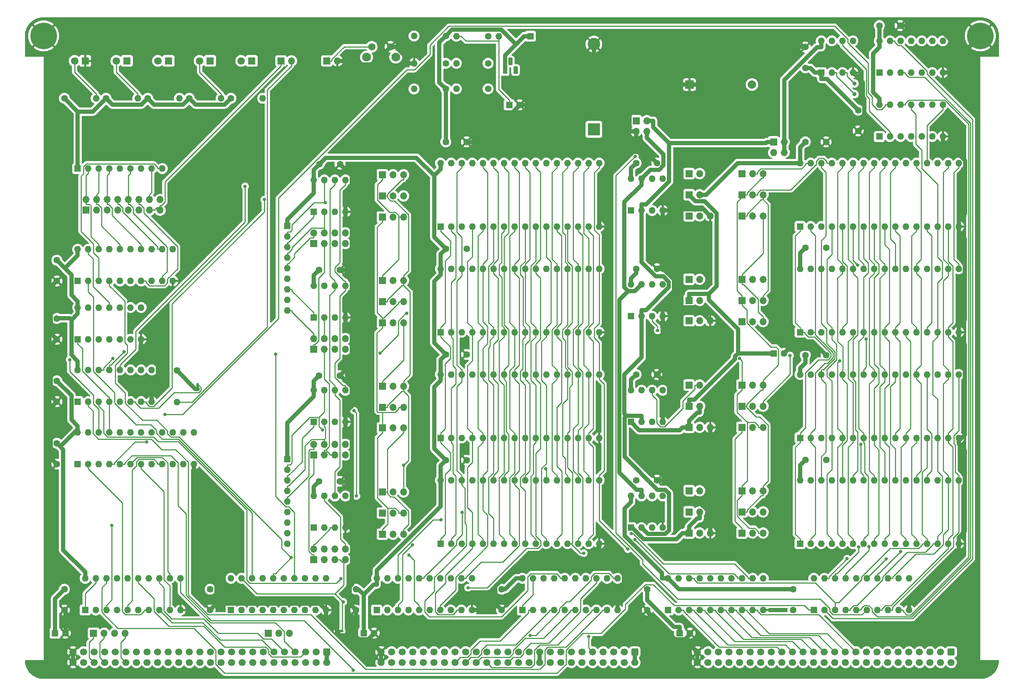
<source format=gbr>
%TF.GenerationSoftware,KiCad,Pcbnew,(6.0.11)*%
%TF.CreationDate,2023-10-28T13:54:10-04:00*%
%TF.ProjectId,memory.ROMRAM,6d656d6f-7279-42e5-924f-4d52414d2e6b,rev?*%
%TF.SameCoordinates,Original*%
%TF.FileFunction,Copper,L2,Bot*%
%TF.FilePolarity,Positive*%
%FSLAX46Y46*%
G04 Gerber Fmt 4.6, Leading zero omitted, Abs format (unit mm)*
G04 Created by KiCad (PCBNEW (6.0.11)) date 2023-10-28 13:54:10*
%MOMM*%
%LPD*%
G01*
G04 APERTURE LIST*
G04 Aperture macros list*
%AMRoundRect*
0 Rectangle with rounded corners*
0 $1 Rounding radius*
0 $2 $3 $4 $5 $6 $7 $8 $9 X,Y pos of 4 corners*
0 Add a 4 corners polygon primitive as box body*
4,1,4,$2,$3,$4,$5,$6,$7,$8,$9,$2,$3,0*
0 Add four circle primitives for the rounded corners*
1,1,$1+$1,$2,$3*
1,1,$1+$1,$4,$5*
1,1,$1+$1,$6,$7*
1,1,$1+$1,$8,$9*
0 Add four rect primitives between the rounded corners*
20,1,$1+$1,$2,$3,$4,$5,0*
20,1,$1+$1,$4,$5,$6,$7,0*
20,1,$1+$1,$6,$7,$8,$9,0*
20,1,$1+$1,$8,$9,$2,$3,0*%
G04 Aperture macros list end*
%TA.AperFunction,ComponentPad*%
%ADD10RoundRect,0.250000X-0.600000X0.600000X-0.600000X-0.600000X0.600000X-0.600000X0.600000X0.600000X0*%
%TD*%
%TA.AperFunction,ComponentPad*%
%ADD11C,1.700000*%
%TD*%
%TA.AperFunction,ComponentPad*%
%ADD12C,6.400000*%
%TD*%
%TA.AperFunction,ComponentPad*%
%ADD13C,1.600000*%
%TD*%
%TA.AperFunction,ComponentPad*%
%ADD14R,1.600000X1.600000*%
%TD*%
%TA.AperFunction,ComponentPad*%
%ADD15R,1.800000X1.800000*%
%TD*%
%TA.AperFunction,ComponentPad*%
%ADD16C,1.800000*%
%TD*%
%TA.AperFunction,ComponentPad*%
%ADD17O,1.600000X1.600000*%
%TD*%
%TA.AperFunction,ComponentPad*%
%ADD18R,1.700000X1.700000*%
%TD*%
%TA.AperFunction,ComponentPad*%
%ADD19O,1.700000X1.700000*%
%TD*%
%TA.AperFunction,ComponentPad*%
%ADD20R,1.100000X1.800000*%
%TD*%
%TA.AperFunction,ComponentPad*%
%ADD21RoundRect,0.275000X-0.275000X-0.625000X0.275000X-0.625000X0.275000X0.625000X-0.275000X0.625000X0*%
%TD*%
%TA.AperFunction,ComponentPad*%
%ADD22R,2.000000X2.000000*%
%TD*%
%TA.AperFunction,ComponentPad*%
%ADD23C,2.000000*%
%TD*%
%TA.AperFunction,ComponentPad*%
%ADD24C,2.100000*%
%TD*%
%TA.AperFunction,ComponentPad*%
%ADD25C,1.750000*%
%TD*%
%TA.AperFunction,ComponentPad*%
%ADD26C,1.000000*%
%TD*%
%TA.AperFunction,ComponentPad*%
%ADD27C,0.600000*%
%TD*%
%TA.AperFunction,ComponentPad*%
%ADD28R,3.000000X3.000000*%
%TD*%
%TA.AperFunction,ComponentPad*%
%ADD29C,3.000000*%
%TD*%
%TA.AperFunction,ViaPad*%
%ADD30C,0.800000*%
%TD*%
%TA.AperFunction,Conductor*%
%ADD31C,1.000000*%
%TD*%
%TA.AperFunction,Conductor*%
%ADD32C,0.250000*%
%TD*%
G04 APERTURE END LIST*
%TO.C,NT2*%
G36*
X111700000Y-218300000D02*
G01*
X110500000Y-218300000D01*
X110500000Y-217700000D01*
X111700000Y-217700000D01*
X111700000Y-218300000D01*
G37*
%TO.C,NT1*%
G36*
X77300000Y-159850000D02*
G01*
X76700000Y-159850000D01*
X76700000Y-158650000D01*
X77300000Y-158650000D01*
X77300000Y-159850000D01*
G37*
%TD*%
D10*
%TO.P,P3,1,Pin_1*%
%TO.N,VCC*%
X258000000Y-223000000D03*
D11*
%TO.P,P3,2,Pin_2*%
X258000000Y-225540000D03*
%TO.P,P3,3,Pin_3*%
%TO.N,/bus/D15*%
X255460000Y-223000000D03*
%TO.P,P3,4,Pin_4*%
%TO.N,/bus/D31*%
X255460000Y-225540000D03*
%TO.P,P3,5,Pin_5*%
%TO.N,/bus/D14*%
X252920000Y-223000000D03*
%TO.P,P3,6,Pin_6*%
%TO.N,/bus/D30*%
X252920000Y-225540000D03*
%TO.P,P3,7,Pin_7*%
%TO.N,/bus/D13*%
X250380000Y-223000000D03*
%TO.P,P3,8,Pin_8*%
%TO.N,/bus/D29*%
X250380000Y-225540000D03*
%TO.P,P3,9,Pin_9*%
%TO.N,/bus/D12*%
X247840000Y-223000000D03*
%TO.P,P3,10,Pin_10*%
%TO.N,/bus/D28*%
X247840000Y-225540000D03*
%TO.P,P3,11,Pin_11*%
%TO.N,/bus/D11*%
X245300000Y-223000000D03*
%TO.P,P3,12,Pin_12*%
%TO.N,/bus/D27*%
X245300000Y-225540000D03*
%TO.P,P3,13,Pin_13*%
%TO.N,/bus/D10*%
X242760000Y-223000000D03*
%TO.P,P3,14,Pin_14*%
%TO.N,/bus/D26*%
X242760000Y-225540000D03*
%TO.P,P3,15,Pin_15*%
%TO.N,/bus/D9*%
X240220000Y-223000000D03*
%TO.P,P3,16,Pin_16*%
%TO.N,/bus/D25*%
X240220000Y-225540000D03*
%TO.P,P3,17,Pin_17*%
%TO.N,/bus/D8*%
X237680000Y-223000000D03*
%TO.P,P3,18,Pin_18*%
%TO.N,/bus/D24*%
X237680000Y-225540000D03*
%TO.P,P3,19,Pin_19*%
%TO.N,D7*%
X235140000Y-223000000D03*
%TO.P,P3,20,Pin_20*%
%TO.N,/bus/D23*%
X235140000Y-225540000D03*
%TO.P,P3,21,Pin_21*%
%TO.N,D6*%
X232600000Y-223000000D03*
%TO.P,P3,22,Pin_22*%
%TO.N,/bus/D22*%
X232600000Y-225540000D03*
%TO.P,P3,23,Pin_23*%
%TO.N,D5*%
X230060000Y-223000000D03*
%TO.P,P3,24,Pin_24*%
%TO.N,/bus/D21*%
X230060000Y-225540000D03*
%TO.P,P3,25,Pin_25*%
%TO.N,D4*%
X227520000Y-223000000D03*
%TO.P,P3,26,Pin_26*%
%TO.N,/bus/D20*%
X227520000Y-225540000D03*
%TO.P,P3,27,Pin_27*%
%TO.N,D3*%
X224980000Y-223000000D03*
%TO.P,P3,28,Pin_28*%
%TO.N,/bus/D19*%
X224980000Y-225540000D03*
%TO.P,P3,29,Pin_29*%
%TO.N,D2*%
X222440000Y-223000000D03*
%TO.P,P3,30,Pin_30*%
%TO.N,/bus/D18*%
X222440000Y-225540000D03*
%TO.P,P3,31,Pin_31*%
%TO.N,D1*%
X219900000Y-223000000D03*
%TO.P,P3,32,Pin_32*%
%TO.N,/bus/D17*%
X219900000Y-225540000D03*
%TO.P,P3,33,Pin_33*%
%TO.N,D0*%
X217360000Y-223000000D03*
%TO.P,P3,34,Pin_34*%
%TO.N,/bus/D16*%
X217360000Y-225540000D03*
%TO.P,P3,35,Pin_35*%
%TO.N,/bus/~{BUSERR}*%
X214820000Y-223000000D03*
%TO.P,P3,36,Pin_36*%
%TO.N,/bus/UDS*%
X214820000Y-225540000D03*
%TO.P,P3,37,Pin_37*%
%TO.N,/bus/~{VPA}*%
X212280000Y-223000000D03*
%TO.P,P3,38,Pin_38*%
%TO.N,/bus/LDS*%
X212280000Y-225540000D03*
%TO.P,P3,39,Pin_39*%
%TO.N,/bus/~{VMA}*%
X209740000Y-223000000D03*
%TO.P,P3,40,Pin_40*%
%TO.N,/bus/S2*%
X209740000Y-225540000D03*
%TO.P,P3,41,Pin_41*%
%TO.N,/bus/~{BHE}*%
X207200000Y-223000000D03*
%TO.P,P3,42,Pin_42*%
%TO.N,/bus/S1*%
X207200000Y-225540000D03*
%TO.P,P3,43,Pin_43*%
%TO.N,/bus/IPL2*%
X204660000Y-223000000D03*
%TO.P,P3,44,Pin_44*%
%TO.N,/bus/S0*%
X204660000Y-225540000D03*
%TO.P,P3,45,Pin_45*%
%TO.N,/bus/IPL1*%
X202120000Y-223000000D03*
%TO.P,P3,46,Pin_46*%
%TO.N,/bus/AUXCLK3*%
X202120000Y-225540000D03*
%TO.P,P3,47,Pin_47*%
%TO.N,/bus/IPL0*%
X199580000Y-223000000D03*
%TO.P,P3,48,Pin_48*%
%TO.N,/bus/AUXCLK2*%
X199580000Y-225540000D03*
%TO.P,P3,49,Pin_49*%
%TO.N,GND*%
X197040000Y-223000000D03*
%TO.P,P3,50,Pin_50*%
X197040000Y-225540000D03*
%TD*%
D12*
%TO.P,H1,1,1*%
%TO.N,GND*%
X40000000Y-75000000D03*
%TD*%
%TO.P,H2,1,1*%
%TO.N,GND*%
X265000000Y-75000000D03*
%TD*%
D13*
%TO.P,C15,1*%
%TO.N,VCC_SRAM0*%
X222960000Y-176895000D03*
%TO.P,C15,2*%
%TO.N,GND*%
X227960000Y-176895000D03*
%TD*%
%TO.P,C16,1*%
%TO.N,VCC_SRAM1*%
X222960000Y-151690000D03*
%TO.P,C16,2*%
%TO.N,GND*%
X227960000Y-151690000D03*
%TD*%
%TO.P,C11,1*%
%TO.N,VCC*%
X150000000Y-207940000D03*
%TO.P,C11,2*%
%TO.N,GND*%
X150000000Y-212940000D03*
%TD*%
%TO.P,C12,1*%
%TO.N,VCC*%
X45000000Y-207940000D03*
%TO.P,C12,2*%
%TO.N,GND*%
X45000000Y-212940000D03*
%TD*%
%TO.P,C1,1*%
%TO.N,VCC*%
X43190000Y-172880000D03*
%TO.P,C1,2*%
%TO.N,GND*%
X43190000Y-177880000D03*
%TD*%
%TO.P,C4,1*%
%TO.N,VCC*%
X115000000Y-207940000D03*
%TO.P,C4,2*%
%TO.N,GND*%
X115000000Y-212940000D03*
%TD*%
%TO.P,C9,1*%
%TO.N,VCC*%
X80000000Y-207940000D03*
%TO.P,C9,2*%
%TO.N,GND*%
X80000000Y-212940000D03*
%TD*%
D14*
%TO.P,C25,1*%
%TO.N,VCC*%
X116879600Y-218500000D03*
D13*
%TO.P,C25,2*%
%TO.N,GND*%
X119379600Y-218500000D03*
%TD*%
D14*
%TO.P,C26,1*%
%TO.N,VCC*%
X42749800Y-218500000D03*
D13*
%TO.P,C26,2*%
%TO.N,GND*%
X45249800Y-218500000D03*
%TD*%
D15*
%TO.P,D5,1,K*%
%TO.N,GND*%
X50000000Y-81000000D03*
D16*
%TO.P,D5,2,A*%
%TO.N,Net-(D5-Pad2)*%
X47460000Y-81000000D03*
%TD*%
D13*
%TO.P,R7,1*%
%TO.N,VCC*%
X45000000Y-90000000D03*
D17*
%TO.P,R7,2*%
%TO.N,Net-(D5-Pad2)*%
X52620000Y-90000000D03*
%TD*%
D14*
%TO.P,U6,1,OEa*%
%TO.N,ZERO*%
X85000000Y-212940000D03*
D17*
%TO.P,U6,2,I0a*%
%TO.N,A0*%
X87540000Y-212940000D03*
%TO.P,U6,3,O3b*%
%TO.N,bA7*%
X90080000Y-212940000D03*
%TO.P,U6,4,I1a*%
%TO.N,A1*%
X92620000Y-212940000D03*
%TO.P,U6,5,O2b*%
%TO.N,bA6*%
X95160000Y-212940000D03*
%TO.P,U6,6,I2a*%
%TO.N,A2*%
X97700000Y-212940000D03*
%TO.P,U6,7,O1b*%
%TO.N,bA5*%
X100240000Y-212940000D03*
%TO.P,U6,8,I3a*%
%TO.N,A3*%
X102780000Y-212940000D03*
%TO.P,U6,9,O0b*%
%TO.N,bA4*%
X105320000Y-212940000D03*
%TO.P,U6,10,GND*%
%TO.N,GND*%
X107860000Y-212940000D03*
%TO.P,U6,11,I0b*%
%TO.N,A4*%
X107860000Y-205320000D03*
%TO.P,U6,12,O3a*%
%TO.N,bA3*%
X105320000Y-205320000D03*
%TO.P,U6,13,I1b*%
%TO.N,A5*%
X102780000Y-205320000D03*
%TO.P,U6,14,O2a*%
%TO.N,bA2*%
X100240000Y-205320000D03*
%TO.P,U6,15,I2b*%
%TO.N,A6*%
X97700000Y-205320000D03*
%TO.P,U6,16,O1a*%
%TO.N,bA1*%
X95160000Y-205320000D03*
%TO.P,U6,17,I3b*%
%TO.N,A7*%
X92620000Y-205320000D03*
%TO.P,U6,18,O0a*%
%TO.N,bA0*%
X90080000Y-205320000D03*
%TO.P,U6,19,OEb*%
%TO.N,ZERO*%
X87540000Y-205320000D03*
%TO.P,U6,20,VCC*%
%TO.N,VCC*%
X85000000Y-205320000D03*
%TD*%
D14*
%TO.P,U2,1,A18*%
%TO.N,bA18*%
X221690000Y-196985000D03*
D17*
%TO.P,U2,2,A16*%
%TO.N,bA16*%
X224230000Y-196985000D03*
%TO.P,U2,3,A14*%
%TO.N,Net-(J2-Pad2)*%
X226770000Y-196985000D03*
%TO.P,U2,4,A12*%
%TO.N,bA12*%
X229310000Y-196985000D03*
%TO.P,U2,5,A7*%
%TO.N,bA7*%
X231850000Y-196985000D03*
%TO.P,U2,6,A6*%
%TO.N,bA6*%
X234390000Y-196985000D03*
%TO.P,U2,7,A5*%
%TO.N,bA5*%
X236930000Y-196985000D03*
%TO.P,U2,8,A4*%
%TO.N,bA4*%
X239470000Y-196985000D03*
%TO.P,U2,9,A3*%
%TO.N,bA3*%
X242010000Y-196985000D03*
%TO.P,U2,10,A2*%
%TO.N,bA2*%
X244550000Y-196985000D03*
%TO.P,U2,11,A1*%
%TO.N,bA1*%
X247090000Y-196985000D03*
%TO.P,U2,12,A0*%
%TO.N,bA0*%
X249630000Y-196985000D03*
%TO.P,U2,13,DQ0*%
%TO.N,bD0*%
X252170000Y-196985000D03*
%TO.P,U2,14,DQ1*%
%TO.N,bD1*%
X254710000Y-196985000D03*
%TO.P,U2,15,DQ2*%
%TO.N,bD2*%
X257250000Y-196985000D03*
%TO.P,U2,16,VSS*%
%TO.N,GND*%
X259790000Y-196985000D03*
%TO.P,U2,17,DQ3*%
%TO.N,bD3*%
X259790000Y-181745000D03*
%TO.P,U2,18,DQ4*%
%TO.N,bD4*%
X257250000Y-181745000D03*
%TO.P,U2,19,DQ5*%
%TO.N,bD5*%
X254710000Y-181745000D03*
%TO.P,U2,20,DQ6*%
%TO.N,bD6*%
X252170000Y-181745000D03*
%TO.P,U2,21,DQ7*%
%TO.N,bD7*%
X249630000Y-181745000D03*
%TO.P,U2,22,CE#*%
%TO.N,~{CEO0}*%
X247090000Y-181745000D03*
%TO.P,U2,23,A10*%
%TO.N,bA10*%
X244550000Y-181745000D03*
%TO.P,U2,24,OE#*%
%TO.N,~{bRD}*%
X242010000Y-181745000D03*
%TO.P,U2,25,A11*%
%TO.N,bA11*%
X239470000Y-181745000D03*
%TO.P,U2,26,A9*%
%TO.N,bA9*%
X236930000Y-181745000D03*
%TO.P,U2,27,A8*%
%TO.N,bA8*%
X234390000Y-181745000D03*
%TO.P,U2,28,A13*%
%TO.N,bA13*%
X231850000Y-181745000D03*
%TO.P,U2,29,WE#*%
%TO.N,Net-(J3-Pad2)*%
X229310000Y-181745000D03*
%TO.P,U2,30,A17*%
%TO.N,bA17*%
X226770000Y-181745000D03*
%TO.P,U2,31,A15*%
%TO.N,Net-(J12-Pad2)*%
X224230000Y-181745000D03*
%TO.P,U2,32,VCC*%
%TO.N,VCC_SRAM0*%
X221690000Y-181745000D03*
%TD*%
D14*
%TO.P,U3,1,A18*%
%TO.N,bA18*%
X221690000Y-171585000D03*
D17*
%TO.P,U3,2,A16*%
%TO.N,bA16*%
X224230000Y-171585000D03*
%TO.P,U3,3,A14*%
%TO.N,Net-(J4-Pad2)*%
X226770000Y-171585000D03*
%TO.P,U3,4,A12*%
%TO.N,bA12*%
X229310000Y-171585000D03*
%TO.P,U3,5,A7*%
%TO.N,bA7*%
X231850000Y-171585000D03*
%TO.P,U3,6,A6*%
%TO.N,bA6*%
X234390000Y-171585000D03*
%TO.P,U3,7,A5*%
%TO.N,bA5*%
X236930000Y-171585000D03*
%TO.P,U3,8,A4*%
%TO.N,bA4*%
X239470000Y-171585000D03*
%TO.P,U3,9,A3*%
%TO.N,bA3*%
X242010000Y-171585000D03*
%TO.P,U3,10,A2*%
%TO.N,bA2*%
X244550000Y-171585000D03*
%TO.P,U3,11,A1*%
%TO.N,bA1*%
X247090000Y-171585000D03*
%TO.P,U3,12,A0*%
%TO.N,bA0*%
X249630000Y-171585000D03*
%TO.P,U3,13,DQ0*%
%TO.N,bD0*%
X252170000Y-171585000D03*
%TO.P,U3,14,DQ1*%
%TO.N,bD1*%
X254710000Y-171585000D03*
%TO.P,U3,15,DQ2*%
%TO.N,bD2*%
X257250000Y-171585000D03*
%TO.P,U3,16,VSS*%
%TO.N,GND*%
X259790000Y-171585000D03*
%TO.P,U3,17,DQ3*%
%TO.N,bD3*%
X259790000Y-156345000D03*
%TO.P,U3,18,DQ4*%
%TO.N,bD4*%
X257250000Y-156345000D03*
%TO.P,U3,19,DQ5*%
%TO.N,bD5*%
X254710000Y-156345000D03*
%TO.P,U3,20,DQ6*%
%TO.N,bD6*%
X252170000Y-156345000D03*
%TO.P,U3,21,DQ7*%
%TO.N,bD7*%
X249630000Y-156345000D03*
%TO.P,U3,22,CE#*%
%TO.N,~{CEO1}*%
X247090000Y-156345000D03*
%TO.P,U3,23,A10*%
%TO.N,bA10*%
X244550000Y-156345000D03*
%TO.P,U3,24,OE#*%
%TO.N,~{bRD}*%
X242010000Y-156345000D03*
%TO.P,U3,25,A11*%
%TO.N,bA11*%
X239470000Y-156345000D03*
%TO.P,U3,26,A9*%
%TO.N,bA9*%
X236930000Y-156345000D03*
%TO.P,U3,27,A8*%
%TO.N,bA8*%
X234390000Y-156345000D03*
%TO.P,U3,28,A13*%
%TO.N,bA13*%
X231850000Y-156345000D03*
%TO.P,U3,29,WE#*%
%TO.N,Net-(J11-Pad2)*%
X229310000Y-156345000D03*
%TO.P,U3,30,A17*%
%TO.N,bA17*%
X226770000Y-156345000D03*
%TO.P,U3,31,A15*%
%TO.N,Net-(J13-Pad2)*%
X224230000Y-156345000D03*
%TO.P,U3,32,VCC*%
%TO.N,VCC_SRAM1*%
X221690000Y-156345000D03*
%TD*%
D14*
%TO.P,U17,1,OEa*%
%TO.N,ZERO*%
X50000000Y-212940000D03*
D17*
%TO.P,U17,2,I0a*%
%TO.N,Net-(J1-Pad2)*%
X52540000Y-212940000D03*
%TO.P,U17,3,O3b*%
%TO.N,~{bRD}*%
X55080000Y-212940000D03*
%TO.P,U17,4,I1a*%
%TO.N,unconnected-(U17-Pad4)*%
X57620000Y-212940000D03*
%TO.P,U17,5,O2b*%
%TO.N,~{bWR}*%
X60160000Y-212940000D03*
%TO.P,U17,6,I2a*%
%TO.N,unconnected-(U17-Pad6)*%
X62700000Y-212940000D03*
%TO.P,U17,7,O1b*%
%TO.N,~{bMREQ}*%
X65240000Y-212940000D03*
%TO.P,U17,8,I3a*%
%TO.N,~{M1}*%
X67780000Y-212940000D03*
%TO.P,U17,9,O0b*%
%TO.N,~{bIORQ}*%
X70320000Y-212940000D03*
%TO.P,U17,10,GND*%
%TO.N,GND*%
X72860000Y-212940000D03*
%TO.P,U17,11,I0b*%
%TO.N,~{IORQ}*%
X72860000Y-205320000D03*
%TO.P,U17,12,O3a*%
%TO.N,~{bM1}*%
X70320000Y-205320000D03*
%TO.P,U17,13,I1b*%
%TO.N,~{MREQ}*%
X67780000Y-205320000D03*
%TO.P,U17,14,O2a*%
%TO.N,unconnected-(U17-Pad14)*%
X65240000Y-205320000D03*
%TO.P,U17,15,I2b*%
%TO.N,~{WR}*%
X62700000Y-205320000D03*
%TO.P,U17,16,O1a*%
%TO.N,unconnected-(U17-Pad16)*%
X60160000Y-205320000D03*
%TO.P,U17,17,I3b*%
%TO.N,~{RD}*%
X57620000Y-205320000D03*
%TO.P,U17,18,O0a*%
%TO.N,~{bRESET}*%
X55080000Y-205320000D03*
%TO.P,U17,19,OEb*%
%TO.N,ZERO*%
X52540000Y-205320000D03*
%TO.P,U17,20,VCC*%
%TO.N,VCC*%
X50000000Y-205320000D03*
%TD*%
D14*
%TO.P,U16,1*%
%TO.N,~{CS_MEM}*%
X48190000Y-147880000D03*
D17*
%TO.P,U16,2*%
%TO.N,Net-(D3-Pad1)*%
X50730000Y-147880000D03*
%TO.P,U16,3*%
%TO.N,unconnected-(U16-Pad3)*%
X53270000Y-147880000D03*
%TO.P,U16,4*%
%TO.N,unconnected-(U16-Pad4)*%
X55810000Y-147880000D03*
%TO.P,U16,5*%
%TO.N,unconnected-(U16-Pad5)*%
X58350000Y-147880000D03*
%TO.P,U16,6*%
%TO.N,unconnected-(U16-Pad6)*%
X60890000Y-147880000D03*
%TO.P,U16,7,GND*%
%TO.N,GND*%
X63430000Y-147880000D03*
%TO.P,U16,8*%
%TO.N,unconnected-(U16-Pad8)*%
X63430000Y-140260000D03*
%TO.P,U16,9*%
%TO.N,unconnected-(U16-Pad9)*%
X60890000Y-140260000D03*
%TO.P,U16,10*%
%TO.N,Net-(D8-Pad1)*%
X58350000Y-140260000D03*
%TO.P,U16,11*%
%TO.N,~{CS_RTC}*%
X55810000Y-140260000D03*
%TO.P,U16,12*%
%TO.N,unconnected-(U16-Pad12)*%
X53270000Y-140260000D03*
%TO.P,U16,13*%
%TO.N,unconnected-(U16-Pad13)*%
X50730000Y-140260000D03*
%TO.P,U16,14,VCC*%
%TO.N,VCC*%
X48190000Y-140260000D03*
%TD*%
D13*
%TO.P,C10,1*%
%TO.N,VCC*%
X185000000Y-207940000D03*
%TO.P,C10,2*%
%TO.N,GND*%
X185000000Y-212940000D03*
%TD*%
D14*
%TO.P,U7,1,OEa*%
%TO.N,ZERO*%
X120000000Y-212940000D03*
D17*
%TO.P,U7,2,I0a*%
%TO.N,A8*%
X122540000Y-212940000D03*
%TO.P,U7,3,O3b*%
%TO.N,bA15*%
X125080000Y-212940000D03*
%TO.P,U7,4,I1a*%
%TO.N,A9*%
X127620000Y-212940000D03*
%TO.P,U7,5,O2b*%
%TO.N,bA14*%
X130160000Y-212940000D03*
%TO.P,U7,6,I2a*%
%TO.N,A10*%
X132700000Y-212940000D03*
%TO.P,U7,7,O1b*%
%TO.N,bA13*%
X135240000Y-212940000D03*
%TO.P,U7,8,I3a*%
%TO.N,A11*%
X137780000Y-212940000D03*
%TO.P,U7,9,O0b*%
%TO.N,bA12*%
X140320000Y-212940000D03*
%TO.P,U7,10,GND*%
%TO.N,GND*%
X142860000Y-212940000D03*
%TO.P,U7,11,I0b*%
%TO.N,A12*%
X142860000Y-205320000D03*
%TO.P,U7,12,O3a*%
%TO.N,bA11*%
X140320000Y-205320000D03*
%TO.P,U7,13,I1b*%
%TO.N,A13*%
X137780000Y-205320000D03*
%TO.P,U7,14,O2a*%
%TO.N,bA10*%
X135240000Y-205320000D03*
%TO.P,U7,15,I2b*%
%TO.N,A14*%
X132700000Y-205320000D03*
%TO.P,U7,16,O1a*%
%TO.N,bA9*%
X130160000Y-205320000D03*
%TO.P,U7,17,I3b*%
%TO.N,A15*%
X127620000Y-205320000D03*
%TO.P,U7,18,O0a*%
%TO.N,bA8*%
X125080000Y-205320000D03*
%TO.P,U7,19,OEb*%
%TO.N,ZERO*%
X122540000Y-205320000D03*
%TO.P,U7,20,VCC*%
%TO.N,VCC*%
X120000000Y-205320000D03*
%TD*%
D14*
%TO.P,U4,1,G*%
%TO.N,~{IO_EN}*%
X48190000Y-133880000D03*
D17*
%TO.P,U4,2,P0*%
%TO.N,bA0*%
X50730000Y-133880000D03*
%TO.P,U4,3,R0*%
%TO.N,Net-(JP3-Pad16)*%
X53270000Y-133880000D03*
%TO.P,U4,4,P1*%
%TO.N,bA1*%
X55810000Y-133880000D03*
%TO.P,U4,5,R1*%
%TO.N,Net-(JP3-Pad14)*%
X58350000Y-133880000D03*
%TO.P,U4,6,P2*%
%TO.N,bA2*%
X60890000Y-133880000D03*
%TO.P,U4,7,R2*%
%TO.N,Net-(JP3-Pad12)*%
X63430000Y-133880000D03*
%TO.P,U4,8,P3*%
%TO.N,bA3*%
X65970000Y-133880000D03*
%TO.P,U4,9,R3*%
%TO.N,Net-(JP3-Pad10)*%
X68510000Y-133880000D03*
%TO.P,U4,10,GND*%
%TO.N,GND*%
X71050000Y-133880000D03*
%TO.P,U4,11,P4*%
%TO.N,bA4*%
X71050000Y-126260000D03*
%TO.P,U4,12,R4*%
%TO.N,Net-(JP3-Pad8)*%
X68510000Y-126260000D03*
%TO.P,U4,13,P5*%
%TO.N,bA5*%
X65970000Y-126260000D03*
%TO.P,U4,14,R5*%
%TO.N,Net-(JP3-Pad6)*%
X63430000Y-126260000D03*
%TO.P,U4,15,P6*%
%TO.N,bA6*%
X60890000Y-126260000D03*
%TO.P,U4,16,R6*%
%TO.N,Net-(JP3-Pad4)*%
X58350000Y-126260000D03*
%TO.P,U4,17,P7*%
%TO.N,bA7*%
X55810000Y-126260000D03*
%TO.P,U4,18,R7*%
%TO.N,Net-(JP3-Pad2)*%
X53270000Y-126260000D03*
%TO.P,U4,19,P=R*%
%TO.N,~{CS_RTC}*%
X50730000Y-126260000D03*
%TO.P,U4,20,VCC*%
%TO.N,VCC*%
X48190000Y-126260000D03*
%TD*%
D14*
%TO.P,RN1,1,common*%
%TO.N,VCC*%
X48190000Y-106880000D03*
D17*
%TO.P,RN1,2,R1*%
%TO.N,Net-(JP3-Pad2)*%
X50730000Y-106880000D03*
%TO.P,RN1,3,R2*%
%TO.N,Net-(JP3-Pad4)*%
X53270000Y-106880000D03*
%TO.P,RN1,4,R3*%
%TO.N,Net-(JP3-Pad6)*%
X55810000Y-106880000D03*
%TO.P,RN1,5,R4*%
%TO.N,Net-(JP3-Pad8)*%
X58350000Y-106880000D03*
%TO.P,RN1,6,R5*%
%TO.N,Net-(JP3-Pad10)*%
X60890000Y-106880000D03*
%TO.P,RN1,7,R6*%
%TO.N,Net-(JP3-Pad12)*%
X63430000Y-106880000D03*
%TO.P,RN1,8,R7*%
%TO.N,Net-(JP3-Pad14)*%
X65970000Y-106880000D03*
%TO.P,RN1,9,R8*%
%TO.N,Net-(JP3-Pad16)*%
X68510000Y-106880000D03*
%TD*%
D13*
%TO.P,C5,1*%
%TO.N,VCC*%
X43190000Y-128880000D03*
%TO.P,C5,2*%
%TO.N,GND*%
X43190000Y-133880000D03*
%TD*%
D18*
%TO.P,JP3,1,Pin_1*%
%TO.N,ZERO*%
X50190000Y-116880000D03*
D19*
%TO.P,JP3,2,Pin_2*%
%TO.N,Net-(JP3-Pad2)*%
X50190000Y-114340000D03*
%TO.P,JP3,3,Pin_3*%
%TO.N,ZERO*%
X52730000Y-116880000D03*
%TO.P,JP3,4,Pin_4*%
%TO.N,Net-(JP3-Pad4)*%
X52730000Y-114340000D03*
%TO.P,JP3,5,Pin_5*%
%TO.N,ZERO*%
X55270000Y-116880000D03*
%TO.P,JP3,6,Pin_6*%
%TO.N,Net-(JP3-Pad6)*%
X55270000Y-114340000D03*
%TO.P,JP3,7,Pin_7*%
%TO.N,ZERO*%
X57810000Y-116880000D03*
%TO.P,JP3,8,Pin_8*%
%TO.N,Net-(JP3-Pad8)*%
X57810000Y-114340000D03*
%TO.P,JP3,9,Pin_9*%
%TO.N,ZERO*%
X60350000Y-116880000D03*
%TO.P,JP3,10,Pin_10*%
%TO.N,Net-(JP3-Pad10)*%
X60350000Y-114340000D03*
%TO.P,JP3,11,Pin_11*%
%TO.N,ZERO*%
X62890000Y-116880000D03*
%TO.P,JP3,12,Pin_12*%
%TO.N,Net-(JP3-Pad12)*%
X62890000Y-114340000D03*
%TO.P,JP3,13,Pin_13*%
%TO.N,ZERO*%
X65430000Y-116880000D03*
%TO.P,JP3,14,Pin_14*%
%TO.N,Net-(JP3-Pad14)*%
X65430000Y-114340000D03*
%TO.P,JP3,15,Pin_15*%
%TO.N,ZERO*%
X67970000Y-116880000D03*
%TO.P,JP3,16,Pin_16*%
%TO.N,Net-(JP3-Pad16)*%
X67970000Y-114340000D03*
%TD*%
D13*
%TO.P,C3,1*%
%TO.N,VCC*%
X240740000Y-72520000D03*
%TO.P,C3,2*%
%TO.N,GND*%
X245740000Y-72520000D03*
%TD*%
D14*
%TO.P,C27,1*%
%TO.N,VCC*%
X192749800Y-218500000D03*
D13*
%TO.P,C27,2*%
%TO.N,GND*%
X195249800Y-218500000D03*
%TD*%
D14*
%TO.P,C28,1*%
%TO.N,/RTC/USERBUTN*%
X151840000Y-91570000D03*
D13*
%TO.P,C28,2*%
%TO.N,GND*%
X154340000Y-91570000D03*
%TD*%
%TO.P,C30,1*%
%TO.N,VCC*%
X222960000Y-82680000D03*
%TO.P,C30,2*%
%TO.N,GND*%
X222960000Y-77680000D03*
%TD*%
%TO.P,C32,1*%
%TO.N,VCC*%
X43190000Y-142880000D03*
%TO.P,C32,2*%
%TO.N,GND*%
X43190000Y-147880000D03*
%TD*%
%TO.P,C33,1*%
%TO.N,VCC*%
X43190000Y-157880000D03*
%TO.P,C33,2*%
%TO.N,GND*%
X43190000Y-162880000D03*
%TD*%
%TO.P,C34,1*%
%TO.N,VCC*%
X235660000Y-92840000D03*
%TO.P,C34,2*%
%TO.N,GND*%
X235660000Y-97840000D03*
%TD*%
D15*
%TO.P,D8,1,K*%
%TO.N,Net-(D8-Pad1)*%
X70000000Y-81000000D03*
D16*
%TO.P,D8,2,A*%
%TO.N,Net-(D8-Pad2)*%
X67460000Y-81000000D03*
%TD*%
D15*
%TO.P,D10,1,K*%
%TO.N,Net-(D10-Pad1)*%
X80000000Y-81000000D03*
D16*
%TO.P,D10,2,A*%
%TO.N,Net-(D10-Pad2)*%
X77460000Y-81000000D03*
%TD*%
D15*
%TO.P,D11,1,K*%
%TO.N,Net-(D11-Pad1)*%
X90000000Y-81000000D03*
D16*
%TO.P,D11,2,A*%
%TO.N,Net-(D11-Pad2)*%
X87460000Y-81000000D03*
%TD*%
D18*
%TO.P,JP9,1,A*%
%TO.N,Net-(JP9-Pad1)*%
X108000000Y-81000000D03*
D19*
%TO.P,JP9,2,B*%
%TO.N,GND*%
X110540000Y-81000000D03*
%TD*%
D18*
%TO.P,JP10,1,Pin_1*%
%TO.N,VBAT1*%
X215340000Y-100460000D03*
D19*
%TO.P,JP10,2,Pin_2*%
%TO.N,/RTC/VBAT*%
X217880000Y-100460000D03*
%TO.P,JP10,3,Pin_3*%
%TO.N,VBAT2*%
X215340000Y-103000000D03*
%TO.P,JP10,4,Pin_4*%
%TO.N,/RTC/VBAT*%
X217880000Y-103000000D03*
%TD*%
D10*
%TO.P,P1,1,Pin_1*%
%TO.N,VCC*%
X108000000Y-223000000D03*
D11*
%TO.P,P1,2,Pin_2*%
X108000000Y-225540000D03*
%TO.P,P1,3,Pin_3*%
%TO.N,~{RD}*%
X105460000Y-223000000D03*
%TO.P,P1,4,Pin_4*%
%TO.N,/bus/E*%
X105460000Y-225540000D03*
%TO.P,P1,5,Pin_5*%
%TO.N,~{WR}*%
X102920000Y-223000000D03*
%TO.P,P1,6,Pin_6*%
%TO.N,/bus/ST*%
X102920000Y-225540000D03*
%TO.P,P1,7,Pin_7*%
%TO.N,~{IORQ}*%
X100380000Y-223000000D03*
%TO.P,P1,8,Pin_8*%
%TO.N,/bus/PHI*%
X100380000Y-225540000D03*
%TO.P,P1,9,Pin_9*%
%TO.N,~{MREQ}*%
X97840000Y-223000000D03*
%TO.P,P1,10,Pin_10*%
%TO.N,/bus/~{INT2}*%
X97840000Y-225540000D03*
%TO.P,P1,11,Pin_11*%
%TO.N,~{M1}*%
X95300000Y-223000000D03*
%TO.P,P1,12,Pin_12*%
%TO.N,/bus/~{INT1}*%
X95300000Y-225540000D03*
%TO.P,P1,13,Pin_13*%
%TO.N,/bus/~{BUSACK}*%
X92760000Y-223000000D03*
%TO.P,P1,14,Pin_14*%
%TO.N,/bus/CRUCLK*%
X92760000Y-225540000D03*
%TO.P,P1,15,Pin_15*%
%TO.N,/bus/CLK*%
X90220000Y-223000000D03*
%TO.P,P1,16,Pin_16*%
%TO.N,/bus/CRUOUT*%
X90220000Y-225540000D03*
%TO.P,P1,17,Pin_17*%
%TO.N,/bus/~{INT0}*%
X87680000Y-223000000D03*
%TO.P,P1,18,Pin_18*%
%TO.N,/bus/CRUIN*%
X87680000Y-225540000D03*
%TO.P,P1,19,Pin_19*%
%TO.N,/bus/~{NMI}*%
X85140000Y-223000000D03*
%TO.P,P1,20,Pin_20*%
%TO.N,~{RES_IN}*%
X85140000Y-225540000D03*
%TO.P,P1,21,Pin_21*%
%TO.N,~{RES_OUT}*%
X82600000Y-223000000D03*
%TO.P,P1,22,Pin_22*%
%TO.N,/bus/USER8*%
X82600000Y-225540000D03*
%TO.P,P1,23,Pin_23*%
%TO.N,/bus/~{BUSRQ}*%
X80060000Y-223000000D03*
%TO.P,P1,24,Pin_24*%
%TO.N,/bus/USER7*%
X80060000Y-225540000D03*
%TO.P,P1,25,Pin_25*%
%TO.N,/bus/~{WAIT}*%
X77520000Y-223000000D03*
%TO.P,P1,26,Pin_26*%
%TO.N,/bus/USER6*%
X77520000Y-225540000D03*
%TO.P,P1,27,Pin_27*%
%TO.N,/bus/~{HALT}*%
X74980000Y-223000000D03*
%TO.P,P1,28,Pin_28*%
%TO.N,/bus/USER5*%
X74980000Y-225540000D03*
%TO.P,P1,29,Pin_29*%
%TO.N,/bus/~{RFSH}*%
X72440000Y-223000000D03*
%TO.P,P1,30,Pin_30*%
%TO.N,/bus/USER4*%
X72440000Y-225540000D03*
%TO.P,P1,31,Pin_31*%
%TO.N,/bus/~{EIRQ7}*%
X69900000Y-223000000D03*
%TO.P,P1,32,Pin_32*%
%TO.N,/bus/USER3*%
X69900000Y-225540000D03*
%TO.P,P1,33,Pin_33*%
%TO.N,/bus/~{EIRQ6}*%
X67360000Y-223000000D03*
%TO.P,P1,34,Pin_34*%
%TO.N,/bus/USER2*%
X67360000Y-225540000D03*
%TO.P,P1,35,Pin_35*%
%TO.N,/bus/~{EIRQ5}*%
X64820000Y-223000000D03*
%TO.P,P1,36,Pin_36*%
%TO.N,/bus/USER1*%
X64820000Y-225540000D03*
%TO.P,P1,37,Pin_37*%
%TO.N,/bus/~{EIRQ4}*%
X62280000Y-223000000D03*
%TO.P,P1,38,Pin_38*%
%TO.N,/bus/USER0*%
X62280000Y-225540000D03*
%TO.P,P1,39,Pin_39*%
%TO.N,/bus/~{EIRQ3}*%
X59740000Y-223000000D03*
%TO.P,P1,40,Pin_40*%
%TO.N,~{BAI}*%
X59740000Y-225540000D03*
%TO.P,P1,41,Pin_41*%
%TO.N,/bus/~{EIRQ2}*%
X57200000Y-223000000D03*
%TO.P,P1,42,Pin_42*%
%TO.N,~{BAO}*%
X57200000Y-225540000D03*
%TO.P,P1,43,Pin_43*%
%TO.N,/bus/~{EIRQ1}*%
X54660000Y-223000000D03*
%TO.P,P1,44,Pin_44*%
%TO.N,~{IEI}*%
X54660000Y-225540000D03*
%TO.P,P1,45,Pin_45*%
%TO.N,/bus/~{EIRQ0}*%
X52120000Y-223000000D03*
%TO.P,P1,46,Pin_46*%
%TO.N,~{IEO}*%
X52120000Y-225540000D03*
%TO.P,P1,47,Pin_47*%
%TO.N,I2C_SCL*%
X49580000Y-223000000D03*
%TO.P,P1,48,Pin_48*%
%TO.N,I2C_SDA*%
X49580000Y-225540000D03*
%TO.P,P1,49,Pin_49*%
%TO.N,GND*%
X47040000Y-223000000D03*
%TO.P,P1,50,Pin_50*%
X47040000Y-225540000D03*
%TD*%
D10*
%TO.P,P2,1,Pin_1*%
%TO.N,VCC*%
X182000000Y-223000000D03*
D11*
%TO.P,P2,2,Pin_2*%
X182000000Y-225540000D03*
%TO.P,P2,3,Pin_3*%
%TO.N,A15*%
X179460000Y-223000000D03*
%TO.P,P2,4,Pin_4*%
%TO.N,/bus/A31*%
X179460000Y-225540000D03*
%TO.P,P2,5,Pin_5*%
%TO.N,A14*%
X176920000Y-223000000D03*
%TO.P,P2,6,Pin_6*%
%TO.N,/bus/A30*%
X176920000Y-225540000D03*
%TO.P,P2,7,Pin_7*%
%TO.N,A13*%
X174380000Y-223000000D03*
%TO.P,P2,8,Pin_8*%
%TO.N,/bus/A29*%
X174380000Y-225540000D03*
%TO.P,P2,9,Pin_9*%
%TO.N,A12*%
X171840000Y-223000000D03*
%TO.P,P2,10,Pin_10*%
%TO.N,/bus/A28*%
X171840000Y-225540000D03*
%TO.P,P2,11,Pin_11*%
%TO.N,A11*%
X169300000Y-223000000D03*
%TO.P,P2,12,Pin_12*%
%TO.N,/bus/A27*%
X169300000Y-225540000D03*
%TO.P,P2,13,Pin_13*%
%TO.N,A10*%
X166760000Y-223000000D03*
%TO.P,P2,14,Pin_14*%
%TO.N,/bus/A26*%
X166760000Y-225540000D03*
%TO.P,P2,15,Pin_15*%
%TO.N,A9*%
X164220000Y-223000000D03*
%TO.P,P2,16,Pin_16*%
%TO.N,/bus/A25*%
X164220000Y-225540000D03*
%TO.P,P2,17,Pin_17*%
%TO.N,A8*%
X161680000Y-223000000D03*
%TO.P,P2,18,Pin_18*%
%TO.N,/bus/A24*%
X161680000Y-225540000D03*
%TO.P,P2,19,Pin_19*%
%TO.N,+12V*%
X159140000Y-223000000D03*
%TO.P,P2,20,Pin_20*%
X159140000Y-225540000D03*
%TO.P,P2,21,Pin_21*%
%TO.N,A7*%
X156600000Y-223000000D03*
%TO.P,P2,22,Pin_22*%
%TO.N,/bus/A23*%
X156600000Y-225540000D03*
%TO.P,P2,23,Pin_23*%
%TO.N,A6*%
X154060000Y-223000000D03*
%TO.P,P2,24,Pin_24*%
%TO.N,/bus/A22*%
X154060000Y-225540000D03*
%TO.P,P2,25,Pin_25*%
%TO.N,A5*%
X151520000Y-223000000D03*
%TO.P,P2,26,Pin_26*%
%TO.N,A21*%
X151520000Y-225540000D03*
%TO.P,P2,27,Pin_27*%
%TO.N,A4*%
X148980000Y-223000000D03*
%TO.P,P2,28,Pin_28*%
%TO.N,A20*%
X148980000Y-225540000D03*
%TO.P,P2,29,Pin_29*%
%TO.N,A3*%
X146440000Y-223000000D03*
%TO.P,P2,30,Pin_30*%
%TO.N,A19*%
X146440000Y-225540000D03*
%TO.P,P2,31,Pin_31*%
%TO.N,A2*%
X143900000Y-223000000D03*
%TO.P,P2,32,Pin_32*%
%TO.N,A18*%
X143900000Y-225540000D03*
%TO.P,P2,33,Pin_33*%
%TO.N,A1*%
X141360000Y-223000000D03*
%TO.P,P2,34,Pin_34*%
%TO.N,A17*%
X141360000Y-225540000D03*
%TO.P,P2,35,Pin_35*%
%TO.N,A0*%
X138820000Y-223000000D03*
%TO.P,P2,36,Pin_36*%
%TO.N,A16*%
X138820000Y-225540000D03*
%TO.P,P2,37,Pin_37*%
%TO.N,-12V*%
X136280000Y-223000000D03*
%TO.P,P2,38,Pin_38*%
X136280000Y-225540000D03*
%TO.P,P2,39,Pin_39*%
%TO.N,/bus/IC3*%
X133740000Y-223000000D03*
%TO.P,P2,40,Pin_40*%
%TO.N,/bus/~{TEND1}*%
X133740000Y-225540000D03*
%TO.P,P2,41,Pin_41*%
%TO.N,/bus/IC2*%
X131200000Y-223000000D03*
%TO.P,P2,42,Pin_42*%
%TO.N,/bus/~{DREQ1}*%
X131200000Y-225540000D03*
%TO.P,P2,43,Pin_43*%
%TO.N,/bus/IC1*%
X128660000Y-223000000D03*
%TO.P,P2,44,Pin_44*%
%TO.N,/bus/~{TEND0}*%
X128660000Y-225540000D03*
%TO.P,P2,45,Pin_45*%
%TO.N,/bus/IC0*%
X126120000Y-223000000D03*
%TO.P,P2,46,Pin_46*%
%TO.N,/bus/~{DREQ0}*%
X126120000Y-225540000D03*
%TO.P,P2,47,Pin_47*%
%TO.N,/bus/AUXCLK1*%
X123580000Y-223000000D03*
%TO.P,P2,48,Pin_48*%
%TO.N,/bus/AUXCLK0*%
X123580000Y-225540000D03*
%TO.P,P2,49,Pin_49*%
%TO.N,GND*%
X121040000Y-223000000D03*
%TO.P,P2,50,Pin_50*%
X121040000Y-225540000D03*
%TD*%
D20*
%TO.P,Q1,1,E*%
%TO.N,VCC*%
X150818800Y-83202400D03*
D21*
%TO.P,Q1,2,B*%
%TO.N,Net-(Q1-Pad2)*%
X152088800Y-81132400D03*
%TO.P,Q1,3,C*%
%TO.N,Net-(Q1-Pad3)*%
X153358800Y-83202400D03*
%TD*%
D13*
%TO.P,R8,1*%
%TO.N,VCC*%
X136600000Y-87740000D03*
D17*
%TO.P,R8,2*%
%TO.N,Net-(Q1-Pad2)*%
X128980000Y-87740000D03*
%TD*%
D13*
%TO.P,R9,1*%
%TO.N,Net-(Q1-Pad2)*%
X146760000Y-87720000D03*
D17*
%TO.P,R9,2*%
%TO.N,/RTC/SPEAKER*%
X139140000Y-87720000D03*
%TD*%
D13*
%TO.P,R10,1*%
%TO.N,Net-(Q1-Pad3)*%
X146760000Y-81590000D03*
D17*
%TO.P,R10,2*%
%TO.N,Net-(R10-Pad2)*%
X139140000Y-81590000D03*
%TD*%
D13*
%TO.P,R11,1*%
%TO.N,Net-(R10-Pad2)*%
X136600000Y-81590000D03*
D17*
%TO.P,R11,2*%
%TO.N,GND*%
X128980000Y-81590000D03*
%TD*%
D13*
%TO.P,R12,1*%
%TO.N,VCC*%
X136600000Y-75020000D03*
D17*
%TO.P,R12,2*%
%TO.N,/RTC/USERBUTN*%
X128980000Y-75020000D03*
%TD*%
D13*
%TO.P,R13,1*%
%TO.N,Net-(JP9-Pad1)*%
X146760000Y-75060000D03*
D17*
%TO.P,R13,2*%
%TO.N,/RTC/USERBUTN*%
X139140000Y-75060000D03*
%TD*%
D13*
%TO.P,R15,1*%
%TO.N,VCC*%
X65000000Y-90000000D03*
D17*
%TO.P,R15,2*%
%TO.N,Net-(D8-Pad2)*%
X72620000Y-90000000D03*
%TD*%
D13*
%TO.P,R17,1*%
%TO.N,VCC*%
X75000000Y-90000000D03*
D17*
%TO.P,R17,2*%
%TO.N,Net-(D10-Pad2)*%
X82620000Y-90000000D03*
%TD*%
D13*
%TO.P,R18,1*%
%TO.N,VCC*%
X85000000Y-90000000D03*
D17*
%TO.P,R18,2*%
%TO.N,Net-(D11-Pad2)*%
X92620000Y-90000000D03*
%TD*%
D22*
%TO.P,SP1,1,1*%
%TO.N,GND*%
X195150000Y-86680000D03*
D23*
%TO.P,SP1,2,2*%
%TO.N,Net-(R10-Pad2)*%
X210150000Y-86680000D03*
%TD*%
D24*
%TO.P,SW1,*%
%TO.N,*%
X117570000Y-80090000D03*
X124580000Y-80090000D03*
D25*
%TO.P,SW1,1,1*%
%TO.N,Net-(JP9-Pad1)*%
X118820000Y-77600000D03*
%TO.P,SW1,2,2*%
%TO.N,GND*%
X123320000Y-77600000D03*
%TD*%
D14*
%TO.P,U24,1,~{Mr}*%
%TO.N,~{bRESET}*%
X225000000Y-212940000D03*
D17*
%TO.P,U24,2,Q0*%
%TO.N,/RTC/USERLED0*%
X227540000Y-212940000D03*
%TO.P,U24,3,D0*%
%TO.N,bD0*%
X230080000Y-212940000D03*
%TO.P,U24,4,D1*%
%TO.N,bD1*%
X232620000Y-212940000D03*
%TO.P,U24,5,Q1*%
%TO.N,/RTC/USERLED1*%
X235160000Y-212940000D03*
%TO.P,U24,6,Q2*%
%TO.N,/RTC/SPEAKER*%
X237700000Y-212940000D03*
%TO.P,U24,7,D2*%
%TO.N,bD2*%
X240240000Y-212940000D03*
%TO.P,U24,8,D3*%
%TO.N,bD3*%
X242780000Y-212940000D03*
%TO.P,U24,9,Q3*%
%TO.N,~{MEM_EN}*%
X245320000Y-212940000D03*
%TO.P,U24,10,GND*%
%TO.N,GND*%
X247860000Y-212940000D03*
%TO.P,U24,11,Cp*%
%TO.N,~{RTC_WR}*%
X247860000Y-205320000D03*
%TO.P,U24,12,Q4*%
%TO.N,/RTC/RTC_RST_IN*%
X245320000Y-205320000D03*
%TO.P,U24,13,D4*%
%TO.N,bD4*%
X242780000Y-205320000D03*
%TO.P,U24,14,D5*%
%TO.N,bD5*%
X240240000Y-205320000D03*
%TO.P,U24,15,Q5*%
%TO.N,/RTC/RTC_WR_EN*%
X237700000Y-205320000D03*
%TO.P,U24,16,Q6*%
%TO.N,/RTC/RTC_CLK_IN*%
X235160000Y-205320000D03*
%TO.P,U24,17,D6*%
%TO.N,bD6*%
X232620000Y-205320000D03*
%TO.P,U24,18,D7*%
%TO.N,bD7*%
X230080000Y-205320000D03*
%TO.P,U24,19,Q7*%
%TO.N,/RTC/RTC_DAT_IN*%
X227540000Y-205320000D03*
%TO.P,U24,20,VCC*%
%TO.N,VCC*%
X225000000Y-205320000D03*
%TD*%
D14*
%TO.P,U26,1*%
%TO.N,~{RTC_RD}*%
X240735000Y-99180000D03*
D17*
%TO.P,U26,2*%
%TO.N,/RTC/RTC_DQ*%
X243275000Y-99180000D03*
%TO.P,U26,3*%
%TO.N,bD0*%
X245815000Y-99180000D03*
%TO.P,U26,4*%
%TO.N,/RTC/RTC_WR_EN*%
X248355000Y-99180000D03*
%TO.P,U26,5*%
%TO.N,/RTC/RTC_DAT_IN*%
X250895000Y-99180000D03*
%TO.P,U26,6*%
%TO.N,/RTC/RTC_DQ*%
X253435000Y-99180000D03*
%TO.P,U26,7,GND*%
%TO.N,GND*%
X255975000Y-99180000D03*
%TO.P,U26,8*%
%TO.N,bD6*%
X255975000Y-91560000D03*
%TO.P,U26,9*%
%TO.N,/RTC/USERBUTN*%
X253435000Y-91560000D03*
%TO.P,U26,10*%
%TO.N,~{RTC_RD}*%
X250895000Y-91560000D03*
%TO.P,U26,11*%
%TO.N,bD1*%
X248355000Y-91560000D03*
%TO.P,U26,12*%
%TO.N,~{MEM_EN}*%
X245815000Y-91560000D03*
%TO.P,U26,13*%
%TO.N,~{RTC_RD}*%
X243275000Y-91560000D03*
%TO.P,U26,14,VCC*%
%TO.N,VCC*%
X240735000Y-91560000D03*
%TD*%
D14*
%TO.P,U27,1,VCC2*%
%TO.N,VCC*%
X226780000Y-83820000D03*
D17*
%TO.P,U27,2,X1*%
%TO.N,Net-(U27-Pad2)*%
X229320000Y-83820000D03*
%TO.P,U27,3,X2*%
%TO.N,Net-(U27-Pad3)*%
X231860000Y-83820000D03*
%TO.P,U27,4,GND*%
%TO.N,GND*%
X234400000Y-83820000D03*
%TO.P,U27,5,CE*%
%TO.N,/RTC/RTC_RST_IN*%
X234400000Y-76200000D03*
%TO.P,U27,6,I/O*%
%TO.N,/RTC/RTC_DQ*%
X231860000Y-76200000D03*
%TO.P,U27,7,SCLK*%
%TO.N,/RTC/RTC_CLK_IN*%
X229320000Y-76200000D03*
%TO.P,U27,8,VCC1*%
%TO.N,/RTC/VBAT*%
X226780000Y-76200000D03*
%TD*%
D14*
%TO.P,U28,1*%
%TO.N,unconnected-(U28-Pad1)*%
X240735000Y-83820000D03*
D17*
%TO.P,U28,2*%
%TO.N,unconnected-(U28-Pad2)*%
X243275000Y-83820000D03*
%TO.P,U28,3*%
%TO.N,/RTC/USERLED1*%
X245815000Y-83820000D03*
%TO.P,U28,4*%
%TO.N,Net-(D11-Pad1)*%
X248355000Y-83820000D03*
%TO.P,U28,5*%
%TO.N,unconnected-(U28-Pad5)*%
X250895000Y-83820000D03*
%TO.P,U28,6*%
%TO.N,unconnected-(U28-Pad6)*%
X253435000Y-83820000D03*
%TO.P,U28,7,GND*%
%TO.N,GND*%
X255975000Y-83820000D03*
%TO.P,U28,8*%
%TO.N,unconnected-(U28-Pad8)*%
X255975000Y-76200000D03*
%TO.P,U28,9*%
%TO.N,unconnected-(U28-Pad9)*%
X253435000Y-76200000D03*
%TO.P,U28,10*%
%TO.N,unconnected-(U28-Pad10)*%
X250895000Y-76200000D03*
%TO.P,U28,11*%
%TO.N,unconnected-(U28-Pad11)*%
X248355000Y-76200000D03*
%TO.P,U28,12*%
%TO.N,Net-(D10-Pad1)*%
X245815000Y-76200000D03*
%TO.P,U28,13*%
%TO.N,/RTC/USERLED0*%
X243275000Y-76200000D03*
%TO.P,U28,14,VCC*%
%TO.N,VCC*%
X240735000Y-76200000D03*
%TD*%
D26*
%TO.P,X1,1,1*%
%TO.N,Net-(U27-Pad3)*%
X234790000Y-86460000D03*
%TO.P,X1,2,2*%
%TO.N,Net-(U27-Pad2)*%
X234790000Y-89000000D03*
%TD*%
D14*
%TO.P,U14,1,A->B*%
%TO.N,~{RD}*%
X190000000Y-212940000D03*
D17*
%TO.P,U14,2,A0*%
%TO.N,D0*%
X192540000Y-212940000D03*
%TO.P,U14,3,A1*%
%TO.N,D1*%
X195080000Y-212940000D03*
%TO.P,U14,4,A2*%
%TO.N,D2*%
X197620000Y-212940000D03*
%TO.P,U14,5,A3*%
%TO.N,D3*%
X200160000Y-212940000D03*
%TO.P,U14,6,A4*%
%TO.N,D4*%
X202700000Y-212940000D03*
%TO.P,U14,7,A5*%
%TO.N,D5*%
X205240000Y-212940000D03*
%TO.P,U14,8,A6*%
%TO.N,D6*%
X207780000Y-212940000D03*
%TO.P,U14,9,A7*%
%TO.N,D7*%
X210320000Y-212940000D03*
%TO.P,U14,10,GND*%
%TO.N,GND*%
X212860000Y-212940000D03*
%TO.P,U14,11,B7*%
%TO.N,bD7*%
X212860000Y-205320000D03*
%TO.P,U14,12,B6*%
%TO.N,bD6*%
X210320000Y-205320000D03*
%TO.P,U14,13,B5*%
%TO.N,bD5*%
X207780000Y-205320000D03*
%TO.P,U14,14,B4*%
%TO.N,bD4*%
X205240000Y-205320000D03*
%TO.P,U14,15,B3*%
%TO.N,bD3*%
X202700000Y-205320000D03*
%TO.P,U14,16,B2*%
%TO.N,bD2*%
X200160000Y-205320000D03*
%TO.P,U14,17,B1*%
%TO.N,bD1*%
X197620000Y-205320000D03*
%TO.P,U14,18,B0*%
%TO.N,bD0*%
X195080000Y-205320000D03*
%TO.P,U14,19,CE*%
%TO.N,~{BUS_EN}*%
X192540000Y-205320000D03*
%TO.P,U14,20,VCC*%
%TO.N,VCC*%
X190000000Y-205320000D03*
%TD*%
D18*
%TO.P,JP4,1,A*%
%TO.N,~{CS_RAM0}*%
X195020000Y-184280000D03*
D19*
%TO.P,JP4,2,B*%
%TO.N,~{CEO0}*%
X197560000Y-184280000D03*
%TD*%
D18*
%TO.P,JP5,1,A*%
%TO.N,VCC*%
X195020000Y-163960000D03*
D19*
%TO.P,JP5,2,B*%
%TO.N,VCC_SRAM1*%
X197560000Y-163960000D03*
%TD*%
D18*
%TO.P,K5,1,Pin_1*%
%TO.N,VCC_SRAM1*%
X195020000Y-169040000D03*
D19*
%TO.P,K5,2,Pin_2*%
%TO.N,Net-(K5-Pad2)*%
X197560000Y-169040000D03*
%TO.P,K5,3,Pin_3*%
%TO.N,GND*%
X200100000Y-169040000D03*
%TD*%
D18*
%TO.P,JP6,1,A*%
%TO.N,~{CS_RAM1}*%
X195020000Y-158880000D03*
D19*
%TO.P,JP6,2,B*%
%TO.N,~{CEO1}*%
X197560000Y-158880000D03*
%TD*%
D18*
%TO.P,JP1,1,A*%
%TO.N,VCC*%
X195020000Y-189360000D03*
D19*
%TO.P,JP1,2,B*%
%TO.N,VCC_SRAM0*%
X197560000Y-189360000D03*
%TD*%
D13*
%TO.P,C7,1*%
%TO.N,VCC*%
X182320000Y-181740000D03*
%TO.P,C7,2*%
%TO.N,GND*%
X187320000Y-181740000D03*
%TD*%
D18*
%TO.P,K1,1,Pin_1*%
%TO.N,VCC_SRAM0*%
X195020000Y-194440000D03*
D19*
%TO.P,K1,2,Pin_2*%
%TO.N,Net-(K1-Pad2)*%
X197560000Y-194440000D03*
%TO.P,K1,3,Pin_3*%
%TO.N,GND*%
X200100000Y-194440000D03*
%TD*%
D14*
%TO.P,U5,1,VCCO*%
%TO.N,VCC_SRAM0*%
X181060000Y-193160000D03*
D17*
%TO.P,U5,2,VBAT1*%
%TO.N,VBAT1*%
X183600000Y-193160000D03*
%TO.P,U5,3,TOL*%
%TO.N,Net-(K1-Pad2)*%
X186140000Y-193160000D03*
%TO.P,U5,4,GND*%
%TO.N,GND*%
X188680000Y-193160000D03*
%TO.P,U5,5,~{CE}*%
%TO.N,~{CS_RAM0}*%
X188680000Y-185540000D03*
%TO.P,U5,6,~{CEO}*%
%TO.N,~{CEO0}*%
X186140000Y-185540000D03*
%TO.P,U5,7,VBAT2*%
%TO.N,VBAT2*%
X183600000Y-185540000D03*
%TO.P,U5,8,VCCI*%
%TO.N,VCC*%
X181060000Y-185540000D03*
%TD*%
D14*
%TO.P,U13,1,VCCO*%
%TO.N,VCC_SRAM1*%
X181060000Y-167760000D03*
D17*
%TO.P,U13,2,VBAT1*%
%TO.N,VBAT1*%
X183600000Y-167760000D03*
%TO.P,U13,3,TOL*%
%TO.N,Net-(K5-Pad2)*%
X186140000Y-167760000D03*
%TO.P,U13,4,GND*%
%TO.N,GND*%
X188680000Y-167760000D03*
%TO.P,U13,5,~{CE}*%
%TO.N,~{CS_RAM1}*%
X188680000Y-160140000D03*
%TO.P,U13,6,~{CEO}*%
%TO.N,~{CEO1}*%
X186140000Y-160140000D03*
%TO.P,U13,7,VBAT2*%
%TO.N,VBAT2*%
X183600000Y-160140000D03*
%TO.P,U13,8,VCCI*%
%TO.N,VCC*%
X181060000Y-160140000D03*
%TD*%
D18*
%TO.P,JP2,1,Pin_1*%
%TO.N,/battery/V2032*%
X182320000Y-95380000D03*
D19*
%TO.P,JP2,2,Pin_2*%
%TO.N,VBAT1*%
X184860000Y-95380000D03*
%TO.P,JP2,3,Pin_3*%
%TO.N,GND*%
X182320000Y-97920000D03*
%TO.P,JP2,4,Pin_4*%
%TO.N,VBAT2*%
X184860000Y-97920000D03*
%TD*%
D14*
%TO.P,D6,1,K*%
%TO.N,VCC*%
X156930000Y-75060000D03*
D17*
%TO.P,D6,2,A*%
%TO.N,/RTC/USERBUTN*%
X149310000Y-75060000D03*
%TD*%
D13*
%TO.P,C6,1*%
%TO.N,VCC*%
X220000000Y-207940000D03*
%TO.P,C6,2*%
%TO.N,GND*%
X220000000Y-212940000D03*
%TD*%
%TO.P,C13,1*%
%TO.N,VCC*%
X182320000Y-156340000D03*
%TO.P,C13,2*%
%TO.N,GND*%
X187320000Y-156340000D03*
%TD*%
%TO.P,C17,1*%
%TO.N,VCC_SRAM2*%
X222960000Y-125860000D03*
%TO.P,C17,2*%
%TO.N,GND*%
X227960000Y-125860000D03*
%TD*%
D14*
%TO.P,U29,1,I0/CLK*%
%TO.N,unconnected-(U29-Pad1)*%
X48190000Y-177880000D03*
D17*
%TO.P,U29,2,I1*%
%TO.N,~{bMREQ}*%
X50730000Y-177880000D03*
%TO.P,U29,3,I2*%
%TO.N,~{CS_RTC}*%
X53270000Y-177880000D03*
%TO.P,U29,4,I3*%
%TO.N,~{BOOT}*%
X55810000Y-177880000D03*
%TO.P,U29,5,I4*%
%TO.N,~{MEM_EN}*%
X58350000Y-177880000D03*
%TO.P,U29,6,I5*%
%TO.N,~{bM1}*%
X60890000Y-177880000D03*
%TO.P,U29,7,I6*%
%TO.N,~{bIORQ}*%
X63430000Y-177880000D03*
%TO.P,U29,8,I7*%
%TO.N,~{bRD}*%
X65970000Y-177880000D03*
%TO.P,U29,9,I8*%
%TO.N,~{bWR}*%
X68510000Y-177880000D03*
%TO.P,U29,10,I9*%
%TO.N,unconnected-(U29-Pad10)*%
X71050000Y-177880000D03*
%TO.P,U29,11,I10*%
%TO.N,unconnected-(U29-Pad11)*%
X73590000Y-177880000D03*
%TO.P,U29,12,GND*%
%TO.N,GND*%
X76130000Y-177880000D03*
%TO.P,U29,13,I11*%
%TO.N,unconnected-(U29-Pad13)*%
X76130000Y-170260000D03*
%TO.P,U29,14,O9*%
%TO.N,unconnected-(U29-Pad14)*%
X73590000Y-170260000D03*
%TO.P,U29,15,O8*%
%TO.N,unconnected-(U29-Pad15)*%
X71050000Y-170260000D03*
%TO.P,U29,16,O7*%
%TO.N,unconnected-(U29-Pad16)*%
X68510000Y-170260000D03*
%TO.P,U29,17,O6*%
%TO.N,unconnected-(U29-Pad17)*%
X65970000Y-170260000D03*
%TO.P,U29,18,O5*%
%TO.N,unconnected-(U29-Pad18)*%
X63430000Y-170260000D03*
%TO.P,U29,19,O4*%
%TO.N,~{RTC_WR}*%
X60890000Y-170260000D03*
%TO.P,U29,20,O3*%
%TO.N,~{RTC_RD}*%
X58350000Y-170260000D03*
%TO.P,U29,21,O2*%
%TO.N,~{CS_MEM}*%
X55810000Y-170260000D03*
%TO.P,U29,22,O1*%
%TO.N,~{IO_EN}*%
X53270000Y-170260000D03*
%TO.P,U29,23,O0*%
%TO.N,~{BUS_EN}*%
X50730000Y-170260000D03*
%TO.P,U29,24,VCC*%
%TO.N,VCC*%
X48190000Y-170260000D03*
%TD*%
D13*
%TO.P,C8,1*%
%TO.N,VCC_SRAM3*%
X222960000Y-100460000D03*
%TO.P,C8,2*%
%TO.N,GND*%
X227960000Y-100460000D03*
%TD*%
D18*
%TO.P,J2,1,Pin_1*%
%TO.N,bA14*%
X207720000Y-194440000D03*
D19*
%TO.P,J2,2,Pin_2*%
%TO.N,Net-(J2-Pad2)*%
X210260000Y-194440000D03*
%TO.P,J2,3,Pin_3*%
%TO.N,bA15*%
X212800000Y-194440000D03*
%TD*%
D18*
%TO.P,J3,1,Pin_1*%
%TO.N,~{bWR}*%
X207720000Y-189360000D03*
D19*
%TO.P,J3,2,Pin_2*%
%TO.N,Net-(J3-Pad2)*%
X210260000Y-189360000D03*
%TO.P,J3,3,Pin_3*%
%TO.N,bA14*%
X212800000Y-189360000D03*
%TD*%
D18*
%TO.P,J4,1,Pin_1*%
%TO.N,bA14*%
X207720000Y-169040000D03*
D19*
%TO.P,J4,2,Pin_2*%
%TO.N,Net-(J4-Pad2)*%
X210260000Y-169040000D03*
%TO.P,J4,3,Pin_3*%
%TO.N,bA15*%
X212800000Y-169040000D03*
%TD*%
D18*
%TO.P,J11,1,Pin_1*%
%TO.N,~{bWR}*%
X207720000Y-163960000D03*
D19*
%TO.P,J11,2,Pin_2*%
%TO.N,Net-(J11-Pad2)*%
X210260000Y-163960000D03*
%TO.P,J11,3,Pin_3*%
%TO.N,bA14*%
X212800000Y-163960000D03*
%TD*%
D18*
%TO.P,J12,1,Pin_1*%
%TO.N,bA15*%
X207720000Y-184280000D03*
D19*
%TO.P,J12,2,Pin_2*%
%TO.N,Net-(J12-Pad2)*%
X210260000Y-184280000D03*
%TO.P,J12,3,Pin_3*%
%TO.N,~{bWR}*%
X212800000Y-184280000D03*
%TD*%
D18*
%TO.P,J13,1,Pin_1*%
%TO.N,bA15*%
X207720000Y-158880000D03*
D19*
%TO.P,J13,2,Pin_2*%
%TO.N,Net-(J13-Pad2)*%
X210260000Y-158880000D03*
%TO.P,J13,3,Pin_3*%
%TO.N,~{bWR}*%
X212800000Y-158880000D03*
%TD*%
D18*
%TO.P,J15,1,Pin_1*%
%TO.N,bA14*%
X121360000Y-194720000D03*
D19*
%TO.P,J15,2,Pin_2*%
%TO.N,Net-(J15-Pad2)*%
X123900000Y-194720000D03*
%TO.P,J15,3,Pin_3*%
%TO.N,bA15*%
X126440000Y-194720000D03*
%TD*%
D18*
%TO.P,J16,1,Pin_1*%
%TO.N,bA15*%
X121360000Y-184560000D03*
D19*
%TO.P,J16,2,Pin_2*%
%TO.N,Net-(J16-Pad2)*%
X123900000Y-184560000D03*
%TO.P,J16,3,Pin_3*%
%TO.N,~{bWR}*%
X126440000Y-184560000D03*
%TD*%
D18*
%TO.P,J19,1,Pin_1*%
%TO.N,bA15*%
X121360000Y-159160000D03*
D19*
%TO.P,J19,2,Pin_2*%
%TO.N,Net-(J19-Pad2)*%
X123900000Y-159160000D03*
%TO.P,J19,3,Pin_3*%
%TO.N,~{bWR}*%
X126440000Y-159160000D03*
%TD*%
D18*
%TO.P,J18,1,Pin_1*%
%TO.N,bA14*%
X121360000Y-169160000D03*
D19*
%TO.P,J18,2,Pin_2*%
%TO.N,Net-(J18-Pad2)*%
X123900000Y-169160000D03*
%TO.P,J18,3,Pin_3*%
%TO.N,bA15*%
X126440000Y-169160000D03*
%TD*%
D18*
%TO.P,J17,1,Pin_1*%
%TO.N,~{bWR}*%
X121360000Y-164240000D03*
D19*
%TO.P,J17,2,Pin_2*%
%TO.N,Net-(J17-Pad2)*%
X123900000Y-164240000D03*
%TO.P,J17,3,Pin_3*%
%TO.N,bA14*%
X126440000Y-164240000D03*
%TD*%
D18*
%TO.P,J14,1,Pin_1*%
%TO.N,~{bWR}*%
X121360000Y-189640000D03*
D19*
%TO.P,J14,2,Pin_2*%
%TO.N,Net-(J14-Pad2)*%
X123900000Y-189640000D03*
%TO.P,J14,3,Pin_3*%
%TO.N,bA14*%
X126440000Y-189640000D03*
%TD*%
D18*
%TO.P,JP7,1,A*%
%TO.N,ZERO*%
X97000000Y-81000000D03*
D19*
%TO.P,JP7,2,B*%
%TO.N,~{BOOT}*%
X99540000Y-81000000D03*
%TD*%
D13*
%TO.P,R14,1*%
%TO.N,VCC*%
X72000000Y-155380000D03*
D17*
%TO.P,R14,2*%
%TO.N,~{BOOT}*%
X72000000Y-163000000D03*
%TD*%
D18*
%TO.P,J20,1,Pin_1*%
%TO.N,~{bWR}*%
X121360000Y-138840000D03*
D19*
%TO.P,J20,2,Pin_2*%
%TO.N,Net-(J20-Pad2)*%
X123900000Y-138840000D03*
%TO.P,J20,3,Pin_3*%
%TO.N,bA14*%
X126440000Y-138840000D03*
%TD*%
D18*
%TO.P,J21,1,Pin_1*%
%TO.N,~{bWR}*%
X121360000Y-113440000D03*
D19*
%TO.P,J21,2,Pin_2*%
%TO.N,Net-(J21-Pad2)*%
X123900000Y-113440000D03*
%TO.P,J21,3,Pin_3*%
%TO.N,bA14*%
X126440000Y-113440000D03*
%TD*%
D18*
%TO.P,J22,1,Pin_1*%
%TO.N,bA14*%
X121360000Y-143920000D03*
D19*
%TO.P,J22,2,Pin_2*%
%TO.N,Net-(J22-Pad2)*%
X123900000Y-143920000D03*
%TO.P,J22,3,Pin_3*%
%TO.N,bA15*%
X126440000Y-143920000D03*
%TD*%
D18*
%TO.P,J23,1,Pin_1*%
%TO.N,bA14*%
X121360000Y-118520000D03*
D19*
%TO.P,J23,2,Pin_2*%
%TO.N,Net-(J23-Pad2)*%
X123900000Y-118520000D03*
%TO.P,J23,3,Pin_3*%
%TO.N,bA15*%
X126440000Y-118520000D03*
%TD*%
D18*
%TO.P,J24,1,Pin_1*%
%TO.N,bA15*%
X121360000Y-133760000D03*
D19*
%TO.P,J24,2,Pin_2*%
%TO.N,Net-(J24-Pad2)*%
X123900000Y-133760000D03*
%TO.P,J24,3,Pin_3*%
%TO.N,~{bWR}*%
X126440000Y-133760000D03*
%TD*%
D18*
%TO.P,J25,1,Pin_1*%
%TO.N,bA15*%
X121360000Y-108360000D03*
D19*
%TO.P,J25,2,Pin_2*%
%TO.N,Net-(J25-Pad2)*%
X123900000Y-108360000D03*
%TO.P,J25,3,Pin_3*%
%TO.N,~{bWR}*%
X126440000Y-108360000D03*
%TD*%
D18*
%TO.P,J27,1,Pin_1*%
%TO.N,bA14*%
X207720000Y-118240000D03*
D19*
%TO.P,J27,2,Pin_2*%
%TO.N,Net-(J27-Pad2)*%
X210260000Y-118240000D03*
%TO.P,J27,3,Pin_3*%
%TO.N,bA15*%
X212800000Y-118240000D03*
%TD*%
D18*
%TO.P,J28,1,Pin_1*%
%TO.N,~{bWR}*%
X207720000Y-138560000D03*
D19*
%TO.P,J28,2,Pin_2*%
%TO.N,Net-(J28-Pad2)*%
X210260000Y-138560000D03*
%TO.P,J28,3,Pin_3*%
%TO.N,bA14*%
X212800000Y-138560000D03*
%TD*%
D18*
%TO.P,J29,1,Pin_1*%
%TO.N,~{bWR}*%
X207720000Y-113160000D03*
D19*
%TO.P,J29,2,Pin_2*%
%TO.N,Net-(J29-Pad2)*%
X210260000Y-113160000D03*
%TO.P,J29,3,Pin_3*%
%TO.N,bA14*%
X212800000Y-113160000D03*
%TD*%
D18*
%TO.P,J30,1,Pin_1*%
%TO.N,bA15*%
X207720000Y-133540000D03*
D19*
%TO.P,J30,2,Pin_2*%
%TO.N,Net-(J30-Pad2)*%
X210260000Y-133540000D03*
%TO.P,J30,3,Pin_3*%
%TO.N,~{bWR}*%
X212800000Y-133540000D03*
%TD*%
D18*
%TO.P,J31,1,Pin_1*%
%TO.N,bA15*%
X207720000Y-108080000D03*
D19*
%TO.P,J31,2,Pin_2*%
%TO.N,Net-(J31-Pad2)*%
X210260000Y-108080000D03*
%TO.P,J31,3,Pin_3*%
%TO.N,~{bWR}*%
X212800000Y-108080000D03*
%TD*%
D14*
%TO.P,U8,1,OEa*%
%TO.N,ZERO*%
X155000000Y-212940000D03*
D17*
%TO.P,U8,2,I0a*%
%TO.N,A16*%
X157540000Y-212940000D03*
%TO.P,U8,3,O3b*%
%TO.N,unconnected-(U8-Pad3)*%
X160080000Y-212940000D03*
%TO.P,U8,4,I1a*%
%TO.N,A17*%
X162620000Y-212940000D03*
%TO.P,U8,5,O2b*%
%TO.N,unconnected-(U8-Pad5)*%
X165160000Y-212940000D03*
%TO.P,U8,6,I2a*%
%TO.N,A18*%
X167700000Y-212940000D03*
%TO.P,U8,7,O1b*%
%TO.N,bA21*%
X170240000Y-212940000D03*
%TO.P,U8,8,I3a*%
%TO.N,A19*%
X172780000Y-212940000D03*
%TO.P,U8,9,O0b*%
%TO.N,bA20*%
X175320000Y-212940000D03*
%TO.P,U8,10,GND*%
%TO.N,GND*%
X177860000Y-212940000D03*
%TO.P,U8,11,I0b*%
%TO.N,A20*%
X177860000Y-205320000D03*
%TO.P,U8,12,O3a*%
%TO.N,bA19*%
X175320000Y-205320000D03*
%TO.P,U8,13,I1b*%
%TO.N,A21*%
X172780000Y-205320000D03*
%TO.P,U8,14,O2a*%
%TO.N,bA18*%
X170240000Y-205320000D03*
%TO.P,U8,15,I2b*%
%TO.N,unconnected-(U8-Pad15)*%
X167700000Y-205320000D03*
%TO.P,U8,16,O1a*%
%TO.N,bA17*%
X165160000Y-205320000D03*
%TO.P,U8,17,I3b*%
%TO.N,unconnected-(U8-Pad17)*%
X162620000Y-205320000D03*
%TO.P,U8,18,O0a*%
%TO.N,bA16*%
X160080000Y-205320000D03*
%TO.P,U8,19,OEb*%
%TO.N,ZERO*%
X157540000Y-205320000D03*
%TO.P,U8,20,VCC*%
%TO.N,VCC*%
X155000000Y-205320000D03*
%TD*%
D14*
%TO.P,U10,1,A18*%
%TO.N,bA18*%
X135330000Y-146185000D03*
D17*
%TO.P,U10,2,A16*%
%TO.N,bA16*%
X137870000Y-146185000D03*
%TO.P,U10,3,A15*%
%TO.N,Net-(J22-Pad2)*%
X140410000Y-146185000D03*
%TO.P,U10,4,A12*%
%TO.N,bA12*%
X142950000Y-146185000D03*
%TO.P,U10,5,A7*%
%TO.N,bA7*%
X145490000Y-146185000D03*
%TO.P,U10,6,A6*%
%TO.N,bA6*%
X148030000Y-146185000D03*
%TO.P,U10,7,A5*%
%TO.N,bA5*%
X150570000Y-146185000D03*
%TO.P,U10,8,A4*%
%TO.N,bA4*%
X153110000Y-146185000D03*
%TO.P,U10,9,A3*%
%TO.N,bA3*%
X155650000Y-146185000D03*
%TO.P,U10,10,A2*%
%TO.N,bA2*%
X158190000Y-146185000D03*
%TO.P,U10,11,A1*%
%TO.N,bA1*%
X160730000Y-146185000D03*
%TO.P,U10,12,A0*%
%TO.N,bA0*%
X163270000Y-146185000D03*
%TO.P,U10,13,D0*%
%TO.N,bD0*%
X165810000Y-146185000D03*
%TO.P,U10,14,D1*%
%TO.N,bD1*%
X168350000Y-146185000D03*
%TO.P,U10,15,D2*%
%TO.N,bD2*%
X170890000Y-146185000D03*
%TO.P,U10,16,GND*%
%TO.N,GND*%
X173430000Y-146185000D03*
%TO.P,U10,17,D3*%
%TO.N,bD3*%
X173430000Y-130945000D03*
%TO.P,U10,18,D4*%
%TO.N,bD4*%
X170890000Y-130945000D03*
%TO.P,U10,19,D5*%
%TO.N,bD5*%
X168350000Y-130945000D03*
%TO.P,U10,20,D6*%
%TO.N,bD6*%
X165810000Y-130945000D03*
%TO.P,U10,21,D7*%
%TO.N,bD7*%
X163270000Y-130945000D03*
%TO.P,U10,22,CE*%
%TO.N,~{CS_ROM2}*%
X160730000Y-130945000D03*
%TO.P,U10,23,A10*%
%TO.N,bA10*%
X158190000Y-130945000D03*
%TO.P,U10,24,OE*%
%TO.N,~{bRD}*%
X155650000Y-130945000D03*
%TO.P,U10,25,A11*%
%TO.N,bA11*%
X153110000Y-130945000D03*
%TO.P,U10,26,A9*%
%TO.N,bA9*%
X150570000Y-130945000D03*
%TO.P,U10,27,A8*%
%TO.N,bA8*%
X148030000Y-130945000D03*
%TO.P,U10,28,A13*%
%TO.N,bA13*%
X145490000Y-130945000D03*
%TO.P,U10,29,A14*%
%TO.N,Net-(J20-Pad2)*%
X142950000Y-130945000D03*
%TO.P,U10,30,A17*%
%TO.N,bA17*%
X140410000Y-130945000D03*
%TO.P,U10,31,PGM*%
%TO.N,Net-(J24-Pad2)*%
X137870000Y-130945000D03*
%TO.P,U10,32,VCC*%
%TO.N,VCC*%
X135330000Y-130945000D03*
%TD*%
D14*
%TO.P,U11,1,A18*%
%TO.N,bA18*%
X135330000Y-120785000D03*
D17*
%TO.P,U11,2,A16*%
%TO.N,bA16*%
X137870000Y-120785000D03*
%TO.P,U11,3,A15*%
%TO.N,Net-(J23-Pad2)*%
X140410000Y-120785000D03*
%TO.P,U11,4,A12*%
%TO.N,bA12*%
X142950000Y-120785000D03*
%TO.P,U11,5,A7*%
%TO.N,bA7*%
X145490000Y-120785000D03*
%TO.P,U11,6,A6*%
%TO.N,bA6*%
X148030000Y-120785000D03*
%TO.P,U11,7,A5*%
%TO.N,bA5*%
X150570000Y-120785000D03*
%TO.P,U11,8,A4*%
%TO.N,bA4*%
X153110000Y-120785000D03*
%TO.P,U11,9,A3*%
%TO.N,bA3*%
X155650000Y-120785000D03*
%TO.P,U11,10,A2*%
%TO.N,bA2*%
X158190000Y-120785000D03*
%TO.P,U11,11,A1*%
%TO.N,bA1*%
X160730000Y-120785000D03*
%TO.P,U11,12,A0*%
%TO.N,bA0*%
X163270000Y-120785000D03*
%TO.P,U11,13,D0*%
%TO.N,bD0*%
X165810000Y-120785000D03*
%TO.P,U11,14,D1*%
%TO.N,bD1*%
X168350000Y-120785000D03*
%TO.P,U11,15,D2*%
%TO.N,bD2*%
X170890000Y-120785000D03*
%TO.P,U11,16,GND*%
%TO.N,GND*%
X173430000Y-120785000D03*
%TO.P,U11,17,D3*%
%TO.N,bD3*%
X173430000Y-105545000D03*
%TO.P,U11,18,D4*%
%TO.N,bD4*%
X170890000Y-105545000D03*
%TO.P,U11,19,D5*%
%TO.N,bD5*%
X168350000Y-105545000D03*
%TO.P,U11,20,D6*%
%TO.N,bD6*%
X165810000Y-105545000D03*
%TO.P,U11,21,D7*%
%TO.N,bD7*%
X163270000Y-105545000D03*
%TO.P,U11,22,CE*%
%TO.N,~{CS_ROM3}*%
X160730000Y-105545000D03*
%TO.P,U11,23,A10*%
%TO.N,bA10*%
X158190000Y-105545000D03*
%TO.P,U11,24,OE*%
%TO.N,~{bRD}*%
X155650000Y-105545000D03*
%TO.P,U11,25,A11*%
%TO.N,bA11*%
X153110000Y-105545000D03*
%TO.P,U11,26,A9*%
%TO.N,bA9*%
X150570000Y-105545000D03*
%TO.P,U11,27,A8*%
%TO.N,bA8*%
X148030000Y-105545000D03*
%TO.P,U11,28,A13*%
%TO.N,bA13*%
X145490000Y-105545000D03*
%TO.P,U11,29,A14*%
%TO.N,Net-(J21-Pad2)*%
X142950000Y-105545000D03*
%TO.P,U11,30,A17*%
%TO.N,bA17*%
X140410000Y-105545000D03*
%TO.P,U11,31,PGM*%
%TO.N,Net-(J25-Pad2)*%
X137870000Y-105545000D03*
%TO.P,U11,32,VCC*%
%TO.N,VCC*%
X135330000Y-105545000D03*
%TD*%
D14*
%TO.P,U12,1,A18*%
%TO.N,bA18*%
X221690000Y-146185000D03*
D17*
%TO.P,U12,2,A16*%
%TO.N,bA16*%
X224230000Y-146185000D03*
%TO.P,U12,3,A14*%
%TO.N,Net-(J26-Pad2)*%
X226770000Y-146185000D03*
%TO.P,U12,4,A12*%
%TO.N,bA12*%
X229310000Y-146185000D03*
%TO.P,U12,5,A7*%
%TO.N,bA7*%
X231850000Y-146185000D03*
%TO.P,U12,6,A6*%
%TO.N,bA6*%
X234390000Y-146185000D03*
%TO.P,U12,7,A5*%
%TO.N,bA5*%
X236930000Y-146185000D03*
%TO.P,U12,8,A4*%
%TO.N,bA4*%
X239470000Y-146185000D03*
%TO.P,U12,9,A3*%
%TO.N,bA3*%
X242010000Y-146185000D03*
%TO.P,U12,10,A2*%
%TO.N,bA2*%
X244550000Y-146185000D03*
%TO.P,U12,11,A1*%
%TO.N,bA1*%
X247090000Y-146185000D03*
%TO.P,U12,12,A0*%
%TO.N,bA0*%
X249630000Y-146185000D03*
%TO.P,U12,13,DQ0*%
%TO.N,bD0*%
X252170000Y-146185000D03*
%TO.P,U12,14,DQ1*%
%TO.N,bD1*%
X254710000Y-146185000D03*
%TO.P,U12,15,DQ2*%
%TO.N,bD2*%
X257250000Y-146185000D03*
%TO.P,U12,16,VSS*%
%TO.N,GND*%
X259790000Y-146185000D03*
%TO.P,U12,17,DQ3*%
%TO.N,bD3*%
X259790000Y-130945000D03*
%TO.P,U12,18,DQ4*%
%TO.N,bD4*%
X257250000Y-130945000D03*
%TO.P,U12,19,DQ5*%
%TO.N,bD5*%
X254710000Y-130945000D03*
%TO.P,U12,20,DQ6*%
%TO.N,bD6*%
X252170000Y-130945000D03*
%TO.P,U12,21,DQ7*%
%TO.N,bD7*%
X249630000Y-130945000D03*
%TO.P,U12,22,CE#*%
%TO.N,~{CEO2}*%
X247090000Y-130945000D03*
%TO.P,U12,23,A10*%
%TO.N,bA10*%
X244550000Y-130945000D03*
%TO.P,U12,24,OE#*%
%TO.N,~{bRD}*%
X242010000Y-130945000D03*
%TO.P,U12,25,A11*%
%TO.N,bA11*%
X239470000Y-130945000D03*
%TO.P,U12,26,A9*%
%TO.N,bA9*%
X236930000Y-130945000D03*
%TO.P,U12,27,A8*%
%TO.N,bA8*%
X234390000Y-130945000D03*
%TO.P,U12,28,A13*%
%TO.N,bA13*%
X231850000Y-130945000D03*
%TO.P,U12,29,WE#*%
%TO.N,Net-(J28-Pad2)*%
X229310000Y-130945000D03*
%TO.P,U12,30,A17*%
%TO.N,bA17*%
X226770000Y-130945000D03*
%TO.P,U12,31,A15*%
%TO.N,Net-(J30-Pad2)*%
X224230000Y-130945000D03*
%TO.P,U12,32,VCC*%
%TO.N,VCC_SRAM2*%
X221690000Y-130945000D03*
%TD*%
D14*
%TO.P,U1,1,A0*%
%TO.N,bA19*%
X48190000Y-162880000D03*
D17*
%TO.P,U1,2,A1*%
%TO.N,bA20*%
X50730000Y-162880000D03*
%TO.P,U1,3,A2*%
%TO.N,bA21*%
X53270000Y-162880000D03*
%TO.P,U1,4,E1*%
%TO.N,~{CS_MEM}*%
X55810000Y-162880000D03*
%TO.P,U1,5,E2*%
X58350000Y-162880000D03*
%TO.P,U1,6,E3*%
%TO.N,ONE*%
X60890000Y-162880000D03*
%TO.P,U1,7,O7*%
%TO.N,~{CS_RAM3}*%
X63430000Y-162880000D03*
%TO.P,U1,8,GND*%
%TO.N,GND*%
X65970000Y-162880000D03*
%TO.P,U1,9,O6*%
%TO.N,~{CS_RAM2}*%
X65970000Y-155260000D03*
%TO.P,U1,10,O5*%
%TO.N,~{CS_RAM1}*%
X63430000Y-155260000D03*
%TO.P,U1,11,O4*%
%TO.N,~{CS_RAM0}*%
X60890000Y-155260000D03*
%TO.P,U1,12,O3*%
%TO.N,~{CS_ROM3}*%
X58350000Y-155260000D03*
%TO.P,U1,13,O2*%
%TO.N,~{CS_ROM2}*%
X55810000Y-155260000D03*
%TO.P,U1,14,O1*%
%TO.N,~{CS_ROM1}*%
X53270000Y-155260000D03*
%TO.P,U1,15,O0*%
%TO.N,~{CS_ROM0}*%
X50730000Y-155260000D03*
%TO.P,U1,16,VCC*%
%TO.N,VCC*%
X48190000Y-155260000D03*
%TD*%
D14*
%TO.P,U15,1,A18*%
%TO.N,bA18*%
X221690000Y-120785000D03*
D17*
%TO.P,U15,2,A16*%
%TO.N,bA16*%
X224230000Y-120785000D03*
%TO.P,U15,3,A14*%
%TO.N,Net-(J27-Pad2)*%
X226770000Y-120785000D03*
%TO.P,U15,4,A12*%
%TO.N,bA12*%
X229310000Y-120785000D03*
%TO.P,U15,5,A7*%
%TO.N,bA7*%
X231850000Y-120785000D03*
%TO.P,U15,6,A6*%
%TO.N,bA6*%
X234390000Y-120785000D03*
%TO.P,U15,7,A5*%
%TO.N,bA5*%
X236930000Y-120785000D03*
%TO.P,U15,8,A4*%
%TO.N,bA4*%
X239470000Y-120785000D03*
%TO.P,U15,9,A3*%
%TO.N,bA3*%
X242010000Y-120785000D03*
%TO.P,U15,10,A2*%
%TO.N,bA2*%
X244550000Y-120785000D03*
%TO.P,U15,11,A1*%
%TO.N,bA1*%
X247090000Y-120785000D03*
%TO.P,U15,12,A0*%
%TO.N,bA0*%
X249630000Y-120785000D03*
%TO.P,U15,13,DQ0*%
%TO.N,bD0*%
X252170000Y-120785000D03*
%TO.P,U15,14,DQ1*%
%TO.N,bD1*%
X254710000Y-120785000D03*
%TO.P,U15,15,DQ2*%
%TO.N,bD2*%
X257250000Y-120785000D03*
%TO.P,U15,16,VSS*%
%TO.N,GND*%
X259790000Y-120785000D03*
%TO.P,U15,17,DQ3*%
%TO.N,bD3*%
X259790000Y-105545000D03*
%TO.P,U15,18,DQ4*%
%TO.N,bD4*%
X257250000Y-105545000D03*
%TO.P,U15,19,DQ5*%
%TO.N,bD5*%
X254710000Y-105545000D03*
%TO.P,U15,20,DQ6*%
%TO.N,bD6*%
X252170000Y-105545000D03*
%TO.P,U15,21,DQ7*%
%TO.N,bD7*%
X249630000Y-105545000D03*
%TO.P,U15,22,CE#*%
%TO.N,~{CEO3}*%
X247090000Y-105545000D03*
%TO.P,U15,23,A10*%
%TO.N,bA10*%
X244550000Y-105545000D03*
%TO.P,U15,24,OE#*%
%TO.N,~{bRD}*%
X242010000Y-105545000D03*
%TO.P,U15,25,A11*%
%TO.N,bA11*%
X239470000Y-105545000D03*
%TO.P,U15,26,A9*%
%TO.N,bA9*%
X236930000Y-105545000D03*
%TO.P,U15,27,A8*%
%TO.N,bA8*%
X234390000Y-105545000D03*
%TO.P,U15,28,A13*%
%TO.N,bA13*%
X231850000Y-105545000D03*
%TO.P,U15,29,WE#*%
%TO.N,Net-(J29-Pad2)*%
X229310000Y-105545000D03*
%TO.P,U15,30,A17*%
%TO.N,bA17*%
X226770000Y-105545000D03*
%TO.P,U15,31,A15*%
%TO.N,Net-(J31-Pad2)*%
X224230000Y-105545000D03*
%TO.P,U15,32,VCC*%
%TO.N,VCC_SRAM3*%
X221690000Y-105545000D03*
%TD*%
D18*
%TO.P,J26,1,Pin_1*%
%TO.N,bA14*%
X207720000Y-143640000D03*
D19*
%TO.P,J26,2,Pin_2*%
%TO.N,Net-(J26-Pad2)*%
X210260000Y-143640000D03*
%TO.P,J26,3,Pin_3*%
%TO.N,bA15*%
X212800000Y-143640000D03*
%TD*%
D14*
%TO.P,C14,1*%
%TO.N,VCC*%
X215340000Y-151260000D03*
D13*
%TO.P,C14,2*%
%TO.N,GND*%
X217840000Y-151260000D03*
%TD*%
D14*
%TO.P,U21,1,A18*%
%TO.N,bA18*%
X135330000Y-171585000D03*
D17*
%TO.P,U21,2,A16*%
%TO.N,bA16*%
X137870000Y-171585000D03*
%TO.P,U21,3,A15*%
%TO.N,Net-(J18-Pad2)*%
X140410000Y-171585000D03*
%TO.P,U21,4,A12*%
%TO.N,bA12*%
X142950000Y-171585000D03*
%TO.P,U21,5,A7*%
%TO.N,bA7*%
X145490000Y-171585000D03*
%TO.P,U21,6,A6*%
%TO.N,bA6*%
X148030000Y-171585000D03*
%TO.P,U21,7,A5*%
%TO.N,bA5*%
X150570000Y-171585000D03*
%TO.P,U21,8,A4*%
%TO.N,bA4*%
X153110000Y-171585000D03*
%TO.P,U21,9,A3*%
%TO.N,bA3*%
X155650000Y-171585000D03*
%TO.P,U21,10,A2*%
%TO.N,bA2*%
X158190000Y-171585000D03*
%TO.P,U21,11,A1*%
%TO.N,bA1*%
X160730000Y-171585000D03*
%TO.P,U21,12,A0*%
%TO.N,bA0*%
X163270000Y-171585000D03*
%TO.P,U21,13,D0*%
%TO.N,bD0*%
X165810000Y-171585000D03*
%TO.P,U21,14,D1*%
%TO.N,bD1*%
X168350000Y-171585000D03*
%TO.P,U21,15,D2*%
%TO.N,bD2*%
X170890000Y-171585000D03*
%TO.P,U21,16,GND*%
%TO.N,GND*%
X173430000Y-171585000D03*
%TO.P,U21,17,D3*%
%TO.N,bD3*%
X173430000Y-156345000D03*
%TO.P,U21,18,D4*%
%TO.N,bD4*%
X170890000Y-156345000D03*
%TO.P,U21,19,D5*%
%TO.N,bD5*%
X168350000Y-156345000D03*
%TO.P,U21,20,D6*%
%TO.N,bD6*%
X165810000Y-156345000D03*
%TO.P,U21,21,D7*%
%TO.N,bD7*%
X163270000Y-156345000D03*
%TO.P,U21,22,CE*%
%TO.N,~{CS_ROM1}*%
X160730000Y-156345000D03*
%TO.P,U21,23,A10*%
%TO.N,bA10*%
X158190000Y-156345000D03*
%TO.P,U21,24,OE*%
%TO.N,~{bRD}*%
X155650000Y-156345000D03*
%TO.P,U21,25,A11*%
%TO.N,bA11*%
X153110000Y-156345000D03*
%TO.P,U21,26,A9*%
%TO.N,bA9*%
X150570000Y-156345000D03*
%TO.P,U21,27,A8*%
%TO.N,bA8*%
X148030000Y-156345000D03*
%TO.P,U21,28,A13*%
%TO.N,bA13*%
X145490000Y-156345000D03*
%TO.P,U21,29,A14*%
%TO.N,Net-(J17-Pad2)*%
X142950000Y-156345000D03*
%TO.P,U21,30,A17*%
%TO.N,bA17*%
X140410000Y-156345000D03*
%TO.P,U21,31,PGM*%
%TO.N,Net-(J19-Pad2)*%
X137870000Y-156345000D03*
%TO.P,U21,32,VCC*%
%TO.N,VCC*%
X135330000Y-156345000D03*
%TD*%
D14*
%TO.P,U20,1,A18*%
%TO.N,bA18*%
X135330000Y-196985000D03*
D17*
%TO.P,U20,2,A16*%
%TO.N,bA16*%
X137870000Y-196985000D03*
%TO.P,U20,3,A15*%
%TO.N,Net-(J15-Pad2)*%
X140410000Y-196985000D03*
%TO.P,U20,4,A12*%
%TO.N,bA12*%
X142950000Y-196985000D03*
%TO.P,U20,5,A7*%
%TO.N,bA7*%
X145490000Y-196985000D03*
%TO.P,U20,6,A6*%
%TO.N,bA6*%
X148030000Y-196985000D03*
%TO.P,U20,7,A5*%
%TO.N,bA5*%
X150570000Y-196985000D03*
%TO.P,U20,8,A4*%
%TO.N,bA4*%
X153110000Y-196985000D03*
%TO.P,U20,9,A3*%
%TO.N,bA3*%
X155650000Y-196985000D03*
%TO.P,U20,10,A2*%
%TO.N,bA2*%
X158190000Y-196985000D03*
%TO.P,U20,11,A1*%
%TO.N,bA1*%
X160730000Y-196985000D03*
%TO.P,U20,12,A0*%
%TO.N,bA0*%
X163270000Y-196985000D03*
%TO.P,U20,13,D0*%
%TO.N,bD0*%
X165810000Y-196985000D03*
%TO.P,U20,14,D1*%
%TO.N,bD1*%
X168350000Y-196985000D03*
%TO.P,U20,15,D2*%
%TO.N,bD2*%
X170890000Y-196985000D03*
%TO.P,U20,16,GND*%
%TO.N,GND*%
X173430000Y-196985000D03*
%TO.P,U20,17,D3*%
%TO.N,bD3*%
X173430000Y-181745000D03*
%TO.P,U20,18,D4*%
%TO.N,bD4*%
X170890000Y-181745000D03*
%TO.P,U20,19,D5*%
%TO.N,bD5*%
X168350000Y-181745000D03*
%TO.P,U20,20,D6*%
%TO.N,bD6*%
X165810000Y-181745000D03*
%TO.P,U20,21,D7*%
%TO.N,bD7*%
X163270000Y-181745000D03*
%TO.P,U20,22,CE*%
%TO.N,~{CS_ROM0}*%
X160730000Y-181745000D03*
%TO.P,U20,23,A10*%
%TO.N,bA10*%
X158190000Y-181745000D03*
%TO.P,U20,24,OE*%
%TO.N,~{bRD}*%
X155650000Y-181745000D03*
%TO.P,U20,25,A11*%
%TO.N,bA11*%
X153110000Y-181745000D03*
%TO.P,U20,26,A9*%
%TO.N,bA9*%
X150570000Y-181745000D03*
%TO.P,U20,27,A8*%
%TO.N,bA8*%
X148030000Y-181745000D03*
%TO.P,U20,28,A13*%
%TO.N,bA13*%
X145490000Y-181745000D03*
%TO.P,U20,29,A14*%
%TO.N,Net-(J14-Pad2)*%
X142950000Y-181745000D03*
%TO.P,U20,30,A17*%
%TO.N,bA17*%
X140410000Y-181745000D03*
%TO.P,U20,31,PGM*%
%TO.N,Net-(J16-Pad2)*%
X137870000Y-181745000D03*
%TO.P,U20,32,VCC*%
%TO.N,VCC*%
X135330000Y-181745000D03*
%TD*%
D13*
%TO.P,C18,1*%
%TO.N,VCC*%
X136600000Y-100460000D03*
%TO.P,C18,2*%
%TO.N,GND*%
X141600000Y-100460000D03*
%TD*%
%TO.P,C19,1*%
%TO.N,VCC*%
X136600000Y-126140000D03*
%TO.P,C19,2*%
%TO.N,GND*%
X141600000Y-126140000D03*
%TD*%
%TO.P,C20,1*%
%TO.N,VCC*%
X136600000Y-151540000D03*
%TO.P,C20,2*%
%TO.N,GND*%
X141600000Y-151540000D03*
%TD*%
%TO.P,C21,1*%
%TO.N,VCC*%
X136600000Y-176940000D03*
%TO.P,C21,2*%
%TO.N,GND*%
X141600000Y-176940000D03*
%TD*%
D18*
%TO.P,JP8,1,A*%
%TO.N,VCC*%
X195020000Y-138560000D03*
D19*
%TO.P,JP8,2,B*%
%TO.N,VCC_SRAM2*%
X197560000Y-138560000D03*
%TD*%
D18*
%TO.P,JP11,1,A*%
%TO.N,~{CS_RAM2}*%
X195020000Y-133480000D03*
D19*
%TO.P,JP11,2,B*%
%TO.N,~{CEO2}*%
X197560000Y-133480000D03*
%TD*%
D18*
%TO.P,JP12,1,A*%
%TO.N,VCC*%
X195020000Y-113160000D03*
D19*
%TO.P,JP12,2,B*%
%TO.N,VCC_SRAM3*%
X197560000Y-113160000D03*
%TD*%
D18*
%TO.P,JP13,1,A*%
%TO.N,~{CS_RAM3}*%
X195020000Y-108080000D03*
D19*
%TO.P,JP13,2,B*%
%TO.N,~{CEO3}*%
X197560000Y-108080000D03*
%TD*%
D18*
%TO.P,K2,1,Pin_1*%
%TO.N,VCC_SRAM2*%
X195020000Y-143460000D03*
D19*
%TO.P,K2,2,Pin_2*%
%TO.N,Net-(K2-Pad2)*%
X197560000Y-143460000D03*
%TO.P,K2,3,Pin_3*%
%TO.N,GND*%
X200100000Y-143460000D03*
%TD*%
D18*
%TO.P,K3,1,Pin_1*%
%TO.N,VCC_SRAM3*%
X195020000Y-118240000D03*
D19*
%TO.P,K3,2,Pin_2*%
%TO.N,Net-(K3-Pad2)*%
X197560000Y-118240000D03*
%TO.P,K3,3,Pin_3*%
%TO.N,GND*%
X200100000Y-118240000D03*
%TD*%
D14*
%TO.P,U18,1,VCCO*%
%TO.N,VCC_SRAM2*%
X181060000Y-142360000D03*
D17*
%TO.P,U18,2,VBAT1*%
%TO.N,VBAT1*%
X183600000Y-142360000D03*
%TO.P,U18,3,TOL*%
%TO.N,Net-(K2-Pad2)*%
X186140000Y-142360000D03*
%TO.P,U18,4,GND*%
%TO.N,GND*%
X188680000Y-142360000D03*
%TO.P,U18,5,~{CE}*%
%TO.N,~{CS_RAM2}*%
X188680000Y-134740000D03*
%TO.P,U18,6,~{CEO}*%
%TO.N,~{CEO2}*%
X186140000Y-134740000D03*
%TO.P,U18,7,VBAT2*%
%TO.N,VBAT2*%
X183600000Y-134740000D03*
%TO.P,U18,8,VCCI*%
%TO.N,VCC*%
X181060000Y-134740000D03*
%TD*%
D14*
%TO.P,U19,1,VCCO*%
%TO.N,VCC_SRAM3*%
X181060000Y-116960000D03*
D17*
%TO.P,U19,2,VBAT1*%
%TO.N,VBAT1*%
X183600000Y-116960000D03*
%TO.P,U19,3,TOL*%
%TO.N,Net-(K3-Pad2)*%
X186140000Y-116960000D03*
%TO.P,U19,4,GND*%
%TO.N,GND*%
X188680000Y-116960000D03*
%TO.P,U19,5,~{CE}*%
%TO.N,~{CS_RAM3}*%
X188680000Y-109340000D03*
%TO.P,U19,6,~{CEO}*%
%TO.N,~{CEO3}*%
X186140000Y-109340000D03*
%TO.P,U19,7,VBAT2*%
%TO.N,VBAT2*%
X183600000Y-109340000D03*
%TO.P,U19,8,VCCI*%
%TO.N,VCC*%
X181060000Y-109340000D03*
%TD*%
D13*
%TO.P,C22,1*%
%TO.N,VCC*%
X182320000Y-105540000D03*
%TO.P,C22,2*%
%TO.N,GND*%
X187320000Y-105540000D03*
%TD*%
%TO.P,C23,1*%
%TO.N,VCC*%
X182320000Y-130940000D03*
%TO.P,C23,2*%
%TO.N,GND*%
X187320000Y-130940000D03*
%TD*%
D15*
%TO.P,D3,1,K*%
%TO.N,Net-(D3-Pad1)*%
X60000000Y-81000000D03*
D16*
%TO.P,D3,2,A*%
%TO.N,Net-(D3-Pad2)*%
X57460000Y-81000000D03*
%TD*%
D18*
%TO.P,P4,1,Pin_1*%
%TO.N,~{IEO}*%
X52000000Y-218500000D03*
D19*
%TO.P,P4,2,Pin_2*%
%TO.N,~{IEI}*%
X54540000Y-218500000D03*
%TO.P,P4,3,Pin_3*%
%TO.N,~{BAO}*%
X57080000Y-218500000D03*
%TO.P,P4,4,Pin_4*%
%TO.N,~{BAI}*%
X59620000Y-218500000D03*
%TD*%
D13*
%TO.P,R5,1*%
%TO.N,VCC*%
X55000000Y-90000000D03*
D17*
%TO.P,R5,2*%
%TO.N,Net-(D3-Pad2)*%
X62620000Y-90000000D03*
%TD*%
D27*
%TO.P,NT2,1,1*%
%TO.N,GND*%
X110500000Y-218000000D03*
%TO.P,NT2,2,2*%
%TO.N,ZERO*%
X111700000Y-218000000D03*
%TD*%
D18*
%TO.P,J35,1,Pin_1*%
%TO.N,ZERO*%
X104860000Y-124875000D03*
D19*
%TO.P,J35,2,Pin_2*%
%TO.N,Net-(J35-Pad2)*%
X104860000Y-122335000D03*
%TO.P,J35,3,Pin_3*%
%TO.N,ZERO*%
X107400000Y-124875000D03*
%TO.P,J35,4,Pin_4*%
%TO.N,Net-(J35-Pad4)*%
X107400000Y-122335000D03*
%TO.P,J35,5,Pin_5*%
%TO.N,ZERO*%
X109940000Y-124875000D03*
%TO.P,J35,6,Pin_6*%
%TO.N,Net-(J35-Pad6)*%
X109940000Y-122335000D03*
%TO.P,J35,7,Pin_7*%
%TO.N,ZERO*%
X112480000Y-124875000D03*
%TO.P,J35,8,Pin_8*%
%TO.N,Net-(J35-Pad8)*%
X112480000Y-122335000D03*
%TD*%
D14*
%TO.P,U25,1,A0*%
%TO.N,Net-(J33-Pad6)*%
X104860000Y-142640000D03*
D17*
%TO.P,U25,2,A1*%
%TO.N,Net-(J33-Pad4)*%
X107400000Y-142640000D03*
%TO.P,U25,3,A2*%
%TO.N,Net-(J33-Pad2)*%
X109940000Y-142640000D03*
%TO.P,U25,4,GND*%
%TO.N,GND*%
X112480000Y-142640000D03*
%TO.P,U25,5,SDA*%
%TO.N,I2C_SDA*%
X112480000Y-135020000D03*
%TO.P,U25,6,SCL*%
%TO.N,I2C_SCL*%
X109940000Y-135020000D03*
%TO.P,U25,7,WP*%
%TO.N,Net-(J33-Pad8)*%
X107400000Y-135020000D03*
%TO.P,U25,8,VCC*%
%TO.N,VCC*%
X104860000Y-135020000D03*
%TD*%
D14*
%TO.P,RN3,1,common*%
%TO.N,VCC*%
X98500000Y-120645000D03*
D17*
%TO.P,RN3,2,R1*%
%TO.N,Net-(J35-Pad8)*%
X98500000Y-123185000D03*
%TO.P,RN3,3,R2*%
%TO.N,Net-(J35-Pad6)*%
X98500000Y-125725000D03*
%TO.P,RN3,4,R3*%
%TO.N,Net-(J35-Pad4)*%
X98500000Y-128265000D03*
%TO.P,RN3,5,R4*%
%TO.N,Net-(J35-Pad2)*%
X98500000Y-130805000D03*
%TO.P,RN3,6,R5*%
%TO.N,Net-(J33-Pad8)*%
X98500000Y-133345000D03*
%TO.P,RN3,7,R6*%
%TO.N,Net-(J33-Pad6)*%
X98500000Y-135885000D03*
%TO.P,RN3,8,R7*%
%TO.N,Net-(J33-Pad4)*%
X98500000Y-138425000D03*
%TO.P,RN3,9,R8*%
%TO.N,Net-(J33-Pad2)*%
X98500000Y-140965000D03*
%TD*%
D14*
%TO.P,U22,1,A0*%
%TO.N,Net-(J32-Pad6)*%
X104860000Y-193165000D03*
D17*
%TO.P,U22,2,A1*%
%TO.N,Net-(J32-Pad4)*%
X107400000Y-193165000D03*
%TO.P,U22,3,A2*%
%TO.N,Net-(J32-Pad2)*%
X109940000Y-193165000D03*
%TO.P,U22,4,GND*%
%TO.N,GND*%
X112480000Y-193165000D03*
%TO.P,U22,5,SDA*%
%TO.N,I2C_SDA*%
X112480000Y-185545000D03*
%TO.P,U22,6,SCL*%
%TO.N,I2C_SCL*%
X109940000Y-185545000D03*
%TO.P,U22,7,WP*%
%TO.N,Net-(J32-Pad8)*%
X107400000Y-185545000D03*
%TO.P,U22,8,VCC*%
%TO.N,VCC*%
X104860000Y-185545000D03*
%TD*%
D13*
%TO.P,C29,1*%
%TO.N,VCC*%
X106120000Y-156620000D03*
%TO.P,C29,2*%
%TO.N,GND*%
X111120000Y-156620000D03*
%TD*%
D18*
%TO.P,J34,1,Pin_1*%
%TO.N,ZERO*%
X104860000Y-175675000D03*
D19*
%TO.P,J34,2,Pin_2*%
%TO.N,Net-(J34-Pad2)*%
X104860000Y-173135000D03*
%TO.P,J34,3,Pin_3*%
%TO.N,ZERO*%
X107400000Y-175675000D03*
%TO.P,J34,4,Pin_4*%
%TO.N,Net-(J34-Pad4)*%
X107400000Y-173135000D03*
%TO.P,J34,5,Pin_5*%
%TO.N,ZERO*%
X109940000Y-175675000D03*
%TO.P,J34,6,Pin_6*%
%TO.N,Net-(J34-Pad6)*%
X109940000Y-173135000D03*
%TO.P,J34,7,Pin_7*%
%TO.N,ZERO*%
X112480000Y-175675000D03*
%TO.P,J34,8,Pin_8*%
%TO.N,Net-(J34-Pad8)*%
X112480000Y-173135000D03*
%TD*%
D27*
%TO.P,NT1,1,1*%
%TO.N,VCC*%
X77000000Y-159850000D03*
%TO.P,NT1,2,2*%
%TO.N,ONE*%
X77000000Y-158650000D03*
%TD*%
D18*
%TO.P,J33,1,Pin_1*%
%TO.N,ZERO*%
X104860000Y-150275000D03*
D19*
%TO.P,J33,2,Pin_2*%
%TO.N,Net-(J33-Pad2)*%
X104860000Y-147735000D03*
%TO.P,J33,3,Pin_3*%
%TO.N,ZERO*%
X107400000Y-150275000D03*
%TO.P,J33,4,Pin_4*%
%TO.N,Net-(J33-Pad4)*%
X107400000Y-147735000D03*
%TO.P,J33,5,Pin_5*%
%TO.N,ZERO*%
X109940000Y-150275000D03*
%TO.P,J33,6,Pin_6*%
%TO.N,Net-(J33-Pad6)*%
X109940000Y-147735000D03*
%TO.P,J33,7,Pin_7*%
%TO.N,ZERO*%
X112480000Y-150275000D03*
%TO.P,J33,8,Pin_8*%
%TO.N,Net-(J33-Pad8)*%
X112480000Y-147735000D03*
%TD*%
D14*
%TO.P,U30,1,A0*%
%TO.N,Net-(J35-Pad6)*%
X104860000Y-117240000D03*
D17*
%TO.P,U30,2,A1*%
%TO.N,Net-(J35-Pad4)*%
X107400000Y-117240000D03*
%TO.P,U30,3,A2*%
%TO.N,Net-(J35-Pad2)*%
X109940000Y-117240000D03*
%TO.P,U30,4,GND*%
%TO.N,GND*%
X112480000Y-117240000D03*
%TO.P,U30,5,SDA*%
%TO.N,I2C_SDA*%
X112480000Y-109620000D03*
%TO.P,U30,6,SCL*%
%TO.N,I2C_SCL*%
X109940000Y-109620000D03*
%TO.P,U30,7,WP*%
%TO.N,Net-(J35-Pad8)*%
X107400000Y-109620000D03*
%TO.P,U30,8,VCC*%
%TO.N,VCC*%
X104860000Y-109620000D03*
%TD*%
D28*
%TO.P,BT1,1,+*%
%TO.N,/battery/V2032*%
X172160000Y-97470000D03*
D29*
%TO.P,BT1,2,-*%
%TO.N,GND*%
X172160000Y-76980000D03*
%TD*%
D13*
%TO.P,C24,1*%
%TO.N,VCC*%
X106120000Y-182020000D03*
%TO.P,C24,2*%
%TO.N,GND*%
X111120000Y-182020000D03*
%TD*%
D14*
%TO.P,U23,1,A0*%
%TO.N,Net-(J34-Pad6)*%
X104860000Y-167765000D03*
D17*
%TO.P,U23,2,A1*%
%TO.N,Net-(J34-Pad4)*%
X107400000Y-167765000D03*
%TO.P,U23,3,A2*%
%TO.N,Net-(J34-Pad2)*%
X109940000Y-167765000D03*
%TO.P,U23,4,GND*%
%TO.N,GND*%
X112480000Y-167765000D03*
%TO.P,U23,5,SDA*%
%TO.N,I2C_SDA*%
X112480000Y-160145000D03*
%TO.P,U23,6,SCL*%
%TO.N,I2C_SCL*%
X109940000Y-160145000D03*
%TO.P,U23,7,WP*%
%TO.N,Net-(J34-Pad8)*%
X107400000Y-160145000D03*
%TO.P,U23,8,VCC*%
%TO.N,VCC*%
X104860000Y-160145000D03*
%TD*%
D18*
%TO.P,J1,1,Pin_1*%
%TO.N,~{RES_IN}*%
X93975000Y-218500000D03*
D19*
%TO.P,J1,2,Pin_2*%
%TO.N,Net-(J1-Pad2)*%
X96515000Y-218500000D03*
%TO.P,J1,3,Pin_3*%
%TO.N,~{RES_OUT}*%
X99055000Y-218500000D03*
%TD*%
D18*
%TO.P,J32,1,Pin_1*%
%TO.N,ZERO*%
X104860000Y-200795000D03*
D19*
%TO.P,J32,2,Pin_2*%
%TO.N,Net-(J32-Pad2)*%
X104860000Y-198255000D03*
%TO.P,J32,3,Pin_3*%
%TO.N,ZERO*%
X107400000Y-200795000D03*
%TO.P,J32,4,Pin_4*%
%TO.N,Net-(J32-Pad4)*%
X107400000Y-198255000D03*
%TO.P,J32,5,Pin_5*%
%TO.N,ZERO*%
X109940000Y-200795000D03*
%TO.P,J32,6,Pin_6*%
%TO.N,Net-(J32-Pad6)*%
X109940000Y-198255000D03*
%TO.P,J32,7,Pin_7*%
%TO.N,ZERO*%
X112480000Y-200795000D03*
%TO.P,J32,8,Pin_8*%
%TO.N,Net-(J32-Pad8)*%
X112480000Y-198255000D03*
%TD*%
D14*
%TO.P,RN2,1,common*%
%TO.N,VCC*%
X98500000Y-176660000D03*
D17*
%TO.P,RN2,2,R1*%
%TO.N,Net-(J34-Pad8)*%
X98500000Y-179200000D03*
%TO.P,RN2,3,R2*%
%TO.N,Net-(J34-Pad6)*%
X98500000Y-181740000D03*
%TO.P,RN2,4,R3*%
%TO.N,Net-(J34-Pad4)*%
X98500000Y-184280000D03*
%TO.P,RN2,5,R4*%
%TO.N,Net-(J34-Pad2)*%
X98500000Y-186820000D03*
%TO.P,RN2,6,R5*%
%TO.N,Net-(J32-Pad8)*%
X98500000Y-189360000D03*
%TO.P,RN2,7,R6*%
%TO.N,Net-(J32-Pad6)*%
X98500000Y-191900000D03*
%TO.P,RN2,8,R7*%
%TO.N,Net-(J32-Pad4)*%
X98500000Y-194440000D03*
%TO.P,RN2,9,R8*%
%TO.N,Net-(J32-Pad2)*%
X98500000Y-196980000D03*
%TD*%
D13*
%TO.P,C35,1*%
%TO.N,VCC*%
X106120000Y-131220000D03*
%TO.P,C35,2*%
%TO.N,GND*%
X111120000Y-131220000D03*
%TD*%
%TO.P,C36,1*%
%TO.N,VCC*%
X106200000Y-105820000D03*
%TO.P,C36,2*%
%TO.N,GND*%
X111200000Y-105820000D03*
%TD*%
D30*
%TO.N,VBAT2*%
X178302500Y-161720500D03*
%TO.N,bA14*%
X127751800Y-199744900D03*
X219288000Y-151793200D03*
%TO.N,bA15*%
X207145200Y-152472700D03*
X128548800Y-197285200D03*
%TO.N,~{bWR}*%
X126440000Y-178122100D03*
%TO.N,A12*%
X170911100Y-219286600D03*
%TO.N,/RTC/SPEAKER*%
X182059900Y-103949900D03*
%TO.N,bD0*%
X169750600Y-199281900D03*
%TO.N,bA8*%
X135446400Y-191228700D03*
%TO.N,bA1*%
X99441500Y-200363500D03*
%TO.N,bA9*%
X237587400Y-147813700D03*
X236264100Y-173105700D03*
X140502500Y-189477400D03*
%TO.N,bA2*%
X95729900Y-151501900D03*
%TO.N,~{bRD}*%
X56401100Y-192582000D03*
%TO.N,bA10*%
X141923000Y-207581400D03*
%TO.N,bA6*%
X235515300Y-130057000D03*
%TO.N,bD7*%
X235764600Y-197813100D03*
%TO.N,bA7*%
X231220500Y-153049300D03*
%TO.N,bD6*%
X181200900Y-194568400D03*
X238200000Y-197724500D03*
%TO.N,bD5*%
X245820000Y-198872200D03*
X181989800Y-195967000D03*
%TO.N,bD3*%
X180320400Y-198324100D03*
%TO.N,~{CS_ROM0}*%
X160590800Y-178967700D03*
%TO.N,/RTC/RTC_DAT_IN*%
X232998100Y-200618100D03*
%TO.N,/RTC/RTC_WR_EN*%
X242374300Y-200645700D03*
%TO.N,~{RTC_RD}*%
X69162800Y-165926400D03*
%TO.N,ZERO*%
X111983200Y-210964800D03*
%TO.N,~{BOOT}*%
X64788600Y-172562400D03*
%TO.N,~{CS_ROM1}*%
X56652400Y-152517900D03*
%TO.N,A20*%
X156892700Y-218994300D03*
%TO.N,~{IO_EN}*%
X46269800Y-152786800D03*
%TO.N,bA21*%
X111363000Y-205385700D03*
%TO.N,~{CS_ROM2}*%
X59326600Y-150911200D03*
%TO.N,~{CS_ROM3}*%
X88398500Y-111149300D03*
%TO.N,~{CS_RAM2}*%
X127265100Y-141649900D03*
X120772400Y-151235100D03*
%TO.N,~{CS_RAM3}*%
X93005000Y-114333100D03*
%TO.N,~{MEM_EN}*%
X114334800Y-227385300D03*
%TO.N,Net-(K2-Pad2)*%
X187469700Y-145778000D03*
%TO.N,I2C_SDA*%
X114517200Y-165002600D03*
X115141500Y-185545000D03*
%TO.N,Net-(J34-Pad8)*%
X106966000Y-169674500D03*
%TO.N,Net-(J35-Pad8)*%
X107640700Y-115101700D03*
%TD*%
D31*
%TO.N,GND*%
X222960000Y-77680000D02*
X205850300Y-77680000D01*
X237160400Y-96339600D02*
X235660000Y-97840000D01*
X65970000Y-161379700D02*
X67476700Y-159873000D01*
X112480000Y-165483800D02*
X112480000Y-166264700D01*
X195150000Y-86680000D02*
X196850300Y-86680000D01*
X236777700Y-86197700D02*
X236777700Y-89717500D01*
X111201000Y-156539000D02*
X113994700Y-159332700D01*
X113987600Y-114232100D02*
X112480000Y-115739700D01*
X191380800Y-140184900D02*
X191380800Y-133551900D01*
X111201000Y-156539000D02*
X114042800Y-153697200D01*
X115000000Y-212940000D02*
X113487300Y-211427300D01*
X259790000Y-196985000D02*
X259790000Y-195484700D01*
X119379600Y-218590400D02*
X119379600Y-218500000D01*
X115000000Y-219000800D02*
X111267300Y-219000800D01*
X45249800Y-213189800D02*
X45249800Y-218500000D01*
X198549600Y-116689600D02*
X190450700Y-116689600D01*
X154340000Y-91686900D02*
X154340000Y-91570000D01*
X162870500Y-91570000D02*
X172160000Y-82280500D01*
X114010700Y-190134000D02*
X112480000Y-191664700D01*
X173430000Y-197735100D02*
X173430000Y-198485300D01*
X47040000Y-225540000D02*
X47040000Y-223000000D01*
X41684900Y-176374900D02*
X43190000Y-177880000D01*
X67476700Y-153427000D02*
X63430000Y-149380300D01*
X187320000Y-156340000D02*
X190193100Y-159213100D01*
X257475300Y-82416200D02*
X257475300Y-83820000D01*
X196907800Y-186497600D02*
X194473100Y-186497600D01*
X76130000Y-177880000D02*
X76130000Y-179380300D01*
X200100000Y-194440000D02*
X200100000Y-189689800D01*
X114031900Y-120292200D02*
X114031900Y-131220000D01*
X123320000Y-77600000D02*
X119071300Y-81848700D01*
X121040000Y-225540000D02*
X121040000Y-223000000D01*
X114031900Y-131220000D02*
X114031900Y-139587800D01*
X41689600Y-149380400D02*
X43190000Y-147880000D01*
X190450700Y-116689600D02*
X190180300Y-116960000D01*
X197040000Y-223000000D02*
X197040000Y-225540000D01*
X115000000Y-219250800D02*
X115749600Y-220000400D01*
X188680000Y-140859700D02*
X189354800Y-140184900D01*
X255975000Y-83820000D02*
X257475300Y-83820000D01*
X115000000Y-212940000D02*
X115000000Y-219000800D01*
X260900500Y-78991000D02*
X257475300Y-82416200D01*
X254429500Y-72520000D02*
X245740000Y-72520000D01*
X142860000Y-212940000D02*
X144360300Y-212940000D01*
X114010700Y-182050500D02*
X114010700Y-190134000D01*
X194473100Y-186497600D02*
X189715500Y-181740000D01*
X259790000Y-120785000D02*
X259790000Y-122285300D01*
X113987600Y-108607600D02*
X113987600Y-114232100D01*
X145860700Y-211439600D02*
X144360300Y-212940000D01*
X189354800Y-140184900D02*
X191380800Y-140184900D01*
X113487300Y-211427300D02*
X113487300Y-207331000D01*
X190193100Y-164746600D02*
X188680000Y-166259700D01*
X112480000Y-192014800D02*
X112480000Y-191664700D01*
X234400000Y-83820000D02*
X236777700Y-86197700D01*
X259790000Y-120785000D02*
X259790000Y-119284700D01*
X110500000Y-218233500D02*
X110500000Y-218000000D01*
X112480000Y-193165000D02*
X112480000Y-192414800D01*
X200100000Y-170590300D02*
X189715500Y-180974800D01*
X173430000Y-197735100D02*
X168883500Y-202281600D01*
X111120000Y-156620000D02*
X111201000Y-156539000D01*
X121040000Y-223000000D02*
X118005000Y-219965000D01*
X191380800Y-133551900D02*
X188768900Y-130940000D01*
X190193100Y-159213100D02*
X190193100Y-164746600D01*
X114080800Y-206737500D02*
X114080800Y-193615600D01*
X43190000Y-162880000D02*
X41684900Y-164385100D01*
X261290500Y-143184200D02*
X261290500Y-123785800D01*
X110540000Y-81000000D02*
X112090300Y-81000000D01*
X67476700Y-159873000D02*
X67476700Y-153427000D01*
X127479700Y-81590000D02*
X127479700Y-80492400D01*
X43190000Y-147880000D02*
X41685000Y-146375000D01*
X191380800Y-140184900D02*
X196824900Y-140184900D01*
X259790000Y-196985000D02*
X259790000Y-199509700D01*
X106354800Y-211434800D02*
X81505200Y-211434800D01*
X255975000Y-100680300D02*
X257072600Y-100680300D01*
X189715500Y-181740000D02*
X187320000Y-181740000D01*
X260900500Y-78991000D02*
X254429500Y-72520000D01*
X237160400Y-90100200D02*
X237160400Y-96339600D01*
X114042800Y-153697200D02*
X114042800Y-145703100D01*
X114036300Y-170821600D02*
X112480000Y-169265300D01*
X259790000Y-199509700D02*
X247860000Y-211439700D01*
X111120000Y-182020000D02*
X113980200Y-182020000D01*
X194140000Y-220100000D02*
X197040000Y-223000000D01*
X187320000Y-105540000D02*
X184629600Y-102849600D01*
X259790000Y-146185000D02*
X259790000Y-147685300D01*
X41685000Y-146375000D02*
X41685000Y-135385000D01*
X259790000Y-171585000D02*
X259790000Y-172335100D01*
X182320000Y-97920000D02*
X182320000Y-99470300D01*
X217840000Y-151260000D02*
X218911000Y-150189000D01*
X180769700Y-90890200D02*
X180769700Y-97920000D01*
X191656700Y-220000400D02*
X194140000Y-220000400D01*
X153519700Y-202281600D02*
X148499600Y-207301700D01*
X45000000Y-212940000D02*
X45249800Y-213189800D01*
X127479700Y-80492400D02*
X124587300Y-77600000D01*
X185000000Y-212940000D02*
X185000000Y-213343700D01*
X188680000Y-142360000D02*
X188680000Y-140859700D01*
X236777700Y-89717500D02*
X237160400Y-90100200D01*
X261290400Y-149185700D02*
X259790000Y-147685300D01*
X261346500Y-104954200D02*
X261346500Y-117728200D01*
X172160000Y-76980000D02*
X172160000Y-82280500D01*
X261290400Y-193984300D02*
X259790000Y-195484700D01*
X226459000Y-150189000D02*
X227960000Y-151690000D01*
X247860000Y-212940000D02*
X247860000Y-211439700D01*
X113980200Y-182020000D02*
X114010700Y-182050500D01*
X182320000Y-99470300D02*
X182320000Y-102849600D01*
X111200000Y-105820000D02*
X113987600Y-108607600D01*
X41684900Y-164385100D02*
X41684900Y-176374900D01*
X107860000Y-213690100D02*
X107860000Y-214440300D01*
X188768900Y-130940000D02*
X188680000Y-130940000D01*
X188680000Y-130940000D02*
X187320000Y-130940000D01*
X81505200Y-211434800D02*
X80000000Y-212940000D01*
X259790000Y-144684700D02*
X261290500Y-143184200D01*
X148499600Y-207301700D02*
X148499600Y-211439600D01*
X115000000Y-219000800D02*
X115000000Y-219250800D01*
X107860000Y-213690100D02*
X107860000Y-212940000D01*
X113994700Y-163969100D02*
X112480000Y-165483800D01*
X112480000Y-142640000D02*
X112480000Y-141139700D01*
X180769700Y-90890200D02*
X189239500Y-90890200D01*
X107860000Y-214440300D02*
X110500000Y-217080300D01*
X257072600Y-100680300D02*
X261346500Y-104954200D01*
X261346500Y-117728200D02*
X259790000Y-119284700D01*
X259790000Y-172335100D02*
X259790000Y-173085300D01*
X181604200Y-102849600D02*
X173430000Y-111023800D01*
X81505200Y-184755500D02*
X76130000Y-179380300D01*
X184629600Y-102849600D02*
X182320000Y-102849600D01*
X179362900Y-209936800D02*
X177860000Y-211439700D01*
X195249800Y-218890600D02*
X194140000Y-220000400D01*
X145566900Y-100460000D02*
X154340000Y-91686900D01*
X255975000Y-99180000D02*
X255975000Y-100680300D01*
X112480000Y-117240000D02*
X112480000Y-118740300D01*
X113487300Y-207331000D02*
X114080800Y-206737500D01*
X185000000Y-213343700D02*
X191656700Y-220000400D01*
X195249800Y-218500000D02*
X195249800Y-218890600D01*
X200100000Y-169040000D02*
X200100000Y-170590300D01*
X148499600Y-211439600D02*
X150000000Y-212940000D01*
X110500000Y-217080300D02*
X110500000Y-218000000D01*
X114080800Y-193615600D02*
X112480000Y-192014800D01*
X128980000Y-81590000D02*
X127479700Y-81590000D01*
X200100000Y-189689800D02*
X196907800Y-186497600D01*
X261009000Y-78991000D02*
X260900500Y-78991000D01*
X261290400Y-170834700D02*
X261290400Y-149185700D01*
X114042800Y-145703100D02*
X112480000Y-144140300D01*
X113994700Y-159332700D02*
X113994700Y-163969100D01*
X115749600Y-220000400D02*
X117969600Y-220000400D01*
X81505200Y-211434800D02*
X81505200Y-184755500D01*
X112480000Y-192414800D02*
X112480000Y-192014800D01*
X194140000Y-220000400D02*
X194140000Y-220100000D01*
X113980200Y-182020000D02*
X114036300Y-181963900D01*
X112939000Y-81848700D02*
X112090300Y-81000000D01*
X141600000Y-100460000D02*
X145566900Y-100460000D01*
X41689600Y-161379600D02*
X41689600Y-149380400D01*
X111120000Y-131220000D02*
X114031900Y-131220000D01*
X265000000Y-75000000D02*
X261009000Y-78991000D01*
X188680000Y-142360000D02*
X188680000Y-154980000D01*
X124587300Y-77600000D02*
X123320000Y-77600000D01*
X173430000Y-198485300D02*
X179362900Y-204418200D01*
X148499600Y-211439600D02*
X145860700Y-211439600D01*
X189715500Y-180974800D02*
X189715500Y-181740000D01*
X118005000Y-219965000D02*
X119379600Y-218590400D01*
X114031900Y-139587800D02*
X112480000Y-141139700D01*
X41685000Y-135385000D02*
X43190000Y-133880000D01*
X259790000Y-173085300D02*
X261290400Y-174585700D01*
X205850300Y-77680000D02*
X196850300Y-86680000D01*
X179362900Y-204418200D02*
X179362900Y-209936800D01*
X177860000Y-212940000D02*
X177860000Y-211439700D01*
X63430000Y-147880000D02*
X63430000Y-149380300D01*
X195150000Y-86680000D02*
X193449700Y-86680000D01*
X182320000Y-102849600D02*
X181604200Y-102849600D01*
X112480000Y-167765000D02*
X112480000Y-166264700D01*
X188680000Y-154980000D02*
X187320000Y-156340000D01*
X196824900Y-140184900D02*
X200100000Y-143460000D01*
X65970000Y-162880000D02*
X65970000Y-161379700D01*
X173430000Y-111023800D02*
X173430000Y-120785000D01*
X119071300Y-81848700D02*
X112939000Y-81848700D01*
X107860000Y-212940000D02*
X106354800Y-211434800D01*
X261290500Y-123785800D02*
X259790000Y-122285300D01*
X188680000Y-130940000D02*
X188680000Y-116960000D01*
X112480000Y-142640000D02*
X112480000Y-144140300D01*
X200100000Y-118240000D02*
X198549600Y-116689600D01*
X173430000Y-196985000D02*
X173430000Y-197735100D01*
X112480000Y-117240000D02*
X112480000Y-115739700D01*
X188680000Y-116960000D02*
X190180300Y-116960000D01*
X114036300Y-181963900D02*
X114036300Y-170821600D01*
X111267300Y-219000800D02*
X110500000Y-218233500D01*
X168883500Y-202281600D02*
X153519700Y-202281600D01*
X112480000Y-167765000D02*
X112480000Y-169265300D01*
X112480000Y-118740300D02*
X114031900Y-120292200D01*
X189239500Y-90890200D02*
X193449700Y-86680000D01*
X218911000Y-150189000D02*
X226459000Y-150189000D01*
X182320000Y-97920000D02*
X180769700Y-97920000D01*
X117969600Y-220000400D02*
X118005000Y-219965000D01*
X43190000Y-162880000D02*
X41689600Y-161379600D01*
X154340000Y-91570000D02*
X162870500Y-91570000D01*
X172160000Y-82280500D02*
X180769700Y-90890200D01*
X261290400Y-174585700D02*
X261290400Y-193984300D01*
X259790000Y-172335100D02*
X261290400Y-170834700D01*
X259790000Y-146185000D02*
X259790000Y-144684700D01*
X188680000Y-167760000D02*
X188680000Y-166259700D01*
%TO.N,VCC*%
X43190000Y-157880000D02*
X46689600Y-161379600D01*
X136600000Y-100460000D02*
X136600000Y-87740000D01*
X195020000Y-113160000D02*
X196570400Y-114710400D01*
X153448400Y-77041300D02*
X149927500Y-73520400D01*
X135052200Y-76567800D02*
X135052200Y-86192200D01*
X133829600Y-108545700D02*
X133829600Y-123369600D01*
X135330000Y-183245300D02*
X135330000Y-188067100D01*
X191437000Y-216999700D02*
X192749800Y-216999700D01*
X199780100Y-137009700D02*
X195020000Y-137009700D01*
X226780000Y-83820000D02*
X226780000Y-85320300D01*
X182320000Y-156340000D02*
X181060000Y-157600000D01*
X46689600Y-167259300D02*
X48190000Y-168759700D01*
X50000000Y-205320000D02*
X50000000Y-203819700D01*
X188499700Y-204051500D02*
X188499700Y-205320000D01*
X181060000Y-106800000D02*
X181060000Y-109340000D01*
X181060000Y-157600000D02*
X181060000Y-160140000D01*
X153448400Y-77041300D02*
X150818800Y-79670900D01*
X150000000Y-207940000D02*
X150879700Y-207940000D01*
X195020000Y-163960000D02*
X195020000Y-162409700D01*
X155429700Y-75060000D02*
X153448400Y-77041300D01*
X136600000Y-176940000D02*
X133821100Y-174161100D01*
X135330000Y-181745000D02*
X135330000Y-183245300D01*
X136600000Y-151540000D02*
X133827600Y-148767600D01*
X46689600Y-161379600D02*
X46689600Y-167259300D01*
X135330000Y-107045300D02*
X133829600Y-108545700D01*
X98500000Y-120645000D02*
X98500000Y-119144700D01*
X224139700Y-82680000D02*
X225279700Y-83820000D01*
X135330000Y-156345000D02*
X135330000Y-157845300D01*
X135052200Y-86192200D02*
X136600000Y-87740000D01*
X83499600Y-91500400D02*
X76500400Y-91500400D01*
X108000000Y-225540000D02*
X108000000Y-223000000D01*
X185000000Y-207940000D02*
X185000000Y-210562700D01*
X104860000Y-107160000D02*
X106200000Y-105820000D01*
X135330000Y-105545000D02*
X135330000Y-107045300D01*
X179555000Y-195106800D02*
X188499700Y-204051500D01*
X133821100Y-159354200D02*
X135330000Y-157845300D01*
X46277700Y-142848600D02*
X43221400Y-142848600D01*
X195020000Y-138560000D02*
X195020000Y-137009700D01*
X133829600Y-123369600D02*
X136600000Y-126140000D01*
X198776900Y-114710400D02*
X201681400Y-117614900D01*
X45130200Y-130820100D02*
X46689600Y-132379600D01*
X42749800Y-210190200D02*
X45000000Y-207940000D01*
X48190000Y-153759700D02*
X48190000Y-153150900D01*
X104860000Y-183280000D02*
X104860000Y-185545000D01*
X181060000Y-134740000D02*
X181060000Y-133239700D01*
X222960000Y-82680000D02*
X224139700Y-82680000D01*
X156930000Y-75060000D02*
X155429700Y-75060000D01*
X75000000Y-90000000D02*
X73499600Y-91500400D01*
X63499600Y-91500400D02*
X56500400Y-91500400D01*
X240735000Y-76200000D02*
X240735000Y-72525000D01*
X190000000Y-205320000D02*
X188499700Y-205320000D01*
X73499600Y-91500400D02*
X66500400Y-91500400D01*
X150879700Y-207940000D02*
X153499700Y-205320000D01*
X48190000Y-140260000D02*
X48190000Y-138759700D01*
X185000000Y-210562700D02*
X191437000Y-216999700D01*
X135330000Y-152810000D02*
X135330000Y-156345000D01*
X107750300Y-104269700D02*
X129553600Y-104269700D01*
X56500400Y-91500400D02*
X55000000Y-90000000D01*
X104860000Y-160145000D02*
X104860000Y-161645300D01*
X135330000Y-127410000D02*
X135330000Y-130945000D01*
X106120000Y-182020000D02*
X104860000Y-183280000D01*
X43190000Y-172880000D02*
X44004900Y-173694900D01*
X48190000Y-126260000D02*
X48190000Y-127760300D01*
X48190000Y-106880000D02*
X48190000Y-93190000D01*
X149927500Y-73520400D02*
X138099600Y-73520400D01*
X135330000Y-178210000D02*
X135330000Y-181745000D01*
X206044900Y-152644400D02*
X196279600Y-162409700D01*
X104860000Y-157880000D02*
X106120000Y-156620000D01*
X106120000Y-131220000D02*
X104860000Y-132480000D01*
X228140300Y-85320300D02*
X226780000Y-85320300D01*
X48190000Y-153150900D02*
X46689700Y-151650600D01*
X120000000Y-206820300D02*
X119299100Y-206820300D01*
X239226600Y-88551300D02*
X239226600Y-79208700D01*
X46689600Y-132379600D02*
X46689600Y-137259300D01*
X135330000Y-188067100D02*
X120000000Y-203397100D01*
X51810000Y-93190000D02*
X55000000Y-90000000D01*
X240735000Y-90059700D02*
X239226600Y-88551300D01*
X138099600Y-73520400D02*
X136600000Y-75020000D01*
X44004900Y-173694900D02*
X44700200Y-174390200D01*
X215340000Y-151260000D02*
X206801900Y-151260000D01*
X179555000Y-188545300D02*
X179555000Y-195106800D01*
X106200000Y-105820000D02*
X107750300Y-104269700D01*
X43190000Y-128880000D02*
X45130200Y-130820100D01*
X66500400Y-91500400D02*
X65000000Y-90000000D01*
X150818800Y-79670900D02*
X150818800Y-82802400D01*
X116879600Y-218500000D02*
X116879600Y-209239800D01*
X136600000Y-176940000D02*
X135330000Y-178210000D01*
X65000000Y-90000000D02*
X63499600Y-91500400D01*
X226780000Y-83820000D02*
X225279700Y-83820000D01*
X98500000Y-168005300D02*
X104860000Y-161645300D01*
X155000000Y-205320000D02*
X153499700Y-205320000D01*
X44700200Y-174390200D02*
X44700200Y-198519900D01*
X136600000Y-126140000D02*
X135330000Y-127410000D01*
X181060000Y-185540000D02*
X181060000Y-187040300D01*
X104860000Y-160145000D02*
X104860000Y-157880000D01*
X72000000Y-155380000D02*
X76470000Y-159850000D01*
X182320000Y-105540000D02*
X181060000Y-106800000D01*
X104860000Y-112784700D02*
X98500000Y-119144700D01*
X48190000Y-93190000D02*
X45000000Y-90000000D01*
X120000000Y-205320000D02*
X120000000Y-203819700D01*
X115579800Y-207940000D02*
X115000000Y-207940000D01*
X133827600Y-148767600D02*
X133827600Y-133947700D01*
X48190000Y-169509800D02*
X48190000Y-168759700D01*
X133821100Y-174161100D02*
X133821100Y-159354200D01*
X42749800Y-218500000D02*
X42749800Y-210190200D01*
X196279600Y-162409700D02*
X195020000Y-162409700D01*
X48190000Y-155260000D02*
X48190000Y-153759700D01*
X199780100Y-138398500D02*
X206801900Y-145420300D01*
X201681400Y-135108400D02*
X199780100Y-137009700D01*
X98500000Y-176660000D02*
X98500000Y-168005300D01*
X135330000Y-130945000D02*
X135330000Y-132445300D01*
X199780100Y-137009700D02*
X199780100Y-138398500D01*
X192620000Y-207940000D02*
X190000000Y-205320000D01*
X206801900Y-151260000D02*
X206044900Y-152017000D01*
X129553600Y-104269700D02*
X133829600Y-108545700D01*
X182320000Y-131979700D02*
X182320000Y-130940000D01*
X104860000Y-109620000D02*
X104860000Y-112784700D01*
X76470000Y-159850000D02*
X77000000Y-159850000D01*
X46689700Y-143260600D02*
X48190000Y-141760300D01*
X48190000Y-169509800D02*
X44004900Y-173694900D01*
X240735000Y-76200000D02*
X240735000Y-77700300D01*
X48190000Y-170260000D02*
X48190000Y-169509800D01*
X46689600Y-137259300D02*
X48190000Y-138759700D01*
X116879600Y-209239800D02*
X115579800Y-207940000D01*
X48190000Y-140260000D02*
X48190000Y-141760300D01*
X206801900Y-145420300D02*
X206801900Y-151260000D01*
X206044900Y-152017000D02*
X206044900Y-152644400D01*
X136600000Y-151540000D02*
X135330000Y-152810000D01*
X192749800Y-218500000D02*
X192749800Y-216999700D01*
X119299100Y-206820300D02*
X116879600Y-209239800D01*
X182000000Y-223000000D02*
X182000000Y-225540000D01*
X43221400Y-142848600D02*
X43190000Y-142880000D01*
X104860000Y-132480000D02*
X104860000Y-135020000D01*
X133827600Y-133947700D02*
X135330000Y-132445300D01*
X196570400Y-114710400D02*
X198776900Y-114710400D01*
X46689700Y-143260600D02*
X46277700Y-142848600D01*
X240735000Y-72525000D02*
X240740000Y-72520000D01*
X240735000Y-91560000D02*
X240735000Y-90059700D01*
X239226600Y-79208700D02*
X240735000Y-77700300D01*
X181060000Y-187040300D02*
X179555000Y-188545300D01*
X104860000Y-109620000D02*
X104860000Y-107160000D01*
X85000000Y-90000000D02*
X83499600Y-91500400D01*
X120000000Y-203397100D02*
X120000000Y-203819700D01*
X120000000Y-205320000D02*
X120000000Y-206820300D01*
X76500400Y-91500400D02*
X75000000Y-90000000D01*
X201681400Y-117614900D02*
X201681400Y-135108400D01*
X220000000Y-207940000D02*
X192620000Y-207940000D01*
X181060000Y-133239700D02*
X182320000Y-131979700D01*
X48190000Y-127760300D02*
X45130200Y-130820100D01*
X46689700Y-151650600D02*
X46689700Y-143260600D01*
X136600000Y-75020000D02*
X135052200Y-76567800D01*
X235660000Y-92840000D02*
X228140300Y-85320300D01*
X48190000Y-93190000D02*
X51810000Y-93190000D01*
X44700200Y-198519900D02*
X50000000Y-203819700D01*
D32*
%TO.N,Net-(D5-Pad2)*%
X47460000Y-83714700D02*
X47460000Y-81000000D01*
X52620000Y-88874700D02*
X47460000Y-83714700D01*
X52620000Y-90000000D02*
X52620000Y-88874700D01*
%TO.N,Net-(D3-Pad2)*%
X62620000Y-88874700D02*
X57460000Y-83714700D01*
X62620000Y-90000000D02*
X62620000Y-88874700D01*
X57460000Y-83714700D02*
X57460000Y-81000000D01*
%TO.N,Net-(D10-Pad2)*%
X82620000Y-90000000D02*
X82620000Y-88874700D01*
X77460000Y-83714700D02*
X77460000Y-81000000D01*
X82620000Y-88874700D02*
X77460000Y-83714700D01*
%TO.N,Net-(JP3-Pad10)*%
X60717400Y-115515300D02*
X61525300Y-116323200D01*
X69635300Y-125725100D02*
X69635300Y-131629400D01*
X60350000Y-114340000D02*
X60350000Y-108545300D01*
X60350000Y-114340000D02*
X60350000Y-115515300D01*
X61525300Y-116323200D02*
X61525300Y-117615100D01*
X60890000Y-106880000D02*
X60890000Y-108005300D01*
X60350000Y-108545300D02*
X60890000Y-108005300D01*
X61525300Y-117615100D02*
X69635300Y-125725100D01*
X69635300Y-131629400D02*
X68510000Y-132754700D01*
X60350000Y-115515300D02*
X60717400Y-115515300D01*
X68510000Y-133880000D02*
X68510000Y-132754700D01*
%TO.N,Net-(JP3-Pad8)*%
X57810000Y-114340000D02*
X57810000Y-115515300D01*
X58177400Y-115515300D02*
X58985300Y-116323200D01*
X58985300Y-116323200D02*
X58985300Y-117234600D01*
X68510000Y-126260000D02*
X67384700Y-126260000D01*
X58985300Y-117234600D02*
X67384700Y-125634000D01*
X57810000Y-115515300D02*
X58177400Y-115515300D01*
X67384700Y-125634000D02*
X67384700Y-126260000D01*
%TO.N,Net-(JP3-Pad6)*%
X55270000Y-114340000D02*
X55270000Y-115515300D01*
X56445300Y-118150000D02*
X63430000Y-125134700D01*
X55637400Y-115515300D02*
X56445300Y-116323200D01*
X55270000Y-115515300D02*
X55637400Y-115515300D01*
X63430000Y-126260000D02*
X63430000Y-125134700D01*
X56445300Y-116323200D02*
X56445300Y-118150000D01*
X55270000Y-108545300D02*
X55270000Y-114340000D01*
X55810000Y-108005300D02*
X55270000Y-108545300D01*
X55810000Y-106880000D02*
X55810000Y-108005300D01*
%TO.N,Net-(JP3-Pad4)*%
X52730000Y-114340000D02*
X52730000Y-115515300D01*
X52730000Y-114067500D02*
X52730000Y-114340000D01*
X53270000Y-112624700D02*
X52730000Y-113164700D01*
X52730000Y-115515300D02*
X53097400Y-115515300D01*
X53270000Y-106880000D02*
X53270000Y-108005300D01*
X53270000Y-108005300D02*
X53270000Y-112624700D01*
X58350000Y-126260000D02*
X58350000Y-125134700D01*
X53097400Y-115515300D02*
X53905300Y-116323200D01*
X53905300Y-120690000D02*
X58350000Y-125134700D01*
X52730000Y-114067500D02*
X52730000Y-113164700D01*
X53905300Y-116323200D02*
X53905300Y-120690000D01*
%TO.N,Net-(JP3-Pad2)*%
X50190000Y-115515300D02*
X50998100Y-115515300D01*
X50998100Y-115515300D02*
X51365300Y-115882500D01*
X50730000Y-106880000D02*
X50730000Y-108005300D01*
X50190000Y-114340000D02*
X50190000Y-115515300D01*
X50190000Y-114340000D02*
X50190000Y-108545300D01*
X51365300Y-115882500D02*
X51365300Y-123230000D01*
X53270000Y-126260000D02*
X53270000Y-125134700D01*
X50190000Y-108545300D02*
X50730000Y-108005300D01*
X51365300Y-123230000D02*
X53270000Y-125134700D01*
%TO.N,Net-(U27-Pad3)*%
X234790000Y-86460000D02*
X232985300Y-84655300D01*
X231860000Y-83820000D02*
X232985300Y-83820000D01*
X232985300Y-84655300D02*
X232985300Y-83820000D01*
%TO.N,Net-(U27-Pad2)*%
X230445300Y-84655300D02*
X230445300Y-83820000D01*
X229320000Y-83820000D02*
X230445300Y-83820000D01*
X234790000Y-89000000D02*
X230445300Y-84655300D01*
D31*
%TO.N,VCC_SRAM0*%
X196999400Y-190910300D02*
X197560000Y-190910300D01*
X197560000Y-189360000D02*
X197560000Y-190910300D01*
X195020000Y-194440000D02*
X195020000Y-192889700D01*
X193469700Y-194440000D02*
X191994500Y-195915200D01*
X195020000Y-192889700D02*
X196999400Y-190910300D01*
X195020000Y-194440000D02*
X193469700Y-194440000D01*
X221690000Y-181745000D02*
X221690000Y-178165000D01*
X184131000Y-195915200D02*
X181375800Y-193160000D01*
X191994500Y-195915200D02*
X184131000Y-195915200D01*
X221690000Y-178165000D02*
X222960000Y-176895000D01*
X181375800Y-193160000D02*
X181060000Y-193160000D01*
%TO.N,VBAT2*%
X183600000Y-109340000D02*
X183600000Y-110840300D01*
X188884300Y-106116800D02*
X187813800Y-107187300D01*
X179503100Y-135379300D02*
X180413800Y-136290000D01*
X180413800Y-136290000D02*
X178302500Y-138401300D01*
X179503100Y-114937200D02*
X179503100Y-135379300D01*
X182050000Y-136290000D02*
X183600000Y-134740000D01*
X178302500Y-161720500D02*
X178302500Y-179913000D01*
X185752700Y-107187300D02*
X183600000Y-109340000D01*
X187813800Y-107187300D02*
X185752700Y-107187300D01*
X188884300Y-103494600D02*
X188884300Y-106116800D01*
X180413800Y-136290000D02*
X182050000Y-136290000D01*
X184860000Y-99470300D02*
X188884300Y-103494600D01*
X178302500Y-179913000D02*
X182429200Y-184039700D01*
X182429200Y-184039700D02*
X183600000Y-184039700D01*
X183600000Y-110840300D02*
X179503100Y-114937200D01*
X184860000Y-97920000D02*
X184860000Y-99470300D01*
X178302500Y-138401300D02*
X178302500Y-161720500D01*
X183600000Y-185540000D02*
X183600000Y-184039700D01*
%TO.N,VBAT1*%
X190207900Y-100727900D02*
X213521800Y-100727900D01*
X190198700Y-184924400D02*
X189313900Y-184039600D01*
X179969900Y-166259700D02*
X179502900Y-165792700D01*
X215340000Y-100460000D02*
X213789700Y-100460000D01*
X179559700Y-166669900D02*
X179969900Y-166259700D01*
X184725200Y-115459700D02*
X190207900Y-109977000D01*
X187460600Y-184039600D02*
X179559700Y-176138700D01*
X183600000Y-152265900D02*
X183600000Y-142360000D01*
X190207900Y-100727900D02*
X186410300Y-96930300D01*
X183600000Y-115459700D02*
X184725200Y-115459700D01*
X185104600Y-194664600D02*
X189302500Y-194664600D01*
X186410300Y-96930300D02*
X186410300Y-95380000D01*
X189313900Y-184039600D02*
X187460600Y-184039600D01*
X179502900Y-165792700D02*
X179502900Y-156363000D01*
X183600000Y-129404400D02*
X183600000Y-116960000D01*
X189302500Y-194664600D02*
X190198700Y-193768400D01*
X179502900Y-156363000D02*
X183600000Y-152265900D01*
X186974500Y-132778900D02*
X183600000Y-129404400D01*
X183600000Y-116960000D02*
X183600000Y-115459700D01*
X184860000Y-95380000D02*
X186410300Y-95380000D01*
X183600000Y-142360000D02*
X183600000Y-140859700D01*
X184697600Y-140859700D02*
X190180400Y-135376900D01*
X190180400Y-134083800D02*
X188875500Y-132778900D01*
X179969900Y-166259700D02*
X183600000Y-166259700D01*
X183600000Y-140859700D02*
X184697600Y-140859700D01*
X188875500Y-132778900D02*
X186974500Y-132778900D01*
X190180400Y-135376900D02*
X190180400Y-134083800D01*
X183600000Y-167760000D02*
X183600000Y-166259700D01*
X190198700Y-193768400D02*
X190198700Y-184924400D01*
X179559700Y-176138700D02*
X179559700Y-166669900D01*
X183600000Y-193160000D02*
X185104600Y-194664600D01*
X190207900Y-109977000D02*
X190207900Y-100727900D01*
X213521800Y-100727900D02*
X213789700Y-100460000D01*
%TO.N,VCC_SRAM1*%
X192771700Y-169738000D02*
X193469700Y-169040000D01*
X197560000Y-163960000D02*
X197560000Y-165510300D01*
X183038000Y-169738000D02*
X192771700Y-169738000D01*
X196999400Y-165510300D02*
X197560000Y-165510300D01*
X195020000Y-169040000D02*
X193469700Y-169040000D01*
X221690000Y-154844700D02*
X222960000Y-153574700D01*
X195020000Y-169040000D02*
X195020000Y-167489700D01*
X195020000Y-167489700D02*
X196999400Y-165510300D01*
X222960000Y-153574700D02*
X222960000Y-151690000D01*
X181060000Y-167760000D02*
X183038000Y-169738000D01*
X221690000Y-156345000D02*
X221690000Y-154844700D01*
D32*
%TO.N,~{CEO1}*%
X188185000Y-168900800D02*
X189131100Y-168900800D01*
X189131100Y-168900800D02*
X193546800Y-164485100D01*
X196384700Y-159875000D02*
X196384700Y-158880000D01*
X197560000Y-158880000D02*
X196384700Y-158880000D01*
X186140000Y-161265300D02*
X187265300Y-162390600D01*
X193546800Y-162712900D02*
X196384700Y-159875000D01*
X186140000Y-160140000D02*
X186140000Y-161265300D01*
X187265300Y-167981100D02*
X188185000Y-168900800D01*
X193546800Y-164485100D02*
X193546800Y-162712900D01*
X187265300Y-162390600D02*
X187265300Y-167981100D01*
D31*
%TO.N,/RTC/VBAT*%
X225748500Y-77700300D02*
X217880000Y-85568800D01*
X217880000Y-100460000D02*
X217880000Y-103000000D01*
X226780000Y-77700300D02*
X225748500Y-77700300D01*
X217880000Y-85568800D02*
X217880000Y-100460000D01*
X226780000Y-76200000D02*
X226780000Y-77700300D01*
D32*
%TO.N,bA14*%
X219288000Y-156296700D02*
X212800000Y-162784700D01*
X120174900Y-185997200D02*
X122630000Y-188452300D01*
X125264700Y-164560700D02*
X124400200Y-165425200D01*
X121360000Y-169160000D02*
X121360000Y-165425200D01*
X124400200Y-165425200D02*
X121360000Y-165425200D01*
X121360000Y-118520000D02*
X121360000Y-119695300D01*
X212800000Y-113160000D02*
X212800000Y-114335300D01*
X126440000Y-138840000D02*
X125264700Y-138840000D01*
X121360000Y-169160000D02*
X121360000Y-170335300D01*
X207720000Y-194440000D02*
X207720000Y-193264700D01*
X122630000Y-188452300D02*
X124444400Y-188452300D01*
X219288000Y-151793200D02*
X219288000Y-156296700D01*
X124444400Y-188452300D02*
X125264700Y-189272600D01*
X125264700Y-139207300D02*
X125264700Y-138840000D01*
X130160000Y-211814700D02*
X129034700Y-210689400D01*
X121360000Y-170335300D02*
X120174900Y-171520400D01*
X212800000Y-137384700D02*
X214004000Y-136180700D01*
X120316200Y-165425200D02*
X121360000Y-165425200D01*
X120174900Y-171520400D02*
X120174900Y-185997200D01*
X206075400Y-191620100D02*
X207720000Y-193264700D01*
X130160000Y-212940000D02*
X130160000Y-211814700D01*
X212800000Y-114335300D02*
X212432700Y-114335300D01*
X122630000Y-188452300D02*
X122630000Y-192274700D01*
X214004000Y-115539300D02*
X212800000Y-114335300D01*
X121360000Y-194720000D02*
X121360000Y-193544700D01*
X120047100Y-146408200D02*
X120047100Y-165156100D01*
X120047100Y-165156100D02*
X120316200Y-165425200D01*
X120134900Y-120920400D02*
X120134900Y-141519600D01*
X212800000Y-163960000D02*
X212800000Y-162784700D01*
X126440000Y-189640000D02*
X125264700Y-189640000D01*
X122630000Y-192274700D02*
X121360000Y-193544700D01*
X121360000Y-145095300D02*
X120047100Y-146408200D01*
X129034700Y-210689400D02*
X129034700Y-201027800D01*
X121727300Y-142744700D02*
X125264700Y-139207300D01*
X121360000Y-143920000D02*
X121360000Y-142744700D01*
X125264700Y-164240000D02*
X125264700Y-164560700D01*
X126440000Y-164240000D02*
X125264700Y-164240000D01*
X120134900Y-141519600D02*
X121360000Y-142744700D01*
X214004000Y-136180700D02*
X214004000Y-115539300D01*
X206075400Y-171859900D02*
X206075400Y-191620100D01*
X121360000Y-119695300D02*
X120134900Y-120920400D01*
X212800000Y-138560000D02*
X212800000Y-137384700D01*
X121360000Y-142744700D02*
X121727300Y-142744700D01*
X121360000Y-143920000D02*
X121360000Y-145095300D01*
X208895300Y-117872700D02*
X208895300Y-118240000D01*
X207720000Y-170215300D02*
X206075400Y-171859900D01*
X207720000Y-118240000D02*
X208895300Y-118240000D01*
X212432700Y-114335300D02*
X208895300Y-117872700D01*
X129034700Y-201027800D02*
X127751800Y-199744900D01*
X207720000Y-169040000D02*
X207720000Y-170215300D01*
X125264700Y-189272600D02*
X125264700Y-189640000D01*
%TO.N,bA15*%
X127615300Y-189130800D02*
X127615300Y-192369400D01*
X208990000Y-167848300D02*
X208990000Y-181834700D01*
X212800000Y-118240000D02*
X212800000Y-127284700D01*
X207720000Y-153047400D02*
X207720000Y-158880000D01*
X120184600Y-110710700D02*
X120184600Y-114431300D01*
X207720000Y-158880000D02*
X207720000Y-160055300D01*
X206544700Y-190344800D02*
X209464600Y-193264700D01*
X122535300Y-184560000D02*
X122535300Y-184927400D01*
X125264700Y-128680000D02*
X125264700Y-118520000D01*
X123343200Y-185735300D02*
X124219800Y-185735300D01*
X207720000Y-184280000D02*
X207720000Y-183104700D01*
X126440000Y-118520000D02*
X125264700Y-118520000D01*
X121360000Y-132584700D02*
X125264700Y-128680000D01*
X121360000Y-133760000D02*
X121360000Y-132584700D01*
X211624700Y-141289400D02*
X211624700Y-138252700D01*
X125080000Y-211814700D02*
X126213000Y-210681700D01*
X211624700Y-194072600D02*
X211624700Y-194440000D01*
X207720000Y-184867600D02*
X207720000Y-185455300D01*
X207720000Y-133540000D02*
X207720000Y-134715300D01*
X207720000Y-133540000D02*
X207720000Y-132364700D01*
X212800000Y-194440000D02*
X211624700Y-194440000D01*
X210800400Y-167848300D02*
X208990000Y-167848300D01*
X121360000Y-184560000D02*
X122535300Y-184560000D01*
X208087300Y-134715300D02*
X207720000Y-134715300D01*
X212800000Y-169040000D02*
X211624700Y-169040000D01*
X121360000Y-159160000D02*
X121360000Y-157984700D01*
X124219800Y-185735300D02*
X127615300Y-189130800D01*
X126440000Y-169160000D02*
X126440000Y-170335300D01*
X125080000Y-212940000D02*
X125080000Y-211814700D01*
X211624700Y-169040000D02*
X211624700Y-168672600D01*
X212800000Y-127284700D02*
X207720000Y-132364700D01*
X126440000Y-143920000D02*
X126440000Y-145095300D01*
X122535300Y-174240000D02*
X122535300Y-184560000D01*
X212800000Y-142464700D02*
X211624700Y-141289400D01*
X124456800Y-117344700D02*
X125264700Y-118152600D01*
X211624700Y-138252700D02*
X208087300Y-134715300D01*
X210816800Y-193264700D02*
X211624700Y-194072600D01*
X123098000Y-117344700D02*
X124456800Y-117344700D01*
X126213000Y-199621000D02*
X128548800Y-197285200D01*
X121360000Y-109535300D02*
X120184600Y-110710700D01*
X126440000Y-194720000D02*
X126440000Y-193544700D01*
X120184600Y-114431300D02*
X123098000Y-117344700D01*
X211624700Y-168672600D02*
X210800400Y-167848300D01*
X207720000Y-184867600D02*
X207720000Y-184280000D01*
X208990000Y-181834700D02*
X207720000Y-183104700D01*
X126440000Y-170335300D02*
X122535300Y-174240000D01*
X122535300Y-184927400D02*
X123343200Y-185735300D01*
X125264700Y-118152600D02*
X125264700Y-118520000D01*
X207145200Y-152472700D02*
X207719900Y-153047400D01*
X127615300Y-192369400D02*
X126440000Y-193544700D01*
X121360000Y-157984700D02*
X126440000Y-152904700D01*
X126213000Y-210681700D02*
X126213000Y-199621000D01*
X206544700Y-186630600D02*
X206544700Y-190344800D01*
X212800000Y-143640000D02*
X212800000Y-142464700D01*
X206544700Y-161230600D02*
X206544700Y-165403000D01*
X207720000Y-185455300D02*
X206544700Y-186630600D01*
X207720000Y-160055300D02*
X206544700Y-161230600D01*
X209464600Y-193264700D02*
X210816800Y-193264700D01*
X121360000Y-108360000D02*
X121360000Y-109535300D01*
X126440000Y-152904700D02*
X126440000Y-145095300D01*
X207719900Y-153047400D02*
X207720000Y-153047400D01*
X206544700Y-165403000D02*
X208990000Y-167848300D01*
%TO.N,~{bWR}*%
X211995300Y-166500000D02*
X213975300Y-168480000D01*
X126440000Y-178122100D02*
X126440000Y-183384700D01*
X207720000Y-163960000D02*
X208884800Y-163960000D01*
X126440000Y-133760000D02*
X126440000Y-132584700D01*
X128014800Y-156409900D02*
X128014800Y-136510100D01*
X126440000Y-133760000D02*
X126440000Y-134822700D01*
X62304600Y-177365200D02*
X62304600Y-178275400D01*
X212800000Y-109255300D02*
X212432700Y-109255300D01*
X126440000Y-108360000D02*
X126440000Y-109535300D01*
X208884800Y-164289700D02*
X211095100Y-166500000D01*
X61285300Y-210689400D02*
X60160000Y-211814700D01*
X60160000Y-212940000D02*
X60160000Y-211814700D01*
X215916700Y-149743700D02*
X216465400Y-150292400D01*
X212800000Y-108080000D02*
X212800000Y-109255300D01*
X212432700Y-109255300D02*
X208895300Y-112792700D01*
X212800000Y-158880000D02*
X212800000Y-160055300D01*
X208895300Y-140910600D02*
X208895300Y-143946200D01*
X207720000Y-139735300D02*
X208895300Y-140910600D01*
X122535300Y-138472700D02*
X122535300Y-138840000D01*
X216465400Y-150292400D02*
X216465400Y-154039300D01*
X208307700Y-113160000D02*
X208895300Y-113160000D01*
X127615300Y-117971100D02*
X124259500Y-114615300D01*
X214692800Y-149743700D02*
X215916700Y-149743700D01*
X122535300Y-163872700D02*
X126072700Y-160335300D01*
X126072700Y-134935300D02*
X122535300Y-138472700D01*
X126440000Y-134935300D02*
X126072700Y-134935300D01*
X212800000Y-158880000D02*
X212800000Y-157704700D01*
X126440000Y-159160000D02*
X126440000Y-157984700D01*
X67384700Y-177598700D02*
X66529100Y-176743100D01*
X126440000Y-159747600D02*
X126440000Y-160335300D01*
X122535300Y-113807400D02*
X122535300Y-113440000D01*
X66529100Y-176743100D02*
X62926700Y-176743100D01*
X67384700Y-177880000D02*
X67384700Y-177598700D01*
X207720000Y-113160000D02*
X208307700Y-113160000D01*
X126072700Y-160335300D02*
X126440000Y-160335300D01*
X126440000Y-157984700D02*
X128014800Y-156409900D01*
X206544700Y-114923000D02*
X206544700Y-136209400D01*
X121360000Y-164240000D02*
X122535300Y-164240000D01*
X122535300Y-164240000D02*
X122535300Y-163872700D01*
X123343200Y-114615300D02*
X122535300Y-113807400D01*
X212800000Y-160055300D02*
X212432700Y-160055300D01*
X126072700Y-109535300D02*
X122535300Y-113072700D01*
X212432700Y-185455300D02*
X208895300Y-188992700D01*
X126440000Y-134822700D02*
X126440000Y-134935300D01*
X126440000Y-159160000D02*
X126440000Y-159747600D01*
X207720000Y-138560000D02*
X207720000Y-137384700D01*
X208895300Y-143946200D02*
X214692800Y-149743700D01*
X121360000Y-113440000D02*
X122535300Y-113440000D01*
X211095100Y-166500000D02*
X211995300Y-166500000D01*
X124259500Y-114615300D02*
X123343200Y-114615300D01*
X207720000Y-189360000D02*
X208895300Y-189360000D01*
X212800000Y-184280000D02*
X212800000Y-185455300D01*
X62926700Y-176743100D02*
X62304600Y-177365200D01*
X208884800Y-163960000D02*
X208884800Y-164289700D01*
X207720000Y-138560000D02*
X207720000Y-139735300D01*
X127615300Y-176946800D02*
X126440000Y-178122100D01*
X208307700Y-113160000D02*
X206544700Y-114923000D01*
X62304600Y-178275400D02*
X61285300Y-179294700D01*
X212800000Y-184280000D02*
X212800000Y-183104700D01*
X126440000Y-132584700D02*
X127615300Y-131409400D01*
X208884800Y-163603200D02*
X208884800Y-163960000D01*
X61285300Y-179294700D02*
X61285300Y-210689400D01*
X128014800Y-136510100D02*
X126440000Y-134935300D01*
X212432700Y-160055300D02*
X208884800Y-163603200D01*
X126440000Y-160335300D02*
X127615300Y-161510600D01*
X216465400Y-154039300D02*
X212800000Y-157704700D01*
X127615300Y-131409400D02*
X127615300Y-117971100D01*
X68510000Y-177880000D02*
X67384700Y-177880000D01*
X213975300Y-181929400D02*
X212800000Y-183104700D01*
X126440000Y-109535300D02*
X126072700Y-109535300D01*
X208895300Y-112792700D02*
X208895300Y-113160000D01*
X122535300Y-113072700D02*
X122535300Y-113440000D01*
X213975300Y-168480000D02*
X213975300Y-181929400D01*
X121360000Y-138840000D02*
X122535300Y-138840000D01*
X208895300Y-188992700D02*
X208895300Y-189360000D01*
X126440000Y-184560000D02*
X126440000Y-183384700D01*
X206544700Y-136209400D02*
X207720000Y-137384700D01*
X127615300Y-161510600D02*
X127615300Y-176946800D01*
X212800000Y-185455300D02*
X212432700Y-185455300D01*
%TO.N,~{M1}*%
X78213300Y-215973500D02*
X70813500Y-215973500D01*
X70813500Y-215973500D02*
X67780000Y-212940000D01*
X82411800Y-220172000D02*
X78213300Y-215973500D01*
X92472000Y-220172000D02*
X82411800Y-220172000D01*
X95300000Y-223000000D02*
X92472000Y-220172000D01*
%TO.N,~{MREQ}*%
X97840000Y-223000000D02*
X94702700Y-219862700D01*
X91430200Y-218493300D02*
X81912600Y-218493300D01*
X67780000Y-205320000D02*
X67780000Y-206445300D01*
X94702700Y-219862700D02*
X92799600Y-219862700D01*
X70788300Y-215072900D02*
X68905300Y-213189900D01*
X68905300Y-207570600D02*
X67780000Y-206445300D01*
X78492200Y-215072900D02*
X70788300Y-215072900D01*
X68905300Y-213189900D02*
X68905300Y-207570600D01*
X92799600Y-219862700D02*
X91430200Y-218493300D01*
X81912600Y-218493300D02*
X78492200Y-215072900D01*
%TO.N,~{IORQ}*%
X95670000Y-215946200D02*
X80094400Y-215946200D01*
X80094400Y-215946200D02*
X72860000Y-208711800D01*
X72860000Y-208711800D02*
X72860000Y-206445300D01*
X72860000Y-205320000D02*
X72860000Y-206445300D01*
X97785000Y-220405000D02*
X97785000Y-218061200D01*
X100380000Y-223000000D02*
X97785000Y-220405000D01*
X97785000Y-218061200D02*
X95670000Y-215946200D01*
%TO.N,~{WR}*%
X66510000Y-213316300D02*
X66510000Y-210255300D01*
X66510000Y-210255300D02*
X62700000Y-206445300D01*
X102920000Y-223000000D02*
X101744600Y-224175400D01*
X94030000Y-222499900D02*
X93354700Y-221824600D01*
X94030000Y-223431000D02*
X94030000Y-222499900D01*
X70067900Y-216874200D02*
X66510000Y-213316300D01*
X93354700Y-221824600D02*
X83427500Y-221824600D01*
X83427500Y-221824600D02*
X78477100Y-216874200D01*
X101744600Y-224175400D02*
X94774400Y-224175400D01*
X94774400Y-224175400D02*
X94030000Y-223431000D01*
X62700000Y-205320000D02*
X62700000Y-206445300D01*
X78477100Y-216874200D02*
X70067900Y-216874200D01*
%TO.N,A12*%
X170911100Y-222071100D02*
X170911100Y-219286600D01*
X171840000Y-223000000D02*
X170911100Y-222071100D01*
D31*
%TO.N,+12V*%
X159140000Y-225540000D02*
X159140000Y-223000000D01*
D32*
%TO.N,D0*%
X192540000Y-212940000D02*
X193665300Y-212940000D01*
X216158500Y-221798500D02*
X217360000Y-223000000D01*
X193665300Y-213221300D02*
X202242500Y-221798500D01*
X202242500Y-221798500D02*
X216158500Y-221798500D01*
X193665300Y-212940000D02*
X193665300Y-213221300D01*
%TO.N,D1*%
X195080000Y-212940000D02*
X196205300Y-212940000D01*
X204332100Y-221348100D02*
X196205300Y-213221300D01*
X218248100Y-221348100D02*
X204332100Y-221348100D01*
X196205300Y-213221300D02*
X196205300Y-212940000D01*
X219900000Y-223000000D02*
X218248100Y-221348100D01*
%TO.N,D2*%
X197620000Y-212940000D02*
X198745300Y-212940000D01*
X205971500Y-220447500D02*
X198745300Y-213221300D01*
X198745300Y-213221300D02*
X198745300Y-212940000D01*
X219887500Y-220447500D02*
X205971500Y-220447500D01*
X222440000Y-223000000D02*
X219887500Y-220447500D01*
%TO.N,D3*%
X208061200Y-219997200D02*
X201285300Y-213221300D01*
X221977200Y-219997200D02*
X208061200Y-219997200D01*
X200160000Y-212940000D02*
X201285300Y-212940000D01*
X224980000Y-223000000D02*
X221977200Y-219997200D01*
X201285300Y-213221300D02*
X201285300Y-212940000D01*
%TO.N,D4*%
X202700000Y-212940000D02*
X203825300Y-212940000D01*
X227520000Y-223000000D02*
X224035700Y-219515700D01*
X210119700Y-219515700D02*
X203825300Y-213221300D01*
X224035700Y-219515700D02*
X210119700Y-219515700D01*
X203825300Y-213221300D02*
X203825300Y-212940000D01*
%TO.N,D5*%
X206365300Y-213157200D02*
X212273500Y-219065400D01*
X226125400Y-219065400D02*
X230060000Y-223000000D01*
X212273500Y-219065400D02*
X226125400Y-219065400D01*
X206365300Y-212940000D02*
X206365300Y-213157200D01*
X205240000Y-212940000D02*
X206365300Y-212940000D01*
%TO.N,D6*%
X207780000Y-212940000D02*
X208905300Y-212940000D01*
X214299100Y-218615100D02*
X228215100Y-218615100D01*
X208905300Y-213221300D02*
X214299100Y-218615100D01*
X228215100Y-218615100D02*
X232600000Y-223000000D01*
X208905300Y-212940000D02*
X208905300Y-213221300D01*
%TO.N,D7*%
X226205300Y-214065300D02*
X235140000Y-223000000D01*
X210320000Y-212940000D02*
X211445300Y-212940000D01*
X211445300Y-212940000D02*
X211445300Y-213221400D01*
X211445300Y-213221400D02*
X212289200Y-214065300D01*
X212289200Y-214065300D02*
X226205300Y-214065300D01*
%TO.N,/RTC/SPEAKER*%
X229625500Y-214078700D02*
X228810000Y-213263200D01*
X183843300Y-201833300D02*
X183843300Y-200805400D01*
X236561300Y-214078700D02*
X229625500Y-214078700D01*
X228810000Y-212575100D02*
X226561800Y-210326900D01*
X237700000Y-212940000D02*
X236561300Y-214078700D01*
X192336900Y-210326900D02*
X183843300Y-201833300D01*
X177446600Y-194408700D02*
X177446600Y-108563200D01*
X177446600Y-108563200D02*
X182059900Y-103949900D01*
X183843300Y-200805400D02*
X177446600Y-194408700D01*
X226561800Y-210326900D02*
X192336900Y-210326900D01*
X228810000Y-213263200D02*
X228810000Y-212575100D01*
%TO.N,bD2*%
X257250000Y-172147600D02*
X257250000Y-171585000D01*
X170890000Y-120785000D02*
X170890000Y-121910300D01*
X170890000Y-172710300D02*
X172015300Y-173835600D01*
X258375300Y-148435600D02*
X257250000Y-147310300D01*
X243545600Y-211814700D02*
X257250000Y-198110300D01*
X241365300Y-212658600D02*
X242209200Y-211814700D01*
X257250000Y-145059700D02*
X258383200Y-143926500D01*
X257250000Y-172147600D02*
X257250000Y-172710300D01*
X258375300Y-173835600D02*
X258375300Y-194734400D01*
X258375300Y-194734400D02*
X257250000Y-195859700D01*
X170890000Y-121910300D02*
X172015300Y-123035600D01*
X172015300Y-123035600D02*
X172015300Y-143934400D01*
X172015300Y-194734400D02*
X170890000Y-195859700D01*
X240240000Y-212940000D02*
X241365300Y-212940000D01*
X172015300Y-148435600D02*
X170890000Y-147310300D01*
X257250000Y-146185000D02*
X257250000Y-147310300D01*
X257250000Y-196985000D02*
X257250000Y-195859700D01*
X258383200Y-130316000D02*
X257250000Y-129182800D01*
X257250000Y-129182800D02*
X257250000Y-120785000D01*
X172015300Y-169334400D02*
X172015300Y-148435600D01*
X242209200Y-211814700D02*
X243545600Y-211814700D01*
X258383200Y-143926500D02*
X258383200Y-130316000D01*
X170890000Y-146185000D02*
X170890000Y-145059700D01*
X257250000Y-146185000D02*
X257250000Y-145059700D01*
X170890000Y-196985000D02*
X170890000Y-195859700D01*
X172015300Y-143934400D02*
X170890000Y-145059700D01*
X170890000Y-146185000D02*
X170890000Y-147310300D01*
X172015300Y-173835600D02*
X172015300Y-194734400D01*
X257250000Y-171585000D02*
X257250000Y-170459700D01*
X257250000Y-170459700D02*
X258375300Y-169334400D01*
X170890000Y-170459700D02*
X172015300Y-169334400D01*
X170890000Y-171585000D02*
X170890000Y-170459700D01*
X258375300Y-169334400D02*
X258375300Y-148435600D01*
X241365300Y-212940000D02*
X241365300Y-212658600D01*
X170890000Y-171585000D02*
X170890000Y-172710300D01*
X257250000Y-172710300D02*
X258375300Y-173835600D01*
X257250000Y-196985000D02*
X257250000Y-198110300D01*
%TO.N,bD1*%
X254710000Y-146185000D02*
X254710000Y-134292000D01*
X249480300Y-93810600D02*
X248355000Y-92685300D01*
X241510000Y-204998400D02*
X247454400Y-199054000D01*
X254710000Y-128146100D02*
X254710000Y-120785000D01*
X249480300Y-101036000D02*
X249480300Y-93810600D01*
X241510000Y-205655800D02*
X241510000Y-204998400D01*
X169477100Y-181109900D02*
X168350000Y-179982800D01*
X250900000Y-102455700D02*
X249480300Y-101036000D01*
X251797000Y-199054000D02*
X253584700Y-197266300D01*
X254710000Y-195859700D02*
X254710000Y-195222800D01*
X254710000Y-195222800D02*
X255846300Y-194086500D01*
X168350000Y-196985000D02*
X168350000Y-195859700D01*
X168350000Y-171585000D02*
X168350000Y-170459700D01*
X254710000Y-110620300D02*
X250900000Y-106810300D01*
X253584700Y-197266300D02*
X253584700Y-196985000D01*
X250900000Y-106810300D02*
X250900000Y-102455700D01*
X254710000Y-146185000D02*
X254710000Y-147310300D01*
X169478200Y-155711000D02*
X169478200Y-168694600D01*
X168350000Y-146185000D02*
X168350000Y-154582800D01*
X168350000Y-195859700D02*
X169477100Y-194732600D01*
X254710000Y-134292000D02*
X255843300Y-133158700D01*
X253584700Y-161222600D02*
X253584700Y-148435600D01*
X232620000Y-212940000D02*
X233745300Y-212940000D01*
X255846300Y-180791600D02*
X254710000Y-179655300D01*
X254710000Y-179655300D02*
X254710000Y-171585000D01*
X234589200Y-211814700D02*
X235351100Y-211814700D01*
X254710000Y-171585000D02*
X254710000Y-162347900D01*
X169477100Y-194732600D02*
X169477100Y-181109900D01*
X248355000Y-91560000D02*
X248355000Y-92685300D01*
X247454400Y-199054000D02*
X251797000Y-199054000D01*
X255846300Y-194086500D02*
X255846300Y-180791600D01*
X168350000Y-154582800D02*
X169478200Y-155711000D01*
X169478200Y-168694600D02*
X168350000Y-169822800D01*
X253584700Y-148435600D02*
X254710000Y-147310300D01*
X168350000Y-169822800D02*
X168350000Y-170459700D01*
X235351100Y-211814700D02*
X241510000Y-205655800D01*
X233745300Y-212940000D02*
X233745300Y-212658600D01*
X233745300Y-212658600D02*
X234589200Y-211814700D01*
X254710000Y-196985000D02*
X253584700Y-196985000D01*
X254710000Y-162347900D02*
X253584700Y-161222600D01*
X168350000Y-146185000D02*
X168350000Y-145059700D01*
X168350000Y-145059700D02*
X169475300Y-143934400D01*
X169475300Y-143934400D02*
X169475300Y-123035600D01*
X254710000Y-196985000D02*
X254710000Y-195859700D01*
X255843300Y-133158700D02*
X255843300Y-129279400D01*
X168350000Y-120785000D02*
X168350000Y-121910300D01*
X255843300Y-129279400D02*
X254710000Y-128146100D01*
X168350000Y-179982800D02*
X168350000Y-171585000D01*
X254710000Y-120785000D02*
X254710000Y-110620300D01*
X169475300Y-123035600D02*
X168350000Y-121910300D01*
%TO.N,bD0*%
X252170000Y-171585000D02*
X252170000Y-178716600D01*
X168950900Y-199281900D02*
X169750600Y-199281900D01*
X252170000Y-196985000D02*
X252170000Y-195859700D01*
X252170000Y-145059700D02*
X253295300Y-143934400D01*
X166943300Y-143926400D02*
X166943300Y-130316100D01*
X166822700Y-196985000D02*
X166935300Y-196985000D01*
X165810000Y-129182800D02*
X165810000Y-120785000D01*
X197049200Y-206445300D02*
X225332400Y-206445300D01*
X253295300Y-123035600D02*
X252170000Y-121910300D01*
X195080000Y-205320000D02*
X196205300Y-205320000D01*
X166941200Y-155714000D02*
X165810000Y-154582800D01*
X165810000Y-154582800D02*
X165810000Y-146185000D01*
X253295300Y-143934400D02*
X253295300Y-123035600D01*
X165810000Y-170459700D02*
X166379800Y-169889900D01*
X196205300Y-205320000D02*
X196205300Y-205601400D01*
X225332400Y-206445300D02*
X230080000Y-211192900D01*
X166995600Y-179923100D02*
X165810000Y-178737500D01*
X252170000Y-196985000D02*
X251044700Y-196985000D01*
X196205300Y-205601400D02*
X197049200Y-206445300D01*
X236430000Y-205676900D02*
X236430000Y-204969700D01*
X230914000Y-211192900D02*
X236430000Y-205676900D01*
X165810000Y-196985000D02*
X166822700Y-196985000D01*
X252170000Y-178716600D02*
X251044700Y-179841900D01*
X251044700Y-197266400D02*
X251044700Y-196985000D01*
X250200800Y-198110300D02*
X251044700Y-197266400D01*
X230080000Y-211192900D02*
X230080000Y-211814700D01*
X251044700Y-194734400D02*
X252170000Y-195859700D01*
X166935300Y-197266300D02*
X168950900Y-199281900D01*
X236430000Y-204969700D02*
X243289400Y-198110300D01*
X166935300Y-196985000D02*
X166935300Y-197266300D01*
X230080000Y-211192900D02*
X230914000Y-211192900D01*
X166379800Y-169889900D02*
X166379800Y-159371800D01*
X252170000Y-120785000D02*
X252170000Y-121910300D01*
X166941200Y-158810400D02*
X166941200Y-155714000D01*
X166995600Y-196812100D02*
X166995600Y-179923100D01*
X166822700Y-196985000D02*
X166995600Y-196812100D01*
X252170000Y-146185000D02*
X252170000Y-145059700D01*
X165810000Y-171585000D02*
X165810000Y-170459700D01*
X166943300Y-130316100D02*
X165810000Y-129182800D01*
X165810000Y-146185000D02*
X165810000Y-145059700D01*
X230080000Y-212940000D02*
X230080000Y-211814700D01*
X251044700Y-179841900D02*
X251044700Y-194734400D01*
X165810000Y-178737500D02*
X165810000Y-171585000D01*
X166379800Y-159371800D02*
X166941200Y-158810400D01*
X165810000Y-145059700D02*
X166943300Y-143926400D01*
X243289400Y-198110300D02*
X250200800Y-198110300D01*
%TO.N,bA13*%
X145490000Y-156907600D02*
X145490000Y-156345000D01*
X135240000Y-212940000D02*
X135240000Y-211814700D01*
X145490000Y-181745000D02*
X145490000Y-189005000D01*
X145490000Y-129819700D02*
X146615300Y-128694400D01*
X145490000Y-156907600D02*
X145490000Y-157470300D01*
X145490000Y-181182300D02*
X145490000Y-181745000D01*
X230724700Y-128694400D02*
X231850000Y-129819700D01*
X231850000Y-131507600D02*
X231850000Y-132070300D01*
X231850000Y-156345000D02*
X231850000Y-157470300D01*
X231850000Y-130945000D02*
X231850000Y-129819700D01*
X145490000Y-105545000D02*
X145490000Y-106670300D01*
X145490000Y-189005000D02*
X146615400Y-190130400D01*
X145490000Y-150097500D02*
X146624000Y-148963500D01*
X230724700Y-107795600D02*
X230724700Y-128694400D01*
X145490000Y-156345000D02*
X145490000Y-155219700D01*
X232983200Y-158603500D02*
X232983200Y-172214000D01*
X146615400Y-190130400D02*
X146615400Y-197543300D01*
X230701600Y-133218700D02*
X231850000Y-132070300D01*
X231850000Y-157470300D02*
X232983200Y-158603500D01*
X146615300Y-107795600D02*
X145490000Y-106670300D01*
X146624000Y-144783700D02*
X145490000Y-143649700D01*
X146615300Y-158595600D02*
X145490000Y-157470300D01*
X140105100Y-203923400D02*
X138969600Y-205058900D01*
X138969600Y-205058900D02*
X138969600Y-208085100D01*
X145490000Y-143649700D02*
X145490000Y-130945000D01*
X231850000Y-131507600D02*
X231850000Y-130945000D01*
X145490000Y-130945000D02*
X145490000Y-129819700D01*
X230701600Y-148383600D02*
X230701600Y-133218700D01*
X146615400Y-197543300D02*
X140235300Y-203923400D01*
X140235300Y-203923400D02*
X140105100Y-203923400D01*
X145490000Y-155219700D02*
X145490000Y-150097500D01*
X231850000Y-105545000D02*
X231850000Y-106670300D01*
X231850000Y-106670300D02*
X230724700Y-107795600D01*
X232983200Y-172214000D02*
X231850000Y-173347200D01*
X231964500Y-149646500D02*
X230701600Y-148383600D01*
X138969600Y-208085100D02*
X135240000Y-211814700D01*
X145490000Y-180619700D02*
X146615300Y-179494400D01*
X145490000Y-181182300D02*
X145490000Y-180619700D01*
X231850000Y-156345000D02*
X231850000Y-155219700D01*
X146624000Y-148963500D02*
X146624000Y-144783700D01*
X146615300Y-128694400D02*
X146615300Y-107795600D01*
X231964500Y-155105200D02*
X231964500Y-149646500D01*
X146615300Y-179494400D02*
X146615300Y-158595600D01*
X231850000Y-155219700D02*
X231964500Y-155105200D01*
X231850000Y-173347200D02*
X231850000Y-181745000D01*
%TO.N,bA0*%
X57080000Y-160674500D02*
X57080000Y-163234100D01*
X62214600Y-168368700D02*
X65747100Y-168368700D01*
X68462800Y-171835800D02*
X72356300Y-171835800D01*
X249630000Y-196985000D02*
X249630000Y-195859700D01*
X249630000Y-146185000D02*
X249630000Y-145059700D01*
X248504700Y-123035600D02*
X248504700Y-143934400D01*
X163270000Y-195859700D02*
X164448600Y-194681100D01*
X50730000Y-136454700D02*
X52000000Y-137724700D01*
X163270000Y-146185000D02*
X163270000Y-147310300D01*
X164395300Y-143934400D02*
X163270000Y-145059700D01*
X67095400Y-169717000D02*
X67095400Y-170468400D01*
X163270000Y-171585000D02*
X163270000Y-170459700D01*
X164448600Y-194681100D02*
X164448600Y-179576600D01*
X248504700Y-173835600D02*
X248504700Y-194734400D01*
X248504700Y-194734400D02*
X249630000Y-195859700D01*
X65747100Y-168368700D02*
X67095400Y-169717000D01*
X249630000Y-121910300D02*
X248504700Y-123035600D01*
X163270000Y-146185000D02*
X163270000Y-145059700D01*
X90080000Y-189559500D02*
X90080000Y-205320000D01*
X163270000Y-147310300D02*
X164395300Y-148435600D01*
X249630000Y-120785000D02*
X249630000Y-121910300D01*
X52000000Y-155594500D02*
X57080000Y-160674500D01*
X163270000Y-121910300D02*
X164395300Y-123035600D01*
X163270000Y-196985000D02*
X163270000Y-195859700D01*
X163270000Y-171585000D02*
X163270000Y-172710300D01*
X164395300Y-163040600D02*
X163270000Y-164165900D01*
X164395300Y-148435600D02*
X164395300Y-163040600D01*
X163270000Y-178398000D02*
X163270000Y-172710300D01*
X67095400Y-170468400D02*
X68462800Y-171835800D01*
X57080000Y-163234100D02*
X62214600Y-168368700D01*
X249630000Y-172710300D02*
X248504700Y-173835600D01*
X72356300Y-171835800D02*
X90080000Y-189559500D01*
X164395300Y-123035600D02*
X164395300Y-143934400D01*
X163270000Y-164165900D02*
X163270000Y-170459700D01*
X52000000Y-137724700D02*
X52000000Y-155594500D01*
X249630000Y-171585000D02*
X249630000Y-172710300D01*
X50730000Y-133880000D02*
X50730000Y-136454700D01*
X164448600Y-179576600D02*
X163270000Y-178398000D01*
X248504700Y-143934400D02*
X249630000Y-145059700D01*
X163270000Y-120785000D02*
X163270000Y-121910300D01*
%TO.N,bA8*%
X149155300Y-158595600D02*
X148030000Y-157470300D01*
X149155300Y-179494400D02*
X149155300Y-158595600D01*
X148030000Y-180619700D02*
X149155300Y-179494400D01*
X234390000Y-180619700D02*
X235515300Y-179494400D01*
X234390000Y-156345000D02*
X234390000Y-157470300D01*
X148030000Y-130945000D02*
X148030000Y-132070300D01*
X233264700Y-128694400D02*
X234390000Y-129819700D01*
X234390000Y-105545000D02*
X234390000Y-106670300D01*
X148030000Y-156907600D02*
X148030000Y-156345000D01*
X235515400Y-133195700D02*
X235515400Y-146821800D01*
X235515300Y-179494400D02*
X235515300Y-170175000D01*
X235515400Y-146821800D02*
X234390000Y-147947200D01*
X148030000Y-129819700D02*
X149155300Y-128694400D01*
X234390000Y-130734200D02*
X234390000Y-130945000D01*
X125080000Y-199722200D02*
X125080000Y-205320000D01*
X234390000Y-147947200D02*
X234390000Y-156345000D01*
X148030000Y-149110500D02*
X149155300Y-147985200D01*
X149155300Y-133195600D02*
X148030000Y-132070300D01*
X148030000Y-105545000D02*
X148030000Y-106670300D01*
X133573500Y-191228700D02*
X125080000Y-199722200D01*
X235027000Y-158107200D02*
X235026900Y-158107200D01*
X233264700Y-107795600D02*
X233264700Y-128694400D01*
X234390000Y-181745000D02*
X234390000Y-180619700D01*
X135446400Y-191228700D02*
X133573500Y-191228700D01*
X149155300Y-147985200D02*
X149155300Y-133195600D01*
X235026900Y-158107200D02*
X234390000Y-157470300D01*
X234390000Y-132070300D02*
X235515400Y-133195700D01*
X148030000Y-181745000D02*
X148030000Y-180619700D01*
X149155300Y-107795600D02*
X148030000Y-106670300D01*
X148030000Y-156907600D02*
X148030000Y-157470300D01*
X234390000Y-130945000D02*
X234390000Y-132070300D01*
X148030000Y-156345000D02*
X148030000Y-149110500D01*
X235515300Y-170175000D02*
X235027000Y-169686700D01*
X234390000Y-130734200D02*
X234390000Y-129819700D01*
X234390000Y-106670300D02*
X233264700Y-107795600D01*
X149155300Y-128694400D02*
X149155300Y-107795600D01*
X235027000Y-169686700D02*
X235027000Y-158107200D01*
X148030000Y-130945000D02*
X148030000Y-129819700D01*
%TO.N,bA1*%
X97183400Y-196020900D02*
X72547900Y-171385400D01*
X159603700Y-194733400D02*
X159603700Y-178925600D01*
X160730000Y-146185000D02*
X160730000Y-147310300D01*
X69780000Y-169911400D02*
X67192100Y-167323500D01*
X95160000Y-205320000D02*
X95160000Y-204194700D01*
X159603700Y-178925600D02*
X160730000Y-177799300D01*
X59620000Y-160820500D02*
X57188500Y-158389000D01*
X245964700Y-194734400D02*
X247090000Y-195859700D01*
X59475400Y-148672500D02*
X59475400Y-138670700D01*
X67192100Y-167323500D02*
X63705100Y-167323500D01*
X57188500Y-154075200D02*
X60059700Y-151204000D01*
X72547900Y-171385400D02*
X70577300Y-171385400D01*
X161855300Y-129271400D02*
X161855300Y-143934400D01*
X59620000Y-163238400D02*
X59620000Y-160820500D01*
X160730000Y-196985000D02*
X160730000Y-195859700D01*
X248215300Y-169334400D02*
X247090000Y-170459700D01*
X60059700Y-149256800D02*
X59475400Y-148672500D01*
X248215300Y-148435600D02*
X248215300Y-169334400D01*
X160730000Y-158880300D02*
X159604700Y-157755000D01*
X99441500Y-200363500D02*
X95610300Y-204194700D01*
X60059700Y-151204000D02*
X60059700Y-149256800D01*
X159604700Y-157755000D02*
X159604700Y-148435600D01*
X95610300Y-204194700D02*
X95160000Y-204194700D01*
X70577300Y-171385400D02*
X69780000Y-170588100D01*
X245964700Y-173835600D02*
X245964700Y-194734400D01*
X99441500Y-200363500D02*
X97183400Y-198105400D01*
X247090000Y-146185000D02*
X247090000Y-147310300D01*
X57188500Y-158389000D02*
X57188500Y-154075200D01*
X247090000Y-171585000D02*
X247090000Y-172710300D01*
X160730000Y-177799300D02*
X160730000Y-171585000D01*
X55810000Y-133880000D02*
X55810000Y-135005300D01*
X160730000Y-195859700D02*
X159603700Y-194733400D01*
X247090000Y-172710300D02*
X245964700Y-173835600D01*
X160730000Y-120785000D02*
X160730000Y-128146100D01*
X159604700Y-148435600D02*
X160730000Y-147310300D01*
X247090000Y-147310300D02*
X248215300Y-148435600D01*
X59475400Y-138670700D02*
X55810000Y-135005300D01*
X160730000Y-128146100D02*
X161855300Y-129271400D01*
X247090000Y-171585000D02*
X247090000Y-170459700D01*
X161855300Y-143934400D02*
X160730000Y-145059700D01*
X160730000Y-171585000D02*
X160730000Y-158880300D01*
X69780000Y-170588100D02*
X69780000Y-169911400D01*
X160730000Y-146185000D02*
X160730000Y-145059700D01*
X63705100Y-167323500D02*
X59620000Y-163238400D01*
X97183400Y-198105400D02*
X97183400Y-196020900D01*
X247090000Y-196985000D02*
X247090000Y-195859700D01*
%TO.N,bA9*%
X236930000Y-155219700D02*
X237587400Y-154562300D01*
X236930000Y-130945000D02*
X236930000Y-129819700D01*
X236930000Y-156345000D02*
X236930000Y-155219700D01*
X236930000Y-180619700D02*
X236264100Y-179953800D01*
X236930000Y-105545000D02*
X236930000Y-106670300D01*
X150570000Y-156345000D02*
X150570000Y-155219700D01*
X151703200Y-154086500D02*
X151703200Y-145556000D01*
X150570000Y-155219700D02*
X151703200Y-154086500D01*
X151706300Y-179483400D02*
X151706300Y-170631600D01*
X132262900Y-204194700D02*
X139140000Y-197317600D01*
X131285300Y-205320000D02*
X131285300Y-205050000D01*
X139140000Y-197317600D02*
X139140000Y-196176300D01*
X236930000Y-181745000D02*
X236930000Y-180619700D01*
X150570000Y-105545000D02*
X150570000Y-106670300D01*
X130160000Y-205320000D02*
X131285300Y-205320000D01*
X132140600Y-204194700D02*
X132262900Y-204194700D01*
X151703200Y-145556000D02*
X150570000Y-144422800D01*
X151139600Y-170064900D02*
X151139600Y-158039900D01*
X150570000Y-130945000D02*
X150570000Y-123405600D01*
X151706300Y-170631600D02*
X151139600Y-170064900D01*
X131285300Y-205050000D02*
X132140600Y-204194700D01*
X236264100Y-179953800D02*
X236264100Y-173105700D01*
X150570000Y-156345000D02*
X150570000Y-157470300D01*
X150570000Y-181745000D02*
X150570000Y-180619700D01*
X140502500Y-194813800D02*
X140502500Y-189477400D01*
X151695300Y-122280300D02*
X151695300Y-107795600D01*
X151139600Y-158039900D02*
X150570000Y-157470300D01*
X236930000Y-129819700D02*
X235804700Y-128694400D01*
X237587400Y-154562300D02*
X237587400Y-147813700D01*
X151695300Y-107795600D02*
X150570000Y-106670300D01*
X150570000Y-144422800D02*
X150570000Y-130945000D01*
X150570000Y-123405600D02*
X151695300Y-122280300D01*
X139140000Y-196176300D02*
X140502500Y-194813800D01*
X150570000Y-180619700D02*
X151706300Y-179483400D01*
X235804700Y-128694400D02*
X235804700Y-107795600D01*
X235804700Y-107795600D02*
X236930000Y-106670300D01*
%TO.N,bA2*%
X158190000Y-145059700D02*
X157064700Y-143934400D01*
X157620400Y-180224900D02*
X157620400Y-173279900D01*
X158190000Y-158880300D02*
X157064700Y-157755000D01*
X98870500Y-188090000D02*
X98172500Y-188090000D01*
X245675300Y-169334400D02*
X245675300Y-148435600D01*
X245675300Y-143934400D02*
X244550000Y-145059700D01*
X158190000Y-196985000D02*
X158190000Y-195859700D01*
X158190000Y-146185000D02*
X158190000Y-147310300D01*
X158190000Y-195859700D02*
X157053700Y-194723400D01*
X245675300Y-123035600D02*
X245675300Y-143934400D01*
X100240000Y-204194700D02*
X100240000Y-189459500D01*
X157064700Y-148435600D02*
X158190000Y-147310300D01*
X245675300Y-148435600D02*
X244550000Y-147310300D01*
X158190000Y-171585000D02*
X158190000Y-172710300D01*
X157064700Y-143934400D02*
X157064700Y-130257800D01*
X158190000Y-146185000D02*
X158190000Y-145059700D01*
X157053700Y-194723400D02*
X157053700Y-180791600D01*
X95730000Y-185647500D02*
X95730000Y-151501900D01*
X244550000Y-146185000D02*
X244550000Y-147310300D01*
X244550000Y-171022300D02*
X244550000Y-170459700D01*
X244550000Y-171022300D02*
X244550000Y-171585000D01*
X157620400Y-173279900D02*
X158190000Y-172710300D01*
X244550000Y-120785000D02*
X244550000Y-121910300D01*
X157053700Y-180791600D02*
X157620400Y-180224900D01*
X100240000Y-189459500D02*
X98870500Y-188090000D01*
X244550000Y-170459700D02*
X245675300Y-169334400D01*
X100240000Y-205320000D02*
X100240000Y-204194700D01*
X98172500Y-188090000D02*
X95730000Y-185647500D01*
X158190000Y-129132500D02*
X158190000Y-120785000D01*
X157064700Y-157755000D02*
X157064700Y-148435600D01*
X95730000Y-151501900D02*
X95729900Y-151501900D01*
X157064700Y-130257800D02*
X158190000Y-129132500D01*
X244550000Y-146185000D02*
X244550000Y-145059700D01*
X244550000Y-121910300D02*
X245675300Y-123035600D01*
X158190000Y-171585000D02*
X158190000Y-158880300D01*
%TO.N,bA11*%
X154235300Y-183995600D02*
X154235300Y-197478700D01*
X239470000Y-156345000D02*
X239470000Y-155219700D01*
X153110000Y-181745000D02*
X153110000Y-182870300D01*
X153110000Y-130945000D02*
X153110000Y-132070300D01*
X145089100Y-201456200D02*
X141445300Y-205100000D01*
X153110000Y-156345000D02*
X153110000Y-155219700D01*
X153110000Y-156626300D02*
X153110000Y-157470300D01*
X238344700Y-158595600D02*
X238344700Y-179494400D01*
X153110000Y-180619700D02*
X154235300Y-179494400D01*
X154235300Y-107795600D02*
X154235300Y-128694400D01*
X238344700Y-154094400D02*
X238344700Y-133195600D01*
X150257800Y-201456200D02*
X145089100Y-201456200D01*
X154235300Y-158595600D02*
X153110000Y-157470300D01*
X239470000Y-181745000D02*
X239470000Y-180619700D01*
X154235300Y-179494400D02*
X154235300Y-158595600D01*
X153110000Y-156345000D02*
X153110000Y-156626300D01*
X153110000Y-105545000D02*
X153110000Y-106670300D01*
X239470000Y-155219700D02*
X238344700Y-154094400D01*
X153110000Y-181745000D02*
X153110000Y-180619700D01*
X140320000Y-205320000D02*
X141445300Y-205320000D01*
X239470000Y-130945000D02*
X239470000Y-132070300D01*
X153110000Y-106670300D02*
X154235300Y-107795600D01*
X239470000Y-130945000D02*
X239470000Y-129819700D01*
X238344700Y-179494400D02*
X239470000Y-180619700D01*
X239470000Y-105545000D02*
X239470000Y-106670300D01*
X239470000Y-157470300D02*
X238344700Y-158595600D01*
X153110000Y-182870300D02*
X154235300Y-183995600D01*
X154235300Y-128694400D02*
X153110000Y-129819700D01*
X154235300Y-133195600D02*
X154235300Y-154094400D01*
X154235300Y-197478700D02*
X150257800Y-201456200D01*
X141445300Y-205100000D02*
X141445300Y-205320000D01*
X239470000Y-156345000D02*
X239470000Y-157470300D01*
X238344700Y-128694400D02*
X238344700Y-107795600D01*
X238344700Y-107795600D02*
X239470000Y-106670300D01*
X154235300Y-154094400D02*
X153110000Y-155219700D01*
X239470000Y-129819700D02*
X238344700Y-128694400D01*
X238344700Y-133195600D02*
X239470000Y-132070300D01*
X153110000Y-130945000D02*
X153110000Y-129819700D01*
X153110000Y-132070300D02*
X154235300Y-133195600D01*
%TO.N,bA3*%
X242010000Y-159692000D02*
X242010000Y-171585000D01*
X242010000Y-120785000D02*
X242010000Y-125160000D01*
X155080400Y-155020500D02*
X155080400Y-147879900D01*
X155650000Y-179982800D02*
X154523700Y-181109100D01*
X242010000Y-125160000D02*
X243135300Y-126285300D01*
X155650000Y-145059700D02*
X155199600Y-144609300D01*
X155650000Y-184280300D02*
X155650000Y-195859700D01*
X155650000Y-146185000D02*
X155650000Y-147310300D01*
X243135300Y-126285300D02*
X243135300Y-143934400D01*
X155650000Y-172147600D02*
X155650000Y-171585000D01*
X154516800Y-155584100D02*
X155080400Y-155020500D01*
X154516800Y-157747100D02*
X154516800Y-155584100D01*
X155650000Y-172710300D02*
X155650000Y-179982800D01*
X155650000Y-171585000D02*
X155650000Y-158880300D01*
X155650000Y-172147600D02*
X155650000Y-172710300D01*
X243143300Y-158558700D02*
X242010000Y-159692000D01*
X242010000Y-172710300D02*
X243135300Y-173835600D01*
X243135300Y-173835600D02*
X243135300Y-194734400D01*
X155650000Y-146185000D02*
X155650000Y-145059700D01*
X154523700Y-181109100D02*
X154523700Y-183154000D01*
X242010000Y-146185000D02*
X242010000Y-147310300D01*
X155199600Y-133029900D02*
X154516800Y-132347100D01*
X154516800Y-130316000D02*
X155650000Y-129182800D01*
X155650000Y-196985000D02*
X155650000Y-195859700D01*
X242010000Y-146185000D02*
X242010000Y-145059700D01*
X242010000Y-196985000D02*
X242010000Y-195859700D01*
X155199600Y-144609300D02*
X155199600Y-133029900D01*
X154523700Y-183154000D02*
X155650000Y-184280300D01*
X243143300Y-148443600D02*
X243143300Y-158558700D01*
X243135300Y-143934400D02*
X242010000Y-145059700D01*
X242010000Y-147310300D02*
X243143300Y-148443600D01*
X155650000Y-129182800D02*
X155650000Y-120785000D01*
X154516800Y-132347100D02*
X154516800Y-130316000D01*
X242010000Y-171585000D02*
X242010000Y-172710300D01*
X155080400Y-147879900D02*
X155650000Y-147310300D01*
X243135300Y-194734400D02*
X242010000Y-195859700D01*
X155650000Y-158880300D02*
X154516800Y-157747100D01*
%TO.N,~{bRD}*%
X156775300Y-128694400D02*
X156775300Y-107795600D01*
X242010000Y-106670300D02*
X240881800Y-107798500D01*
X156775300Y-179494400D02*
X155650000Y-180619700D01*
X242010000Y-156345000D02*
X242010000Y-157470300D01*
X155650000Y-156907600D02*
X155650000Y-156345000D01*
X155650000Y-143785800D02*
X155650000Y-132070300D01*
X242010000Y-156345000D02*
X242010000Y-155219700D01*
X242010000Y-174932000D02*
X240876700Y-173798700D01*
X156775300Y-158595600D02*
X156775300Y-179494400D01*
X156775300Y-107795600D02*
X155650000Y-106670300D01*
X56401100Y-210493600D02*
X55080000Y-211814700D01*
X242010000Y-130945000D02*
X242010000Y-132070300D01*
X155650000Y-156907600D02*
X155650000Y-157470300D01*
X155650000Y-149213400D02*
X156783200Y-148080200D01*
X240876700Y-159240500D02*
X242010000Y-158107200D01*
X56401100Y-192582000D02*
X56401100Y-210493600D01*
X242010000Y-130945000D02*
X242010000Y-129819700D01*
X240884700Y-154094400D02*
X242010000Y-155219700D01*
X242010000Y-158107200D02*
X242010000Y-157470300D01*
X240881800Y-107798500D02*
X240881800Y-128691500D01*
X155650000Y-130945000D02*
X155650000Y-129819700D01*
X55080000Y-212940000D02*
X55080000Y-211814700D01*
X155650000Y-155219700D02*
X155650000Y-149213400D01*
X240876700Y-173798700D02*
X240876700Y-159240500D01*
X242010000Y-181745000D02*
X242010000Y-174932000D01*
X240881800Y-128691500D02*
X242010000Y-129819700D01*
X242010000Y-132070300D02*
X240884700Y-133195600D01*
X155650000Y-129819700D02*
X156775300Y-128694400D01*
X240884700Y-133195600D02*
X240884700Y-154094400D01*
X155650000Y-157470300D02*
X156775300Y-158595600D01*
X156783200Y-148080200D02*
X156783200Y-144919000D01*
X155650000Y-156345000D02*
X155650000Y-155219700D01*
X155650000Y-181745000D02*
X155650000Y-180619700D01*
X242010000Y-105545000D02*
X242010000Y-106670300D01*
X155650000Y-105545000D02*
X155650000Y-106670300D01*
X156783200Y-144919000D02*
X155650000Y-143785800D01*
X155650000Y-130945000D02*
X155650000Y-132070300D01*
%TO.N,bA4*%
X239470000Y-121910300D02*
X239470000Y-128718400D01*
X153110000Y-147310300D02*
X153110000Y-154263200D01*
X151984700Y-155388500D02*
X151984700Y-169334400D01*
X153110000Y-146185000D02*
X153110000Y-145059700D01*
X240603300Y-129851700D02*
X240603300Y-132001400D01*
X153110000Y-171585000D02*
X153110000Y-170459700D01*
X151984700Y-123035600D02*
X153110000Y-121910300D01*
X239470000Y-146185000D02*
X239470000Y-153809700D01*
X239470000Y-196985000D02*
X239470000Y-195859700D01*
X240595300Y-174472400D02*
X240595300Y-194734400D01*
X239470000Y-145622300D02*
X239470000Y-145059700D01*
X153110000Y-196985000D02*
X153110000Y-195859700D01*
X151984700Y-169334400D02*
X153110000Y-170459700D01*
X151983700Y-194733400D02*
X151983700Y-181109100D01*
X239470000Y-153809700D02*
X240595300Y-154935000D01*
X239470000Y-159692000D02*
X239470000Y-171585000D01*
X240595300Y-154935000D02*
X240595300Y-158566700D01*
X239470000Y-133134700D02*
X239470000Y-145059700D01*
X153110000Y-146185000D02*
X153110000Y-147310300D01*
X153110000Y-120785000D02*
X153110000Y-121910300D01*
X239470000Y-172710300D02*
X239470000Y-173347100D01*
X240595300Y-158566700D02*
X239470000Y-159692000D01*
X151983700Y-181109100D02*
X153110000Y-179982800D01*
X239470000Y-120785000D02*
X239470000Y-121910300D01*
X239470000Y-145622300D02*
X239470000Y-146185000D01*
X151984700Y-143934400D02*
X151984700Y-123035600D01*
X153110000Y-195859700D02*
X151983700Y-194733400D01*
X239470000Y-171585000D02*
X239470000Y-172710300D01*
X153110000Y-179982800D02*
X153110000Y-171585000D01*
X240603300Y-132001400D02*
X239470000Y-133134700D01*
X240595300Y-194734400D02*
X239470000Y-195859700D01*
X239470000Y-128718400D02*
X240603300Y-129851700D01*
X153110000Y-154263200D02*
X151984700Y-155388500D01*
X239470000Y-173347100D02*
X240595300Y-174472400D01*
X153110000Y-145059700D02*
X151984700Y-143934400D01*
%TO.N,bA10*%
X158190000Y-157470300D02*
X159315300Y-158595600D01*
X243424700Y-123819900D02*
X243424700Y-107795600D01*
X244550000Y-181745000D02*
X244550000Y-180619700D01*
X243424700Y-107795600D02*
X244550000Y-106670300D01*
X244550000Y-157470300D02*
X244550000Y-158107200D01*
X158190000Y-175275500D02*
X158190000Y-180619700D01*
X244550000Y-105545000D02*
X244550000Y-106670300D01*
X156009200Y-198110400D02*
X146538200Y-207581400D01*
X159315300Y-128694400D02*
X158190000Y-129819700D01*
X244550000Y-158107200D02*
X243424700Y-159232500D01*
X159315300Y-107795600D02*
X159315300Y-128694400D01*
X146538200Y-207581400D02*
X141923000Y-207581400D01*
X158190000Y-181745000D02*
X158190000Y-195184800D01*
X244550000Y-174150300D02*
X244550000Y-180619700D01*
X159315300Y-174150200D02*
X158190000Y-175275500D01*
X159369500Y-196364300D02*
X159369500Y-197476600D01*
X243424700Y-173025000D02*
X244550000Y-174150300D01*
X158190000Y-130382300D02*
X158190000Y-130945000D01*
X158735700Y-198110400D02*
X156009200Y-198110400D01*
X158190000Y-130382300D02*
X158190000Y-129819700D01*
X159315300Y-147862000D02*
X159315300Y-133195600D01*
X159315300Y-158595600D02*
X159315300Y-174150200D01*
X158190000Y-156345000D02*
X158190000Y-148987300D01*
X159315300Y-133195600D02*
X158190000Y-132070300D01*
X158190000Y-156907600D02*
X158190000Y-157470300D01*
X158190000Y-148987300D02*
X159315300Y-147862000D01*
X158190000Y-105545000D02*
X158190000Y-106670300D01*
X158190000Y-181182300D02*
X158190000Y-180619700D01*
X159369500Y-197476600D02*
X158735700Y-198110400D01*
X243424700Y-159232500D02*
X243424700Y-173025000D01*
X158190000Y-181182300D02*
X158190000Y-181745000D01*
X244550000Y-156345000D02*
X244550000Y-157470300D01*
X158190000Y-130945000D02*
X158190000Y-132070300D01*
X158190000Y-156907600D02*
X158190000Y-156345000D01*
X158190000Y-106670300D02*
X159315300Y-107795600D01*
X244550000Y-124945200D02*
X243424700Y-123819900D01*
X158190000Y-195184800D02*
X159369500Y-196364300D01*
X244550000Y-130945000D02*
X244550000Y-124945200D01*
%TO.N,bA5*%
X236930000Y-171585000D02*
X236930000Y-172710300D01*
X149436800Y-181116000D02*
X149436800Y-194726500D01*
X149444700Y-148435600D02*
X150570000Y-147310300D01*
X236930000Y-196985000D02*
X236930000Y-195859700D01*
X149433700Y-129991600D02*
X150000400Y-129424900D01*
X150570000Y-158880300D02*
X149444700Y-157755000D01*
X236930000Y-195859700D02*
X238066300Y-194723400D01*
X236930000Y-128409700D02*
X238063100Y-129542800D01*
X237225600Y-173005900D02*
X236930000Y-172710300D01*
X149433700Y-132344000D02*
X149433700Y-129991600D01*
X149436800Y-194726500D02*
X150570000Y-195859700D01*
X238063100Y-131901600D02*
X236930000Y-133034700D01*
X238063100Y-129542800D02*
X238063100Y-131901600D01*
X237225600Y-179950900D02*
X237225600Y-173005900D01*
X236930000Y-171585000D02*
X236930000Y-170459700D01*
X150570000Y-196985000D02*
X150570000Y-195859700D01*
X150570000Y-171585000D02*
X150570000Y-172710300D01*
X150570000Y-145059700D02*
X150119600Y-144609300D01*
X238066300Y-194723400D02*
X238066300Y-180791600D01*
X150570000Y-179982800D02*
X149436800Y-181116000D01*
X149444700Y-157755000D02*
X149444700Y-148435600D01*
X235804700Y-169334400D02*
X235804700Y-148435600D01*
X236930000Y-120785000D02*
X236930000Y-128409700D01*
X150119600Y-144609300D02*
X150119600Y-133029900D01*
X238066300Y-180791600D02*
X237225600Y-179950900D01*
X150000400Y-122479900D02*
X150570000Y-121910300D01*
X236930000Y-146185000D02*
X236930000Y-147310300D01*
X236930000Y-133034700D02*
X236930000Y-146185000D01*
X150000400Y-129424900D02*
X150000400Y-122479900D01*
X150570000Y-172710300D02*
X150570000Y-179982800D01*
X150570000Y-146185000D02*
X150570000Y-145059700D01*
X236930000Y-170459700D02*
X235804700Y-169334400D01*
X150119600Y-133029900D02*
X149433700Y-132344000D01*
X150570000Y-120785000D02*
X150570000Y-121910300D01*
X150570000Y-146747600D02*
X150570000Y-147310300D01*
X150570000Y-171585000D02*
X150570000Y-158880300D01*
X150570000Y-146747600D02*
X150570000Y-146185000D01*
X235804700Y-148435600D02*
X236930000Y-147310300D01*
%TO.N,bA6*%
X234390000Y-128931700D02*
X235515300Y-130057000D01*
X147216800Y-149596800D02*
X147216800Y-148123500D01*
X146896800Y-189774900D02*
X146896800Y-181116000D01*
X234390000Y-147310300D02*
X233264600Y-148435700D01*
X148030000Y-145059700D02*
X146896800Y-143926500D01*
X234390000Y-171585000D02*
X234390000Y-172710300D01*
X148030000Y-190908100D02*
X146896800Y-189774900D01*
X148030000Y-146747600D02*
X148030000Y-146185000D01*
X233264600Y-157301400D02*
X234390000Y-158426800D01*
X148030000Y-146185000D02*
X148030000Y-145059700D01*
X148030000Y-179982800D02*
X148030000Y-171585000D01*
X234390000Y-121910300D02*
X234390000Y-128931700D01*
X148030000Y-129182800D02*
X148030000Y-120785000D01*
X234390000Y-146185000D02*
X234390000Y-147310300D01*
X148030000Y-195859700D02*
X148030000Y-190908100D01*
X234390000Y-120785000D02*
X234390000Y-121910300D01*
X146904700Y-149908900D02*
X147216800Y-149596800D01*
X148030000Y-171585000D02*
X148030000Y-158880300D01*
X147216800Y-148123500D02*
X148030000Y-147310300D01*
X148030000Y-158880300D02*
X146904700Y-157755000D01*
X233264600Y-148435700D02*
X233264600Y-157301400D01*
X146904700Y-157755000D02*
X146904700Y-149908900D01*
X234390000Y-196985000D02*
X234390000Y-195859700D01*
X148030000Y-146747600D02*
X148030000Y-147310300D01*
X233264700Y-173835600D02*
X233264700Y-194734400D01*
X148030000Y-196985000D02*
X148030000Y-195859700D01*
X146896800Y-130316000D02*
X148030000Y-129182800D01*
X146896800Y-181116000D02*
X148030000Y-179982800D01*
X234390000Y-172710300D02*
X233264700Y-173835600D01*
X234390000Y-158426800D02*
X234390000Y-171585000D01*
X146896800Y-143926500D02*
X146896800Y-130316000D01*
X233264700Y-194734400D02*
X234390000Y-195859700D01*
%TO.N,bD7*%
X250755300Y-179494400D02*
X249630000Y-180619700D01*
X163270000Y-181745000D02*
X163270000Y-180619700D01*
X249630000Y-132070300D02*
X250755300Y-133195600D01*
X249630000Y-130945000D02*
X249630000Y-132070300D01*
X163270000Y-106670300D02*
X162144700Y-107795600D01*
X230080000Y-205320000D02*
X230080000Y-204194700D01*
X162144700Y-179494400D02*
X162144700Y-158595600D01*
X250755300Y-133195600D02*
X250755300Y-154094400D01*
X163270000Y-144422800D02*
X163270000Y-130945000D01*
X162144700Y-158595600D02*
X163270000Y-157470300D01*
X162141800Y-145551000D02*
X163270000Y-144422800D01*
X249630000Y-156345000D02*
X249630000Y-157470300D01*
X235764600Y-198932100D02*
X235764600Y-197813100D01*
X249630000Y-105545000D02*
X249630000Y-106670300D01*
X230080000Y-204194700D02*
X230502000Y-204194700D01*
X163270000Y-155219700D02*
X162141800Y-154091500D01*
X163270000Y-156345000D02*
X163270000Y-157470300D01*
X162141800Y-154091500D02*
X162141800Y-145551000D01*
X162144700Y-128694400D02*
X163270000Y-129819700D01*
X163270000Y-180619700D02*
X162144700Y-179494400D01*
X249630000Y-106670300D02*
X250755300Y-107795600D01*
X250755300Y-154094400D02*
X249630000Y-155219700D01*
X249630000Y-181745000D02*
X249630000Y-180619700D01*
X162144700Y-107795600D02*
X162144700Y-128694400D01*
X249630000Y-157470300D02*
X250755300Y-158595600D01*
X163270000Y-156345000D02*
X163270000Y-155219700D01*
X163270000Y-130945000D02*
X163270000Y-129819700D01*
X250755300Y-107795600D02*
X250755300Y-128694400D01*
X249630000Y-130382300D02*
X249630000Y-130945000D01*
X163270000Y-105545000D02*
X163270000Y-106670300D01*
X249630000Y-156345000D02*
X249630000Y-155219700D01*
X250755300Y-158595600D02*
X250755300Y-179494400D01*
X250755300Y-128694400D02*
X249630000Y-129819700D01*
X249630000Y-130382300D02*
X249630000Y-129819700D01*
X230502000Y-204194700D02*
X235764600Y-198932100D01*
%TO.N,bA7*%
X145490000Y-120785000D02*
X145490000Y-121910300D01*
X145490000Y-121910300D02*
X144364700Y-123035600D01*
X144364700Y-169334400D02*
X144364700Y-148435600D01*
X144364700Y-194734400D02*
X144364700Y-173835600D01*
X231850000Y-196985000D02*
X231850000Y-195859700D01*
X145490000Y-170459700D02*
X144364700Y-169334400D01*
X145490000Y-195859700D02*
X144364700Y-194734400D01*
X231850000Y-129182800D02*
X231850000Y-120785000D01*
X231850000Y-172710300D02*
X230724700Y-173835600D01*
X232983200Y-143926500D02*
X232983200Y-130316000D01*
X145490000Y-146185000D02*
X145490000Y-147310300D01*
X145490000Y-171585000D02*
X145490000Y-172710300D01*
X144364700Y-173835600D02*
X145490000Y-172710300D01*
X145490000Y-146185000D02*
X145490000Y-145059700D01*
X231850000Y-146185000D02*
X231850000Y-145059700D01*
X231220500Y-153049300D02*
X230724700Y-153545100D01*
X230724700Y-153545100D02*
X230724700Y-169334400D01*
X144364700Y-123035600D02*
X144364700Y-143934400D01*
X232983200Y-130316000D02*
X231850000Y-129182800D01*
X145490000Y-171585000D02*
X145490000Y-170459700D01*
X145490000Y-196985000D02*
X145490000Y-195859700D01*
X230724700Y-194734400D02*
X231850000Y-195859700D01*
X144364700Y-143934400D02*
X145490000Y-145059700D01*
X231850000Y-171585000D02*
X231850000Y-172710300D01*
X230724700Y-169334400D02*
X231850000Y-170459700D01*
X231850000Y-171585000D02*
X231850000Y-170459700D01*
X230724700Y-173835600D02*
X230724700Y-194734400D01*
X144364700Y-148435600D02*
X145490000Y-147310300D01*
X231850000Y-145059700D02*
X232983200Y-143926500D01*
%TO.N,bD6*%
X252170000Y-96490300D02*
X255975000Y-92685300D01*
X252170000Y-169506300D02*
X252170000Y-157470300D01*
X165359600Y-176513800D02*
X165359600Y-180169300D01*
X165810000Y-130945000D02*
X165810000Y-129819700D01*
X252170000Y-105545000D02*
X252170000Y-96490300D01*
X165359600Y-180169300D02*
X165810000Y-180619700D01*
X253301400Y-179488300D02*
X253301400Y-170637700D01*
X165810000Y-181745000D02*
X165810000Y-180619700D01*
X164678700Y-163394100D02*
X164678700Y-175832900D01*
X164678700Y-175832900D02*
X165359600Y-176513800D01*
X188880400Y-201831800D02*
X181617000Y-194568400D01*
X164676800Y-145556000D02*
X165810000Y-144422800D01*
X210320000Y-205320000D02*
X209194700Y-205320000D01*
X164676800Y-147587100D02*
X164676800Y-145556000D01*
X252170000Y-156345000D02*
X252170000Y-157470300D01*
X165810000Y-156345000D02*
X165810000Y-162262800D01*
X164684700Y-122195000D02*
X164684700Y-107795600D01*
X253301400Y-170637700D02*
X252170000Y-169506300D01*
X232620000Y-205320000D02*
X232620000Y-204194700D01*
X252170000Y-181745000D02*
X252170000Y-180619700D01*
X165810000Y-155219700D02*
X165359600Y-154769300D01*
X164684700Y-107795600D02*
X165810000Y-106670300D01*
X181617000Y-194568400D02*
X181200900Y-194568400D01*
X165810000Y-162262800D02*
X164678700Y-163394100D01*
X205987900Y-201831800D02*
X188880400Y-201831800D01*
X252170000Y-180619700D02*
X253301400Y-179488300D01*
X255975000Y-91560000D02*
X255975000Y-92685300D01*
X209194700Y-205038600D02*
X205987900Y-201831800D01*
X238200000Y-198614700D02*
X238200000Y-197724500D01*
X165810000Y-129819700D02*
X165359600Y-129369300D01*
X165810000Y-144422800D02*
X165810000Y-130945000D01*
X165359600Y-122869900D02*
X164684700Y-122195000D01*
X232620000Y-204194700D02*
X238200000Y-198614700D01*
X165359600Y-148269900D02*
X164676800Y-147587100D01*
X165810000Y-156345000D02*
X165810000Y-155219700D01*
X165810000Y-105545000D02*
X165810000Y-106670300D01*
X165359600Y-129369300D02*
X165359600Y-122869900D01*
X165359600Y-154769300D02*
X165359600Y-148269900D01*
X209194700Y-205320000D02*
X209194700Y-205038600D01*
%TO.N,bA12*%
X141824700Y-169334400D02*
X141824700Y-154196300D01*
X142950000Y-189507500D02*
X141783800Y-188341300D01*
X229310000Y-171585000D02*
X229310000Y-170459700D01*
X139194700Y-213221400D02*
X139194700Y-212940000D01*
X228184700Y-128656300D02*
X228184700Y-143934400D01*
X142950000Y-196985000D02*
X142950000Y-198110300D01*
X142950000Y-170459700D02*
X141824700Y-169334400D01*
X229310000Y-127531000D02*
X228184700Y-128656300D01*
X141817600Y-143927300D02*
X141817600Y-129196400D01*
X228184700Y-156811200D02*
X229310000Y-157936500D01*
X229310000Y-145622300D02*
X229310000Y-145059700D01*
X136510000Y-206445400D02*
X134069700Y-208885700D01*
X142950000Y-120785000D02*
X142950000Y-121910300D01*
X142950000Y-128064000D02*
X142950000Y-121910300D01*
X228184700Y-180335000D02*
X228184700Y-194734400D01*
X134767500Y-214065300D02*
X138350800Y-214065300D01*
X136510000Y-204550300D02*
X136510000Y-206445400D01*
X229310000Y-120785000D02*
X229310000Y-127531000D01*
X229310000Y-146185000D02*
X229310000Y-147310300D01*
X141817600Y-129196400D02*
X142950000Y-128064000D01*
X142950000Y-196422300D02*
X142950000Y-195859700D01*
X228184700Y-194734400D02*
X229310000Y-195859700D01*
X142950000Y-198110300D02*
X136510000Y-204550300D01*
X228184700Y-155088300D02*
X228184700Y-156811200D01*
X134069700Y-213367500D02*
X134767500Y-214065300D01*
X230476500Y-152796500D02*
X228184700Y-155088300D01*
X230476500Y-149113600D02*
X230476500Y-152796500D01*
X229310000Y-172710300D02*
X229310000Y-179209700D01*
X142950000Y-153071000D02*
X142950000Y-146185000D01*
X140320000Y-212940000D02*
X139194700Y-212940000D01*
X228184700Y-143934400D02*
X229310000Y-145059700D01*
X138350800Y-214065300D02*
X139194700Y-213221400D01*
X142950000Y-145059700D02*
X141817600Y-143927300D01*
X229310000Y-171585000D02*
X229310000Y-172710300D01*
X142950000Y-177503500D02*
X142950000Y-171585000D01*
X134069700Y-208885700D02*
X134069700Y-213367500D01*
X229310000Y-157936500D02*
X229310000Y-170459700D01*
X229310000Y-147947100D02*
X230476500Y-149113600D01*
X142950000Y-171585000D02*
X142950000Y-170459700D01*
X142950000Y-195859700D02*
X142950000Y-189507500D01*
X141783800Y-188341300D02*
X141783800Y-178669700D01*
X229310000Y-179209700D02*
X228184700Y-180335000D01*
X141783800Y-178669700D02*
X142950000Y-177503500D01*
X229310000Y-147310300D02*
X229310000Y-147947100D01*
X142950000Y-146185000D02*
X142950000Y-145059700D01*
X142950000Y-196422300D02*
X142950000Y-196985000D01*
X229310000Y-196985000D02*
X229310000Y-195859700D01*
X229310000Y-145622300D02*
X229310000Y-146185000D01*
X141824700Y-154196300D02*
X142950000Y-153071000D01*
%TO.N,bD5*%
X168350000Y-180619700D02*
X167220700Y-179490400D01*
X167218600Y-154088300D02*
X167218600Y-145554200D01*
X168350000Y-156345000D02*
X168350000Y-155219700D01*
X206654700Y-205038600D02*
X205810800Y-204194700D01*
X240497500Y-204194700D02*
X245820000Y-198872200D01*
X167224700Y-107795600D02*
X168350000Y-106670300D01*
X167220700Y-169367300D02*
X168350000Y-168238000D01*
X205810800Y-204194700D02*
X190217500Y-204194700D01*
X168350000Y-129819700D02*
X167224700Y-128694400D01*
X167224700Y-128694400D02*
X167224700Y-107795600D01*
X168350000Y-168238000D02*
X168350000Y-156345000D01*
X190217500Y-204194700D02*
X181989800Y-195967000D01*
X168350000Y-144422800D02*
X168350000Y-132070300D01*
X240240000Y-204194700D02*
X240497500Y-204194700D01*
X168350000Y-155219700D02*
X167218600Y-154088300D01*
X168350000Y-105545000D02*
X168350000Y-106670300D01*
X240240000Y-205320000D02*
X240240000Y-204194700D01*
X168350000Y-181745000D02*
X168350000Y-180619700D01*
X207780000Y-205320000D02*
X206654700Y-205320000D01*
X167218600Y-145554200D02*
X168350000Y-144422800D01*
X206654700Y-205320000D02*
X206654700Y-205038600D01*
X168350000Y-130945000D02*
X168350000Y-129819700D01*
X168350000Y-130945000D02*
X168350000Y-132070300D01*
X167220700Y-179490400D02*
X167220700Y-169367300D01*
%TO.N,bD4*%
X169759600Y-179489300D02*
X169759600Y-169368400D01*
X170890000Y-123638700D02*
X169764700Y-122513400D01*
X256124700Y-133832500D02*
X257250000Y-132707200D01*
X170890000Y-130945000D02*
X170890000Y-129819700D01*
X257250000Y-156345000D02*
X257250000Y-155219700D01*
X242780000Y-205320000D02*
X243905300Y-205320000D01*
X170890000Y-155219700D02*
X169756800Y-154086500D01*
X257250000Y-193638000D02*
X257250000Y-181745000D01*
X169764700Y-107795600D02*
X170890000Y-106670300D01*
X256124700Y-158595600D02*
X257250000Y-157470300D01*
X256124700Y-128694400D02*
X256124700Y-107795600D01*
X256124700Y-107795600D02*
X257250000Y-106670300D01*
X170890000Y-168238000D02*
X170890000Y-156345000D01*
X169764700Y-122513400D02*
X169764700Y-107795600D01*
X169756800Y-145556000D02*
X170890000Y-144422800D01*
X169756800Y-154086500D02*
X169756800Y-145556000D01*
X257250000Y-130945000D02*
X257250000Y-129819700D01*
X170890000Y-156345000D02*
X170890000Y-155219700D01*
X249468300Y-199504400D02*
X253790600Y-199504400D01*
X253790600Y-199504400D02*
X256071400Y-197223600D01*
X256124700Y-154094400D02*
X256124700Y-133832500D01*
X170890000Y-180619700D02*
X169759600Y-179489300D01*
X257250000Y-105545000D02*
X257250000Y-106670300D01*
X257250000Y-155219700D02*
X256124700Y-154094400D01*
X257250000Y-180619700D02*
X256124700Y-179494400D01*
X170890000Y-129819700D02*
X170890000Y-123638700D01*
X256071400Y-194816600D02*
X257250000Y-193638000D01*
X169759600Y-169368400D02*
X170890000Y-168238000D01*
X257250000Y-181745000D02*
X257250000Y-180619700D01*
X256124700Y-179494400D02*
X256124700Y-158595600D01*
X170890000Y-105545000D02*
X170890000Y-106670300D01*
X170890000Y-144422800D02*
X170890000Y-130945000D01*
X257250000Y-132707200D02*
X257250000Y-132070300D01*
X243905300Y-205067400D02*
X249468300Y-199504400D01*
X257250000Y-131507600D02*
X257250000Y-130945000D01*
X256071400Y-197223600D02*
X256071400Y-194816600D01*
X257250000Y-131507600D02*
X257250000Y-132070300D01*
X257250000Y-129819700D02*
X256124700Y-128694400D01*
X243905300Y-205320000D02*
X243905300Y-205067400D01*
X257250000Y-156345000D02*
X257250000Y-157470300D01*
X170890000Y-181745000D02*
X170890000Y-180619700D01*
%TO.N,bD3*%
X242780000Y-212940000D02*
X243905300Y-212940000D01*
X259790000Y-130945000D02*
X259790000Y-129819700D01*
X259790000Y-180619700D02*
X258942600Y-179772300D01*
X258664700Y-107795600D02*
X259790000Y-106670300D01*
X173430000Y-191433700D02*
X173430000Y-181745000D01*
X180320400Y-198324100D02*
X173430000Y-191433700D01*
X259790000Y-129819700D02*
X258664700Y-128694400D01*
X258520000Y-195587400D02*
X259790000Y-194317400D01*
X173430000Y-148720300D02*
X172293700Y-147584000D01*
X243905300Y-212940000D02*
X243905300Y-212278700D01*
X173430000Y-156907600D02*
X173430000Y-156345000D01*
X258942600Y-179772300D02*
X258942600Y-173272900D01*
X258653700Y-172984000D02*
X258653700Y-171018600D01*
X258520000Y-197664000D02*
X258520000Y-195587400D01*
X173430000Y-144095300D02*
X173430000Y-130945000D01*
X259790000Y-181745000D02*
X259790000Y-180619700D01*
X259790000Y-105545000D02*
X259790000Y-106670300D01*
X259790000Y-194317400D02*
X259790000Y-181745000D01*
X172304700Y-121629900D02*
X172304700Y-107795600D01*
X174611700Y-179438000D02*
X174611700Y-158652000D01*
X173430000Y-130945000D02*
X173430000Y-122755200D01*
X172293700Y-145231600D02*
X173430000Y-144095300D01*
X243905300Y-212278700D02*
X258520000Y-197664000D01*
X173430000Y-105545000D02*
X173430000Y-106670300D01*
X173430000Y-122755200D02*
X172304700Y-121629900D01*
X173430000Y-156907600D02*
X173430000Y-157470300D01*
X258653700Y-171018600D02*
X259790000Y-169882300D01*
X258664700Y-128694400D02*
X258664700Y-107795600D01*
X173430000Y-181745000D02*
X173430000Y-180619700D01*
X258942600Y-173272900D02*
X258653700Y-172984000D01*
X173430000Y-156345000D02*
X173430000Y-148720300D01*
X172293700Y-147584000D02*
X172293700Y-145231600D01*
X173430000Y-180619700D02*
X174611700Y-179438000D01*
X259790000Y-169882300D02*
X259790000Y-156345000D01*
X172304700Y-107795600D02*
X173430000Y-106670300D01*
X174611700Y-158652000D02*
X173430000Y-157470300D01*
%TO.N,~{bIORQ}*%
X68905400Y-205705800D02*
X70320000Y-207120400D01*
X63430000Y-179005300D02*
X68905400Y-184480700D01*
X70320000Y-207120400D02*
X70320000Y-212940000D01*
X68905400Y-184480700D02*
X68905400Y-205705800D01*
X63430000Y-177880000D02*
X63430000Y-179005300D01*
%TO.N,~{bM1}*%
X69809400Y-203684100D02*
X70320000Y-204194700D01*
X62477300Y-176292700D02*
X68514300Y-176292700D01*
X60890000Y-177880000D02*
X62477300Y-176292700D01*
X69809400Y-177587800D02*
X69809400Y-203684100D01*
X68514300Y-176292700D02*
X69809400Y-177587800D01*
X70320000Y-205320000D02*
X70320000Y-204194700D01*
%TO.N,~{bRESET}*%
X53954700Y-207570600D02*
X53954700Y-213448900D01*
X225000000Y-212940000D02*
X223874700Y-212940000D01*
X179737700Y-212720500D02*
X179737700Y-211608100D01*
X53954700Y-213448900D02*
X57830400Y-217324600D01*
X186447900Y-206808200D02*
X191454400Y-211814700D01*
X76051500Y-217324600D02*
X81330000Y-222603100D01*
X83482000Y-228128800D02*
X163330600Y-228128800D01*
X81330000Y-222603100D02*
X81330000Y-225976800D01*
X55080000Y-205320000D02*
X55080000Y-206445300D01*
X55080000Y-206445300D02*
X53954700Y-207570600D01*
X169506300Y-218561300D02*
X173896900Y-218561300D01*
X173896900Y-218561300D02*
X179737700Y-212720500D01*
X222749400Y-211814700D02*
X223874700Y-212940000D01*
X165490000Y-225969400D02*
X165490000Y-222577600D01*
X81330000Y-225976800D02*
X83482000Y-228128800D01*
X165490000Y-222577600D02*
X169506300Y-218561300D01*
X163330600Y-228128800D02*
X165490000Y-225969400D01*
X57830400Y-217324600D02*
X76051500Y-217324600D01*
X191454400Y-211814700D02*
X222749400Y-211814700D01*
X184537600Y-206808200D02*
X186447900Y-206808200D01*
X179737700Y-211608100D02*
X184537600Y-206808200D01*
%TO.N,~{CS_RTC}*%
X55810000Y-139134700D02*
X51855300Y-135180000D01*
X51855300Y-135180000D02*
X51855300Y-128510600D01*
X51855300Y-128510600D02*
X50730000Y-127385300D01*
X55810000Y-140260000D02*
X55810000Y-139134700D01*
X50730000Y-126260000D02*
X50730000Y-127385300D01*
%TO.N,~{CS_ROM0}*%
X160730000Y-180619700D02*
X160730000Y-179106900D01*
X160730000Y-179106900D02*
X160590800Y-178967700D01*
X160730000Y-181745000D02*
X160730000Y-180619700D01*
%TO.N,~{bMREQ}*%
X65240000Y-212940000D02*
X64114700Y-212940000D01*
X50730000Y-177880000D02*
X50730000Y-179005300D01*
X58890000Y-213294100D02*
X59661200Y-214065300D01*
X63270800Y-214065300D02*
X64114700Y-213221400D01*
X64114700Y-213221400D02*
X64114700Y-212940000D01*
X50730000Y-179005300D02*
X58890000Y-187165300D01*
X59661200Y-214065300D02*
X63270800Y-214065300D01*
X58890000Y-187165300D02*
X58890000Y-213294100D01*
%TO.N,/RTC/RTC_DAT_IN*%
X227540000Y-205320000D02*
X228665300Y-205320000D01*
X228665300Y-205320000D02*
X228665300Y-204950900D01*
X228665300Y-204950900D02*
X232998100Y-200618100D01*
%TO.N,/RTC/RTC_WR_EN*%
X242374300Y-200645700D02*
X237700000Y-205320000D01*
%TO.N,/RTC/USERLED1*%
X247784200Y-84945300D02*
X251589600Y-84945300D01*
X238974600Y-212607800D02*
X238181500Y-211814700D01*
X238181500Y-211814700D02*
X237129200Y-211814700D01*
X246940300Y-83820000D02*
X246940300Y-84101400D01*
X248495100Y-214562800D02*
X240247300Y-214562800D01*
X245815000Y-83820000D02*
X246940300Y-83820000D01*
X240247300Y-214562800D02*
X238974600Y-213290100D01*
X262643500Y-200414400D02*
X248495100Y-214562800D01*
X235160000Y-212940000D02*
X236285300Y-212940000D01*
X236285300Y-212658600D02*
X236285300Y-212940000D01*
X246940300Y-84101400D02*
X247784200Y-84945300D01*
X251589600Y-84945300D02*
X262643500Y-95999200D01*
X238974600Y-213290100D02*
X238974600Y-212607800D01*
X237129200Y-211814700D02*
X236285300Y-212658600D01*
X262643500Y-95999200D02*
X262643500Y-200414400D01*
%TO.N,/RTC/USERLED0*%
X246048100Y-77325300D02*
X245244200Y-77325300D01*
X248741900Y-215013200D02*
X263093900Y-200661200D01*
X229613200Y-215013200D02*
X248741900Y-215013200D01*
X227540000Y-212940000D02*
X229613200Y-215013200D01*
X245244200Y-77325300D02*
X244400300Y-76481400D01*
X252165000Y-83442200D02*
X246048100Y-77325300D01*
X263093900Y-200661200D02*
X263093900Y-95070400D01*
X252165000Y-84141500D02*
X252165000Y-83442200D01*
X244400300Y-76481400D02*
X244400300Y-76200000D01*
X243275000Y-76200000D02*
X244400300Y-76200000D01*
X263093900Y-95070400D02*
X252165000Y-84141500D01*
%TO.N,~{RTC_RD}*%
X69162800Y-165926400D02*
X73410700Y-165926400D01*
X132790000Y-79439000D02*
X132790000Y-77234900D01*
X129075300Y-83153700D02*
X132790000Y-79439000D01*
X243275000Y-91560000D02*
X242149700Y-91560000D01*
X137345800Y-72679100D02*
X229995700Y-72679100D01*
X242149700Y-91841400D02*
X242149700Y-91560000D01*
X132790000Y-77234900D02*
X137345800Y-72679100D01*
X73410700Y-165926400D02*
X96377700Y-142959400D01*
X238053400Y-88641900D02*
X239010000Y-89598500D01*
X238053400Y-81526800D02*
X238053400Y-88641900D01*
X96377700Y-142959400D02*
X96377700Y-113979700D01*
X239010000Y-89598500D02*
X239010000Y-91426500D01*
X229995700Y-72679100D02*
X233130000Y-75813400D01*
X239010000Y-91426500D02*
X240268800Y-92685300D01*
X127203700Y-83153700D02*
X129075300Y-83153700D01*
X233130000Y-75813400D02*
X233130000Y-76603400D01*
X96377700Y-113979700D02*
X127203700Y-83153700D01*
X233130000Y-76603400D02*
X238053400Y-81526800D01*
X240268800Y-92685300D02*
X241305800Y-92685300D01*
X241305800Y-92685300D02*
X242149700Y-91841400D01*
%TO.N,/RTC/RTC_DQ*%
X237603000Y-83068300D02*
X237603000Y-89375600D01*
X231860000Y-77325300D02*
X237603000Y-83068300D01*
X237603000Y-89375600D02*
X238278500Y-90051100D01*
X238278500Y-93058200D02*
X243275000Y-98054700D01*
X238278500Y-90051100D02*
X238278500Y-93058200D01*
X231860000Y-76200000D02*
X231860000Y-77325300D01*
X243275000Y-99180000D02*
X243275000Y-98054700D01*
%TO.N,ZERO*%
X111700000Y-210964800D02*
X111700000Y-218000000D01*
X108575300Y-158641300D02*
X107400000Y-157466000D01*
X109940000Y-200795000D02*
X111115300Y-200795000D01*
X65430000Y-116880000D02*
X66605300Y-116880000D01*
X104860000Y-180252900D02*
X104860000Y-175675000D01*
X67970000Y-116292300D02*
X67970000Y-115704700D01*
X91261200Y-209041200D02*
X87540000Y-205320000D01*
X157540000Y-205320000D02*
X157540000Y-206445300D01*
X108764700Y-175497000D02*
X108764700Y-175675000D01*
X69145300Y-114896800D02*
X69145300Y-110030000D01*
X105227400Y-149099700D02*
X106035300Y-148291800D01*
X109934300Y-209041200D02*
X91261200Y-209041200D01*
X97000000Y-81000000D02*
X97000000Y-82175300D01*
X112089100Y-206886400D02*
X109934300Y-209041200D01*
X67970000Y-115704700D02*
X68337400Y-115704700D01*
X67970000Y-116292300D02*
X67193000Y-116292300D01*
X157540000Y-209274700D02*
X157540000Y-206445300D01*
X109940000Y-175675000D02*
X108764700Y-175675000D01*
X107767400Y-174499700D02*
X108575300Y-173691800D01*
X107400000Y-150275000D02*
X107400000Y-151450300D01*
X106035300Y-133167600D02*
X107400000Y-131802900D01*
X104860000Y-150275000D02*
X104860000Y-149099700D01*
X50000000Y-208985300D02*
X50000000Y-212940000D01*
X106035300Y-148291800D02*
X106035300Y-133167600D01*
X109934300Y-209041200D02*
X111700000Y-210806900D01*
X104492700Y-199619700D02*
X103684600Y-198811600D01*
X52540000Y-206445300D02*
X50000000Y-208985300D01*
X103684600Y-198811600D02*
X103684600Y-181428300D01*
X67193000Y-116292300D02*
X66605300Y-116880000D01*
X107767400Y-174499700D02*
X108764700Y-175497000D01*
X111702900Y-201382600D02*
X111115300Y-200795000D01*
X104860000Y-200795000D02*
X104860000Y-199619700D01*
X68337400Y-115704700D02*
X69145300Y-114896800D01*
X107400000Y-175675000D02*
X107400000Y-174499700D01*
X155000000Y-211814700D02*
X157540000Y-209274700D01*
X107400000Y-131802900D02*
X107400000Y-124875000D01*
X108575300Y-173691800D02*
X108575300Y-158641300D01*
X103684600Y-181428300D02*
X104860000Y-180252900D01*
X107400000Y-174499700D02*
X107767400Y-174499700D01*
X112480000Y-200795000D02*
X112480000Y-201382600D01*
X107400000Y-157466000D02*
X107400000Y-151450300D01*
X112089100Y-201382600D02*
X112089100Y-206886400D01*
X104860000Y-199619700D02*
X104492700Y-199619700D01*
X155000000Y-212940000D02*
X155000000Y-211814700D01*
X111700000Y-210806900D02*
X111700000Y-210964800D01*
X112480000Y-201382600D02*
X112089100Y-201382600D01*
X69145300Y-110030000D02*
X97000000Y-82175300D01*
X52540000Y-205320000D02*
X52540000Y-206445300D01*
X111700000Y-210964800D02*
X111983200Y-210964800D01*
X112089100Y-201382600D02*
X111702900Y-201382600D01*
X104860000Y-149099700D02*
X105227400Y-149099700D01*
X67970000Y-116880000D02*
X67970000Y-116292300D01*
%TO.N,ONE*%
X60890000Y-162880000D02*
X62015300Y-162880000D01*
X62015300Y-163161300D02*
X62015300Y-162880000D01*
X77282800Y-160734500D02*
X71383800Y-160734500D01*
X67653100Y-164465200D02*
X63319200Y-164465200D01*
X63319200Y-164465200D02*
X62015300Y-163161300D01*
X71383800Y-160734500D02*
X67653100Y-164465200D01*
X77825600Y-159475600D02*
X77825600Y-160191700D01*
X77000000Y-158650000D02*
X77825600Y-159475600D01*
X77825600Y-160191700D02*
X77282800Y-160734500D01*
%TO.N,~{BOOT}*%
X99540000Y-82175300D02*
X93745400Y-87969900D01*
X93745400Y-144945000D02*
X75690400Y-163000000D01*
X56935300Y-177880000D02*
X56935300Y-177598700D01*
X61971600Y-172562400D02*
X64788600Y-172562400D01*
X55810000Y-177880000D02*
X56935300Y-177880000D01*
X75690400Y-163000000D02*
X72000000Y-163000000D01*
X99540000Y-81000000D02*
X99540000Y-82175300D01*
X93745400Y-87969900D02*
X93745400Y-144945000D01*
X56935300Y-177598700D02*
X61971600Y-172562400D01*
%TO.N,~{CS_ROM1}*%
X53270000Y-155260000D02*
X54395300Y-155260000D01*
X54395300Y-154775000D02*
X54395300Y-155260000D01*
X56652400Y-152517900D02*
X54395300Y-154775000D01*
%TO.N,Net-(J29-Pad2)*%
X226266200Y-104405300D02*
X225573900Y-105097600D01*
X228184700Y-105263700D02*
X227326300Y-104405300D01*
X229310000Y-105545000D02*
X228184700Y-105545000D01*
X225573900Y-105097600D02*
X225573900Y-105843900D01*
X219433100Y-111984700D02*
X212243200Y-111984700D01*
X212243200Y-111984700D02*
X211435300Y-112792600D01*
X211435300Y-112792600D02*
X211435300Y-113160000D01*
X227326300Y-104405300D02*
X226266200Y-104405300D01*
X228184700Y-105545000D02*
X228184700Y-105263700D01*
X210260000Y-113160000D02*
X211435300Y-113160000D01*
X225573900Y-105843900D02*
X219433100Y-111984700D01*
%TO.N,Net-(J31-Pad2)*%
X211435300Y-107712600D02*
X211435300Y-108080000D01*
X223104700Y-105545000D02*
X223104700Y-105826400D01*
X222026400Y-106904700D02*
X212243200Y-106904700D01*
X223104700Y-105826400D02*
X222026400Y-106904700D01*
X224230000Y-105545000D02*
X223104700Y-105545000D01*
X210260000Y-108080000D02*
X211435300Y-108080000D01*
X212243200Y-106904700D02*
X211435300Y-107712600D01*
%TO.N,Net-(JP3-Pad16)*%
X53270000Y-128349700D02*
X53270000Y-133880000D01*
X68510000Y-106880000D02*
X67384700Y-106880000D01*
X67384700Y-106598700D02*
X66533100Y-105747100D01*
X66533100Y-105747100D02*
X50265800Y-105747100D01*
X49554400Y-108085000D02*
X48984800Y-108654600D01*
X48984800Y-121979500D02*
X52000000Y-124994700D01*
X52000000Y-124994700D02*
X52000000Y-127079700D01*
X52000000Y-127079700D02*
X53270000Y-128349700D01*
X48984800Y-108654600D02*
X48984800Y-121979500D01*
X49554400Y-106458500D02*
X49554400Y-108085000D01*
X50265800Y-105747100D02*
X49554400Y-106458500D01*
X67384700Y-106880000D02*
X67384700Y-106598700D01*
%TO.N,Net-(JP3-Pad14)*%
X65430000Y-114340000D02*
X65430000Y-113164700D01*
X65970000Y-112624700D02*
X65970000Y-108005300D01*
X65430000Y-113164700D02*
X65970000Y-112624700D01*
X65970000Y-107442600D02*
X65970000Y-108005300D01*
X65970000Y-107442600D02*
X65970000Y-106880000D01*
%TO.N,Net-(JP3-Pad12)*%
X63430000Y-133880000D02*
X64555300Y-133880000D01*
X64065300Y-117526000D02*
X72175400Y-125636100D01*
X69780000Y-134281100D02*
X69055800Y-135005300D01*
X72175400Y-125636100D02*
X72175400Y-130954400D01*
X65399200Y-135005300D02*
X64555300Y-134161400D01*
X64065300Y-116323200D02*
X64065300Y-117526000D01*
X63257400Y-115515300D02*
X64065300Y-116323200D01*
X69780000Y-133349800D02*
X69780000Y-134281100D01*
X64555300Y-134161400D02*
X64555300Y-133880000D01*
X72175400Y-130954400D02*
X69780000Y-133349800D01*
X69055800Y-135005300D02*
X65399200Y-135005300D01*
X62890000Y-115515300D02*
X63257400Y-115515300D01*
X62890000Y-114340000D02*
X62890000Y-115515300D01*
%TO.N,A16*%
X142630000Y-222566900D02*
X142630000Y-223396400D01*
X156414700Y-212940000D02*
X156414700Y-213643300D01*
X149690000Y-220368000D02*
X144828900Y-220368000D01*
X142630000Y-223396400D02*
X141756400Y-224270000D01*
X157540000Y-212940000D02*
X156414700Y-212940000D01*
X140090000Y-224270000D02*
X138820000Y-225540000D01*
X144828900Y-220368000D02*
X142630000Y-222566900D01*
X141756400Y-224270000D02*
X140090000Y-224270000D01*
X156414700Y-213643300D02*
X149690000Y-220368000D01*
%TO.N,A17*%
X144296400Y-224270000D02*
X142630000Y-224270000D01*
X161494700Y-212940000D02*
X161494700Y-213184600D01*
X145170000Y-223396400D02*
X144296400Y-224270000D01*
X161494700Y-213184600D02*
X153395300Y-221284000D01*
X142630000Y-224270000D02*
X141360000Y-225540000D01*
X145170000Y-222552300D02*
X145170000Y-223396400D01*
X162620000Y-212940000D02*
X161494700Y-212940000D01*
X146438300Y-221284000D02*
X145170000Y-222552300D01*
X153395300Y-221284000D02*
X146438300Y-221284000D01*
%TO.N,A18*%
X160067900Y-219728100D02*
X155669700Y-219728100D01*
X151912800Y-224270000D02*
X145170000Y-224270000D01*
X166574700Y-213221300D02*
X160067900Y-219728100D01*
X167700000Y-212940000D02*
X166574700Y-212940000D01*
X145170000Y-224270000D02*
X143900000Y-225540000D01*
X155669700Y-219728100D02*
X152790000Y-222607800D01*
X152790000Y-223392800D02*
X151912800Y-224270000D01*
X152790000Y-222607800D02*
X152790000Y-223392800D01*
X166574700Y-212940000D02*
X166574700Y-213221300D01*
%TO.N,A19*%
X159115500Y-221362300D02*
X157870000Y-222607800D01*
X157870000Y-222607800D02*
X157870000Y-225945300D01*
X157870000Y-225945300D02*
X157091500Y-226723800D01*
X163453900Y-221362300D02*
X159115500Y-221362300D01*
X171654700Y-212940000D02*
X171654700Y-213161500D01*
X171654700Y-213161500D02*
X163453900Y-221362300D01*
X157091500Y-226723800D02*
X147623800Y-226723800D01*
X172780000Y-212940000D02*
X171654700Y-212940000D01*
X147623800Y-226723800D02*
X146440000Y-225540000D01*
%TO.N,A20*%
X163890000Y-213310400D02*
X158206100Y-218994300D01*
X176734700Y-205320000D02*
X176734700Y-205038700D01*
X177860000Y-205320000D02*
X176734700Y-205320000D01*
X163890000Y-212562200D02*
X163890000Y-213310400D01*
X172343700Y-204164300D02*
X171510000Y-204998000D01*
X165571700Y-210880500D02*
X163890000Y-212562200D01*
X171510000Y-204998000D02*
X171510000Y-205721700D01*
X171510000Y-205721700D02*
X166351200Y-210880500D01*
X166351200Y-210880500D02*
X165571700Y-210880500D01*
X176734700Y-205038700D02*
X175860300Y-204164300D01*
X175860300Y-204164300D02*
X172343700Y-204164300D01*
X158206100Y-218994300D02*
X156892700Y-218994300D01*
%TO.N,A21*%
X157025500Y-220912000D02*
X155235400Y-222702100D01*
X172780000Y-206445300D02*
X168970000Y-210255300D01*
X152790000Y-224270000D02*
X151520000Y-225540000D01*
X154491000Y-224270000D02*
X152790000Y-224270000D01*
X155235400Y-222702100D02*
X155235400Y-223525600D01*
X168970000Y-210255300D02*
X168970000Y-213267900D01*
X172780000Y-205320000D02*
X172780000Y-206445300D01*
X155235400Y-223525600D02*
X154491000Y-224270000D01*
X161325900Y-220912000D02*
X157025500Y-220912000D01*
X168970000Y-213267900D02*
X161325900Y-220912000D01*
%TO.N,bA17*%
X157032400Y-204194700D02*
X163190800Y-204194700D01*
X131573200Y-213475900D02*
X132660700Y-214563400D01*
X140410000Y-155219700D02*
X139284700Y-154094400D01*
X140410000Y-181182300D02*
X140410000Y-181745000D01*
X140410000Y-182870300D02*
X141227800Y-183688100D01*
X163190800Y-204194700D02*
X164034700Y-205038600D01*
X226770000Y-144095300D02*
X226770000Y-130945000D01*
X140410000Y-131507600D02*
X140410000Y-132070300D01*
X133844600Y-205105700D02*
X133844600Y-208465900D01*
X226770000Y-157470300D02*
X227917500Y-158617800D01*
X226770000Y-156345000D02*
X226770000Y-155219700D01*
X140410000Y-130945000D02*
X140410000Y-129819700D01*
X226770000Y-176078200D02*
X226770000Y-181745000D01*
X139284700Y-107795600D02*
X139284700Y-122195000D01*
X141567000Y-197459700D02*
X135335200Y-203691500D01*
X135335200Y-203691500D02*
X135258800Y-203691500D01*
X132660700Y-214563400D02*
X149968200Y-214563400D01*
X227917500Y-174930700D02*
X226770000Y-176078200D01*
X227895300Y-107795600D02*
X226770000Y-106670300D01*
X139284700Y-179494400D02*
X139284700Y-159232500D01*
X141227800Y-183688100D02*
X141227800Y-192091400D01*
X226770000Y-130945000D02*
X226770000Y-124184300D01*
X140410000Y-123320300D02*
X140410000Y-129819700D01*
X227917500Y-158617800D02*
X227917500Y-174930700D01*
X156270000Y-204957100D02*
X157032400Y-204194700D01*
X141567000Y-192430600D02*
X141567000Y-197459700D01*
X135258800Y-203691500D02*
X133844600Y-205105700D01*
X140410000Y-105545000D02*
X140410000Y-106670300D01*
X140410000Y-156345000D02*
X140410000Y-155219700D01*
X228040000Y-145365300D02*
X226770000Y-144095300D01*
X226770000Y-156907600D02*
X226770000Y-156345000D01*
X227895300Y-123059000D02*
X227895300Y-107795600D01*
X139284700Y-154094400D02*
X139284700Y-133832500D01*
X164034700Y-205038600D02*
X164034700Y-205320000D01*
X140410000Y-156907600D02*
X140410000Y-157470300D01*
X226770000Y-156907600D02*
X226770000Y-157470300D01*
X226770000Y-155219700D02*
X227327300Y-155219700D01*
X131573200Y-210737300D02*
X131573200Y-213475900D01*
X149968200Y-214563400D02*
X156270000Y-208261600D01*
X228040000Y-148855600D02*
X228040000Y-145365300D01*
X140410000Y-181745000D02*
X140410000Y-182870300D01*
X140410000Y-156907600D02*
X140410000Y-156345000D01*
X230026200Y-150841800D02*
X228040000Y-148855600D01*
X141227800Y-192091400D02*
X141567000Y-192430600D01*
X140410000Y-131507600D02*
X140410000Y-130945000D01*
X140410000Y-158107200D02*
X140410000Y-157470300D01*
X156270000Y-208261600D02*
X156270000Y-204957100D01*
X226770000Y-105545000D02*
X226770000Y-106670300D01*
X139284700Y-159232500D02*
X140410000Y-158107200D01*
X139284700Y-133832500D02*
X140410000Y-132707200D01*
X140410000Y-181182300D02*
X140410000Y-180619700D01*
X140410000Y-132707200D02*
X140410000Y-132070300D01*
X230026200Y-152520800D02*
X230026200Y-150841800D01*
X140410000Y-106670300D02*
X139284700Y-107795600D01*
X140410000Y-180619700D02*
X139284700Y-179494400D01*
X165160000Y-205320000D02*
X164034700Y-205320000D01*
X133844600Y-208465900D02*
X131573200Y-210737300D01*
X227327300Y-155219700D02*
X230026200Y-152520800D01*
X226770000Y-124184300D02*
X227895300Y-123059000D01*
X139284700Y-122195000D02*
X140410000Y-123320300D01*
%TO.N,bA16*%
X139006300Y-180791600D02*
X138336300Y-180121600D01*
X138365600Y-147805900D02*
X138365600Y-154305300D01*
X224230000Y-172147600D02*
X224230000Y-171585000D01*
X225355300Y-169334400D02*
X224230000Y-170459700D01*
X224230000Y-172710300D02*
X225355300Y-173835600D01*
X137870000Y-134292000D02*
X137870000Y-146185000D01*
X137870000Y-171585000D02*
X137870000Y-172710300D01*
X137870000Y-146185000D02*
X137870000Y-147310300D01*
X229575900Y-152334200D02*
X228205300Y-153704800D01*
X224230000Y-196985000D02*
X224230000Y-195859700D01*
X224230000Y-146185000D02*
X225355300Y-146185000D01*
X138336300Y-173176600D02*
X137870000Y-172710300D01*
X137870000Y-195859700D02*
X139006300Y-194723400D01*
X224230000Y-120785000D02*
X224230000Y-121910300D01*
X225355300Y-146185000D02*
X225355300Y-146807800D01*
X229575900Y-151028400D02*
X229575900Y-152334200D01*
X138336300Y-180121600D02*
X138336300Y-173176600D01*
X139003300Y-133158700D02*
X137870000Y-134292000D01*
X137870000Y-121910300D02*
X139003300Y-123043600D01*
X138365600Y-154305300D02*
X139003300Y-154943000D01*
X225355300Y-146807800D02*
X229575900Y-151028400D01*
X227609600Y-153704800D02*
X225355300Y-155959100D01*
X139003300Y-154943000D02*
X139003300Y-158558700D01*
X137870000Y-159692000D02*
X137870000Y-171585000D01*
X225355300Y-173835600D02*
X225355300Y-194734400D01*
X228205300Y-153704800D02*
X227609600Y-153704800D01*
X137870000Y-120785000D02*
X137870000Y-121910300D01*
X225355300Y-194734400D02*
X224230000Y-195859700D01*
X225355300Y-123035600D02*
X225355300Y-146185000D01*
X139006300Y-194723400D02*
X139006300Y-180791600D01*
X139003300Y-123043600D02*
X139003300Y-133158700D01*
X224230000Y-171585000D02*
X224230000Y-170459700D01*
X139003300Y-158558700D02*
X137870000Y-159692000D01*
X137870000Y-196985000D02*
X137870000Y-195859700D01*
X224230000Y-172147600D02*
X224230000Y-172710300D01*
X224230000Y-121910300D02*
X225355300Y-123035600D01*
X137870000Y-147310300D02*
X138365600Y-147805900D01*
X225355300Y-155959100D02*
X225355300Y-169334400D01*
%TO.N,bA18*%
X137757400Y-149737700D02*
X135330000Y-147310300D01*
X221690000Y-171585000D02*
X221690000Y-170459700D01*
X135330000Y-196985000D02*
X135330000Y-195859700D01*
X229105200Y-152136400D02*
X229105200Y-151194700D01*
X137748400Y-124328700D02*
X137748400Y-127802300D01*
X221690000Y-146185000D02*
X222815300Y-146185000D01*
X136455300Y-180349000D02*
X137769300Y-179035000D01*
X220564700Y-143934400D02*
X220564700Y-123035600D01*
X135330000Y-171585000D02*
X135330000Y-172710300D01*
X137757400Y-152469300D02*
X137757400Y-149737700D01*
X136455300Y-194734400D02*
X136455300Y-180349000D01*
X135330000Y-195859700D02*
X136455300Y-194734400D01*
X220564700Y-194734400D02*
X221690000Y-195859700D01*
X220564700Y-173835600D02*
X220564700Y-194734400D01*
X229105200Y-151194700D02*
X225220800Y-147310300D01*
X137769300Y-175149600D02*
X135330000Y-172710300D01*
X136455300Y-169334400D02*
X136455300Y-153771400D01*
X135330000Y-120785000D02*
X135330000Y-121910300D01*
X221690000Y-146185000D02*
X221690000Y-145059700D01*
X221690000Y-196985000D02*
X221690000Y-195859700D01*
X135330000Y-171585000D02*
X135330000Y-170459700D01*
X221690000Y-145059700D02*
X220564700Y-143934400D01*
X136455300Y-143934400D02*
X135330000Y-145059700D01*
X226105900Y-152862300D02*
X228379300Y-152862300D01*
X137769300Y-179035000D02*
X137769300Y-175149600D01*
X221690000Y-172147600D02*
X221690000Y-171585000D01*
X225220800Y-147310300D02*
X223659200Y-147310300D01*
X223659200Y-147310300D02*
X222815300Y-146466400D01*
X221690000Y-170459700D02*
X223009200Y-169140500D01*
X136455300Y-129095400D02*
X136455300Y-143934400D01*
X135330000Y-170459700D02*
X136455300Y-169334400D01*
X220564700Y-123035600D02*
X221690000Y-121910300D01*
X223009200Y-169140500D02*
X223009200Y-155959000D01*
X222815300Y-146466400D02*
X222815300Y-146185000D01*
X223009200Y-155959000D02*
X226105900Y-152862300D01*
X136455300Y-153771400D02*
X137757400Y-152469300D01*
X137748400Y-127802300D02*
X136455300Y-129095400D01*
X221690000Y-120785000D02*
X221690000Y-121910300D01*
X228379300Y-152862300D02*
X229105200Y-152136400D01*
X135330000Y-146185000D02*
X135330000Y-147310300D01*
X135330000Y-146185000D02*
X135330000Y-145059700D01*
X221690000Y-172147600D02*
X221690000Y-172710300D01*
X221690000Y-172710300D02*
X220564700Y-173835600D01*
X135330000Y-121910300D02*
X137748400Y-124328700D01*
%TO.N,~{IO_EN}*%
X52000000Y-161318800D02*
X46269800Y-155588600D01*
X53270000Y-170260000D02*
X53270000Y-164680200D01*
X52000000Y-163410200D02*
X52000000Y-161318800D01*
X53270000Y-164680200D02*
X52000000Y-163410200D01*
X46269800Y-155588600D02*
X46269800Y-152786800D01*
%TO.N,bA20*%
X74753700Y-177409300D02*
X74753700Y-209329400D01*
X71721800Y-174377400D02*
X74753700Y-177409300D01*
X160410100Y-225974800D02*
X160410100Y-222542000D01*
X51855300Y-165130600D02*
X51855300Y-170512100D01*
X161139500Y-221812600D02*
X165499000Y-221812600D01*
X50730000Y-164005300D02*
X51855300Y-165130600D01*
X65821000Y-171835800D02*
X68362600Y-174377400D01*
X74753700Y-209329400D02*
X79489700Y-214065400D01*
X165499000Y-221812600D02*
X174194700Y-213116900D01*
X160410100Y-222542000D02*
X161139500Y-221812600D01*
X174194700Y-213116900D02*
X174194700Y-212940000D01*
X53179000Y-171835800D02*
X65821000Y-171835800D01*
X175320000Y-212940000D02*
X174194700Y-212940000D01*
X79489700Y-214065400D02*
X104172100Y-214065400D01*
X159203700Y-227181200D02*
X160410100Y-225974800D01*
X51855300Y-170512100D02*
X53179000Y-171835800D01*
X68362600Y-174377400D02*
X71721800Y-174377400D01*
X104172100Y-214065400D02*
X117287900Y-227181200D01*
X50730000Y-162880000D02*
X50730000Y-164005300D01*
X117287900Y-227181200D02*
X159203700Y-227181200D01*
%TO.N,bA21*%
X54395300Y-170449300D02*
X54395300Y-165130600D01*
X110278100Y-206470600D02*
X89564600Y-206470600D01*
X55331400Y-171385400D02*
X54395300Y-170449300D01*
X89564600Y-206470600D02*
X88810000Y-205716000D01*
X72356300Y-172472700D02*
X67545800Y-172472700D01*
X111363000Y-205385700D02*
X110278100Y-206470600D01*
X66458500Y-171385400D02*
X55331400Y-171385400D01*
X88810000Y-188926400D02*
X72356300Y-172472700D01*
X53270000Y-162880000D02*
X53270000Y-164005300D01*
X54395300Y-165130600D02*
X53270000Y-164005300D01*
X67545800Y-172472700D02*
X66458500Y-171385400D01*
X88810000Y-205716000D02*
X88810000Y-188926400D01*
%TO.N,~{CS_ROM2}*%
X55810000Y-155260000D02*
X55810000Y-154134700D01*
X55810000Y-154134700D02*
X56103100Y-154134700D01*
X56103100Y-154134700D02*
X59326600Y-150911200D01*
%TO.N,~{CS_ROM3}*%
X62160000Y-150324700D02*
X62160000Y-145940300D01*
X58350000Y-154134700D02*
X62160000Y-150324700D01*
X62160000Y-145940300D02*
X88398500Y-119701800D01*
X58350000Y-155260000D02*
X58350000Y-154134700D01*
X88398500Y-119701800D02*
X88398500Y-111149300D01*
%TO.N,~{CS_RAM2}*%
X127004500Y-141649900D02*
X125170000Y-143484400D01*
X125170000Y-146837500D02*
X120772400Y-151235100D01*
X125170000Y-143484400D02*
X125170000Y-146837500D01*
X127265100Y-141649900D02*
X127004500Y-141649900D01*
%TO.N,~{CS_RAM3}*%
X93005000Y-117250700D02*
X93005000Y-114333100D01*
X70874600Y-159579200D02*
X70874600Y-139381100D01*
X66439000Y-164014800D02*
X70874600Y-159579200D01*
X65408800Y-164014800D02*
X66439000Y-164014800D01*
X64555300Y-162880000D02*
X64555300Y-163161300D01*
X64555300Y-163161300D02*
X65408800Y-164014800D01*
X70874600Y-139381100D02*
X93005000Y-117250700D01*
X63430000Y-162880000D02*
X64555300Y-162880000D01*
%TO.N,~{MEM_EN}*%
X72320000Y-187917000D02*
X74197200Y-189794200D01*
X256442100Y-90434700D02*
X262193100Y-96185700D01*
X70611500Y-175842100D02*
X72320000Y-177550600D01*
X247784200Y-90434700D02*
X256442100Y-90434700D01*
X245815000Y-91560000D02*
X246940300Y-91560000D01*
X246940300Y-91278600D02*
X247784200Y-90434700D01*
X59475300Y-177880000D02*
X59475300Y-177598600D01*
X248323200Y-214097800D02*
X247321800Y-214097800D01*
X74197200Y-209409800D02*
X80283200Y-215495800D01*
X247321800Y-214097800D02*
X246445300Y-213221300D01*
X246940300Y-91560000D02*
X246940300Y-91278600D01*
X61231800Y-175842100D02*
X70611500Y-175842100D01*
X58350000Y-177880000D02*
X59475300Y-177880000D01*
X59475300Y-177598600D02*
X61231800Y-175842100D01*
X74197200Y-189794200D02*
X74197200Y-209409800D01*
X114334800Y-227256100D02*
X114334800Y-227385300D01*
X80283200Y-215495800D02*
X102574500Y-215495800D01*
X262193100Y-96185700D02*
X262193100Y-200227900D01*
X102574500Y-215495800D02*
X114334800Y-227256100D01*
X245320000Y-212940000D02*
X246445300Y-212940000D01*
X246445300Y-213221300D02*
X246445300Y-212940000D01*
X262193100Y-200227900D02*
X248323200Y-214097800D01*
X72320000Y-177550600D02*
X72320000Y-187917000D01*
%TO.N,~{CS_MEM}*%
X49315300Y-155541300D02*
X55528700Y-161754700D01*
X55528700Y-161754700D02*
X55810000Y-161754700D01*
X48190000Y-147880000D02*
X48190000Y-149005300D01*
X55810000Y-162880000D02*
X55810000Y-161754700D01*
X55810000Y-170260000D02*
X55810000Y-169134700D01*
X55810000Y-162880000D02*
X55810000Y-164005300D01*
X55810000Y-169134700D02*
X55810000Y-164005300D01*
X48190000Y-149005300D02*
X49315300Y-150130600D01*
X49315300Y-150130600D02*
X49315300Y-155541300D01*
D31*
%TO.N,VCC_SRAM2*%
X221690000Y-130945000D02*
X221690000Y-127130000D01*
X221690000Y-127130000D02*
X222960000Y-125860000D01*
%TO.N,VCC_SRAM3*%
X221690000Y-105545000D02*
X221690000Y-101730000D01*
X197560000Y-113160000D02*
X199110300Y-113160000D01*
X221690000Y-101730000D02*
X222960000Y-100460000D01*
X206725300Y-105545000D02*
X221690000Y-105545000D01*
X199110300Y-113160000D02*
X206725300Y-105545000D01*
D32*
%TO.N,Net-(K2-Pad2)*%
X186140000Y-143485300D02*
X187469700Y-144815000D01*
X187469700Y-144815000D02*
X187469700Y-145778000D01*
X186140000Y-142360000D02*
X186140000Y-143485300D01*
%TO.N,~{IEO}*%
X50921900Y-220753400D02*
X50921900Y-224341900D01*
X52000000Y-218500000D02*
X52000000Y-219675300D01*
X52000000Y-219675300D02*
X50921900Y-220753400D01*
X50921900Y-224341900D02*
X52120000Y-225540000D01*
%TO.N,~{IEI}*%
X53461900Y-224341900D02*
X54660000Y-225540000D01*
X54540000Y-218500000D02*
X54540000Y-219675300D01*
X53461900Y-220753400D02*
X53461900Y-224341900D01*
X54540000Y-219675300D02*
X53461900Y-220753400D01*
%TO.N,~{BAI}*%
X58541900Y-220753400D02*
X58541900Y-224341900D01*
X58541900Y-224341900D02*
X59740000Y-225540000D01*
X59620000Y-218500000D02*
X59620000Y-219675300D01*
X59620000Y-219675300D02*
X58541900Y-220753400D01*
%TO.N,/RTC/USERBUTN*%
X149310000Y-76233400D02*
X141438700Y-76233400D01*
X141438700Y-76233400D02*
X140265300Y-75060000D01*
X149310000Y-87914700D02*
X151840000Y-90444700D01*
X149310000Y-75060000D02*
X149310000Y-76233400D01*
X149310000Y-76233400D02*
X149310000Y-87914700D01*
X139140000Y-75060000D02*
X140265300Y-75060000D01*
X151840000Y-91570000D02*
X151840000Y-90444700D01*
%TO.N,Net-(JP9-Pad1)*%
X108000000Y-81000000D02*
X109175300Y-81000000D01*
X118820000Y-77600000D02*
X112208000Y-77600000D01*
X112208000Y-77600000D02*
X109175300Y-80632700D01*
X109175300Y-80632700D02*
X109175300Y-81000000D01*
%TO.N,I2C_SCL*%
X109940000Y-159019700D02*
X108723600Y-157803300D01*
X109940000Y-160707600D02*
X109940000Y-160145000D01*
X111130600Y-178463400D02*
X109940000Y-179654000D01*
X109940000Y-179654000D02*
X109940000Y-185545000D01*
X108749400Y-111935900D02*
X108749400Y-132704100D01*
X109940000Y-161270300D02*
X111130600Y-162460900D01*
X109940000Y-160145000D02*
X109940000Y-159019700D01*
X111130600Y-162460900D02*
X111130600Y-178463400D01*
X108749400Y-132704100D02*
X109940000Y-133894700D01*
X108723600Y-157803300D02*
X108723600Y-137361700D01*
X109940000Y-135020000D02*
X109940000Y-136145300D01*
X109940000Y-110745300D02*
X108749400Y-111935900D01*
X109940000Y-135020000D02*
X109940000Y-133894700D01*
X108723600Y-137361700D02*
X109940000Y-136145300D01*
X109940000Y-160707600D02*
X109940000Y-161270300D01*
X109940000Y-109620000D02*
X109940000Y-110745300D01*
%TO.N,I2C_SDA*%
X112480000Y-160145000D02*
X112480000Y-159019700D01*
X112480000Y-109620000D02*
X112480000Y-110745300D01*
X112480000Y-110745300D02*
X111148100Y-112077200D01*
X114517200Y-165002600D02*
X115141500Y-165626900D01*
X111917400Y-159019700D02*
X109978400Y-157080700D01*
X109940000Y-130642700D02*
X109940000Y-131636000D01*
X112480000Y-135020000D02*
X112480000Y-136145300D01*
X111137600Y-137487700D02*
X112480000Y-136145300D01*
X109978400Y-157080700D02*
X109978400Y-153564500D01*
X112198700Y-133894700D02*
X112480000Y-133894700D01*
X112480000Y-135020000D02*
X112480000Y-133894700D01*
X109940000Y-131636000D02*
X112198700Y-133894700D01*
X112480000Y-159019700D02*
X111917400Y-159019700D01*
X109978400Y-153564500D02*
X111137600Y-152405300D01*
X111148100Y-129434600D02*
X109940000Y-130642700D01*
X115141500Y-165626900D02*
X115141500Y-185545000D01*
X111137600Y-152405300D02*
X111137600Y-137487700D01*
X111148100Y-112077200D02*
X111148100Y-129434600D01*
%TO.N,Net-(J33-Pad6)*%
X98500000Y-135885000D02*
X99625300Y-135885000D01*
X104860000Y-141514700D02*
X99625300Y-136280000D01*
X99625300Y-136280000D02*
X99625300Y-135885000D01*
X104860000Y-142640000D02*
X104860000Y-141514700D01*
%TO.N,Net-(J33-Pad4)*%
X107400000Y-147735000D02*
X107400000Y-142640000D01*
%TO.N,Net-(J33-Pad2)*%
X98500000Y-140965000D02*
X99625300Y-140965000D01*
X104860000Y-147735000D02*
X104860000Y-146559700D01*
X104860000Y-146559700D02*
X99625300Y-141325000D01*
X99625300Y-141325000D02*
X99625300Y-140965000D01*
%TO.N,Net-(J32-Pad2)*%
X104860000Y-198255000D02*
X104860000Y-197079700D01*
X105181300Y-197079700D02*
X108814700Y-193446300D01*
X109940000Y-193165000D02*
X108814700Y-193165000D01*
X108814700Y-193446300D02*
X108814700Y-193165000D01*
X104860000Y-197079700D02*
X105181300Y-197079700D01*
%TO.N,Net-(J35-Pad6)*%
X104860000Y-117240000D02*
X104860000Y-118521000D01*
X98781300Y-124599700D02*
X98500000Y-124599700D01*
X98500000Y-125725000D02*
X98500000Y-124599700D01*
X104860000Y-118521000D02*
X98781300Y-124599700D01*
%TO.N,Net-(J35-Pad4)*%
X99625300Y-125906600D02*
X104407500Y-121124400D01*
X98500000Y-127139700D02*
X98781400Y-127139700D01*
X107400000Y-117240000D02*
X107400000Y-121124400D01*
X107400000Y-121124400D02*
X107400000Y-122335000D01*
X99625300Y-126295800D02*
X99625300Y-125906600D01*
X98781400Y-127139700D02*
X99625300Y-126295800D01*
X98500000Y-128265000D02*
X98500000Y-127139700D01*
X104407500Y-121124400D02*
X107400000Y-121124400D01*
%TO.N,Net-(J35-Pad2)*%
X100262200Y-127300100D02*
X104052000Y-123510300D01*
X104052000Y-123510300D02*
X104860000Y-123510300D01*
X98500000Y-129679700D02*
X98767000Y-129679700D01*
X98767000Y-129679700D02*
X100262200Y-128184500D01*
X100262200Y-128184500D02*
X100262200Y-127300100D01*
X98500000Y-130805000D02*
X98500000Y-129679700D01*
X104860000Y-122335000D02*
X104860000Y-123510300D01*
%TO.N,Net-(J32-Pad8)*%
X111304700Y-195904400D02*
X112480000Y-197079700D01*
X107400000Y-185545000D02*
X107400000Y-186670300D01*
X111304700Y-190575000D02*
X111304700Y-195904400D01*
X112480000Y-198255000D02*
X112480000Y-197079700D01*
X107400000Y-186670300D02*
X111304700Y-190575000D01*
%TO.N,Net-(J34-Pad2)*%
X103684700Y-174677500D02*
X104051900Y-174310300D01*
X98781300Y-185694700D02*
X103684700Y-180791300D01*
X98500000Y-185694700D02*
X98781300Y-185694700D01*
X104860000Y-173135000D02*
X104860000Y-174310300D01*
X103684700Y-180791300D02*
X103684700Y-174677500D01*
X104051900Y-174310300D02*
X104860000Y-174310300D01*
X98500000Y-186820000D02*
X98500000Y-185694700D01*
%TO.N,Net-(J34-Pad4)*%
X104343200Y-171959700D02*
X102784100Y-173518800D01*
X102784100Y-179151900D02*
X98781300Y-183154700D01*
X98781300Y-183154700D02*
X98500000Y-183154700D01*
X107691300Y-171668400D02*
X107691300Y-169181600D01*
X98500000Y-184280000D02*
X98500000Y-183154700D01*
X102784100Y-173518800D02*
X102784100Y-179151900D01*
X107400000Y-173135000D02*
X107400000Y-171959700D01*
X107400000Y-171959700D02*
X107691300Y-171668400D01*
X107691300Y-169181600D02*
X107400000Y-168890300D01*
X107400000Y-167765000D02*
X107400000Y-168890300D01*
X107400000Y-171959700D02*
X104343200Y-171959700D01*
%TO.N,Net-(J34-Pad6)*%
X98500000Y-180614700D02*
X98781300Y-180614700D01*
X98500000Y-181740000D02*
X98500000Y-180614700D01*
X104860000Y-167765000D02*
X104860000Y-168890300D01*
X102050200Y-171700100D02*
X104860000Y-168890300D01*
X98781300Y-180614700D02*
X102050200Y-177345800D01*
X102050200Y-177345800D02*
X102050200Y-171700100D01*
%TO.N,Net-(J34-Pad8)*%
X107400000Y-165332200D02*
X106130000Y-166602200D01*
X106130000Y-166602200D02*
X106130000Y-168838500D01*
X99625300Y-170906500D02*
X103929600Y-166602200D01*
X98500000Y-179200000D02*
X98500000Y-178074700D01*
X107400000Y-160145000D02*
X107400000Y-165332200D01*
X99203400Y-178074700D02*
X99625300Y-177652800D01*
X98500000Y-178074700D02*
X99203400Y-178074700D01*
X103929600Y-166602200D02*
X106130000Y-166602200D01*
X99625300Y-177652800D02*
X99625300Y-170906500D01*
X106130000Y-168838500D02*
X106966000Y-169674500D01*
%TO.N,Net-(J35-Pad8)*%
X104934700Y-115101700D02*
X99625300Y-120411100D01*
X99625300Y-120411100D02*
X99625300Y-121637800D01*
X99203400Y-122059700D02*
X98500000Y-122059700D01*
X99625300Y-121637800D02*
X99203400Y-122059700D01*
X107400000Y-114861000D02*
X107640700Y-115101700D01*
X107640700Y-115101700D02*
X104934700Y-115101700D01*
X107400000Y-109620000D02*
X107400000Y-114861000D01*
X98500000Y-123185000D02*
X98500000Y-122059700D01*
%TD*%
%TA.AperFunction,Conductor*%
%TO.N,GND*%
G36*
X264970018Y-70510000D02*
G01*
X264984851Y-70512310D01*
X264984855Y-70512310D01*
X264993724Y-70513691D01*
X265014183Y-70511016D01*
X265036007Y-70510072D01*
X265385965Y-70525352D01*
X265396913Y-70526310D01*
X265774498Y-70576019D01*
X265785307Y-70577926D01*
X266157114Y-70660353D01*
X266167731Y-70663198D01*
X266530939Y-70777718D01*
X266541254Y-70781471D01*
X266893123Y-70927220D01*
X266903067Y-70931858D01*
X267240867Y-71107705D01*
X267250387Y-71113201D01*
X267571574Y-71317820D01*
X267580578Y-71324124D01*
X267882716Y-71555962D01*
X267891137Y-71563028D01*
X268171914Y-71820314D01*
X268179686Y-71828086D01*
X268436972Y-72108863D01*
X268444038Y-72117284D01*
X268675876Y-72419422D01*
X268682180Y-72428426D01*
X268886799Y-72749613D01*
X268892294Y-72759132D01*
X268998818Y-72963761D01*
X269068138Y-73096924D01*
X269072780Y-73106877D01*
X269197460Y-73407881D01*
X269218526Y-73458739D01*
X269222282Y-73469061D01*
X269328593Y-73806233D01*
X269336802Y-73832268D01*
X269339647Y-73842885D01*
X269421894Y-74213876D01*
X269422073Y-74214685D01*
X269423981Y-74225502D01*
X269444984Y-74385042D01*
X269473690Y-74603086D01*
X269474648Y-74614035D01*
X269482415Y-74791913D01*
X269489603Y-74956552D01*
X269488223Y-74981429D01*
X269486309Y-74993724D01*
X269487473Y-75002626D01*
X269487473Y-75002628D01*
X269490436Y-75025283D01*
X269491500Y-75041621D01*
X269491500Y-79874000D01*
X269471498Y-79942121D01*
X269417842Y-79988614D01*
X269365500Y-80000000D01*
X265000000Y-80000000D01*
X265000000Y-225000000D01*
X269359879Y-225000000D01*
X269428000Y-225020002D01*
X269474493Y-225073658D01*
X269485759Y-225131494D01*
X269477643Y-225317361D01*
X269474648Y-225385964D01*
X269473690Y-225396913D01*
X269429221Y-225734697D01*
X269423982Y-225774490D01*
X269422074Y-225785307D01*
X269385059Y-225952275D01*
X269339647Y-226157114D01*
X269336802Y-226167731D01*
X269223305Y-226527698D01*
X269222285Y-226530932D01*
X269218529Y-226541254D01*
X269073230Y-226892038D01*
X269072784Y-226893114D01*
X269068142Y-226903067D01*
X269007256Y-227020029D01*
X268892295Y-227240867D01*
X268886799Y-227250387D01*
X268682180Y-227571574D01*
X268675876Y-227580578D01*
X268444038Y-227882716D01*
X268436972Y-227891137D01*
X268179686Y-228171914D01*
X268171914Y-228179686D01*
X267891137Y-228436972D01*
X267882716Y-228444038D01*
X267580578Y-228675876D01*
X267571574Y-228682180D01*
X267250387Y-228886799D01*
X267240868Y-228892294D01*
X266903067Y-229068142D01*
X266893123Y-229072780D01*
X266541254Y-229218529D01*
X266530939Y-229222282D01*
X266167732Y-229336802D01*
X266157115Y-229339647D01*
X265785307Y-229422074D01*
X265774498Y-229423981D01*
X265396914Y-229473690D01*
X265385965Y-229474648D01*
X265043446Y-229489603D01*
X265018571Y-229488223D01*
X265006276Y-229486309D01*
X264997374Y-229487473D01*
X264997372Y-229487473D01*
X264982323Y-229489441D01*
X264974714Y-229490436D01*
X264958379Y-229491500D01*
X40049367Y-229491500D01*
X40029982Y-229490000D01*
X40015149Y-229487690D01*
X40015145Y-229487690D01*
X40006276Y-229486309D01*
X39985817Y-229488984D01*
X39963993Y-229489928D01*
X39614035Y-229474648D01*
X39603086Y-229473690D01*
X39225502Y-229423981D01*
X39214693Y-229422074D01*
X38842885Y-229339647D01*
X38832268Y-229336802D01*
X38469061Y-229222282D01*
X38458746Y-229218529D01*
X38106877Y-229072780D01*
X38096933Y-229068142D01*
X37759132Y-228892294D01*
X37749613Y-228886799D01*
X37428426Y-228682180D01*
X37419422Y-228675876D01*
X37117284Y-228444038D01*
X37108863Y-228436972D01*
X36828086Y-228179686D01*
X36820314Y-228171914D01*
X36563028Y-227891137D01*
X36555962Y-227882716D01*
X36324124Y-227580578D01*
X36317820Y-227571574D01*
X36113201Y-227250387D01*
X36107705Y-227240867D01*
X35992744Y-227020029D01*
X35931858Y-226903067D01*
X35927216Y-226893114D01*
X35926771Y-226892038D01*
X35832668Y-226664853D01*
X46279977Y-226664853D01*
X46285258Y-226671907D01*
X46446756Y-226766279D01*
X46456042Y-226770729D01*
X46655001Y-226846703D01*
X46664899Y-226849579D01*
X46873595Y-226892038D01*
X46883823Y-226893257D01*
X47096650Y-226901062D01*
X47106936Y-226900595D01*
X47318185Y-226873534D01*
X47328262Y-226871392D01*
X47532255Y-226810191D01*
X47541842Y-226806433D01*
X47733098Y-226712738D01*
X47741944Y-226707465D01*
X47789247Y-226673723D01*
X47797648Y-226663023D01*
X47790660Y-226649870D01*
X47052812Y-225912022D01*
X47038868Y-225904408D01*
X47037035Y-225904539D01*
X47030420Y-225908790D01*
X46286737Y-226652473D01*
X46279977Y-226664853D01*
X35832668Y-226664853D01*
X35781471Y-226541254D01*
X35777715Y-226530932D01*
X35776696Y-226527698D01*
X35663198Y-226167731D01*
X35660353Y-226157114D01*
X35614941Y-225952275D01*
X35577926Y-225785307D01*
X35576018Y-225774490D01*
X35570780Y-225734697D01*
X35541443Y-225511863D01*
X45678050Y-225511863D01*
X45690309Y-225724477D01*
X45691745Y-225734697D01*
X45738565Y-225942446D01*
X45741645Y-225952275D01*
X45821770Y-226149603D01*
X45826413Y-226158794D01*
X45906460Y-226289420D01*
X45916916Y-226298880D01*
X45925694Y-226295096D01*
X46667978Y-225552812D01*
X46675592Y-225538868D01*
X46675461Y-225537035D01*
X46671210Y-225530420D01*
X45929849Y-224789059D01*
X45918313Y-224782759D01*
X45906031Y-224792382D01*
X45858089Y-224862662D01*
X45853004Y-224871613D01*
X45763338Y-225064783D01*
X45759775Y-225074470D01*
X45702864Y-225279681D01*
X45700933Y-225289800D01*
X45678302Y-225501574D01*
X45678050Y-225511863D01*
X35541443Y-225511863D01*
X35526310Y-225396913D01*
X35525352Y-225385964D01*
X35522357Y-225317361D01*
X35514241Y-225131495D01*
X35531252Y-225062568D01*
X35582829Y-225013779D01*
X35640121Y-225000000D01*
X40000000Y-225000000D01*
X40000000Y-224124853D01*
X46279977Y-224124853D01*
X46285258Y-224131907D01*
X46332479Y-224159501D01*
X46381203Y-224211139D01*
X46394274Y-224280922D01*
X46367543Y-224346694D01*
X46327087Y-224380053D01*
X46318466Y-224384541D01*
X46309734Y-224390039D01*
X46289677Y-224405099D01*
X46281223Y-224416427D01*
X46287968Y-224428758D01*
X47027188Y-225167978D01*
X47041132Y-225175592D01*
X47042965Y-225175461D01*
X47049580Y-225171210D01*
X47793389Y-224427401D01*
X47800410Y-224414544D01*
X47793611Y-224405213D01*
X47789559Y-224402521D01*
X47752116Y-224381852D01*
X47702145Y-224331420D01*
X47687373Y-224261977D01*
X47712489Y-224195572D01*
X47739840Y-224168965D01*
X47789247Y-224133723D01*
X47797648Y-224123023D01*
X47790660Y-224109870D01*
X47052812Y-223372022D01*
X47038868Y-223364408D01*
X47037035Y-223364539D01*
X47030420Y-223368790D01*
X46286737Y-224112473D01*
X46279977Y-224124853D01*
X40000000Y-224124853D01*
X40000000Y-222971863D01*
X45678050Y-222971863D01*
X45690309Y-223184477D01*
X45691745Y-223194697D01*
X45738565Y-223402446D01*
X45741645Y-223412275D01*
X45821770Y-223609603D01*
X45826413Y-223618794D01*
X45906460Y-223749420D01*
X45916916Y-223758880D01*
X45925694Y-223755096D01*
X46667978Y-223012812D01*
X46675592Y-222998868D01*
X46675461Y-222997035D01*
X46671210Y-222990420D01*
X45929849Y-222249059D01*
X45918313Y-222242759D01*
X45906031Y-222252382D01*
X45858089Y-222322662D01*
X45853004Y-222331613D01*
X45763338Y-222524783D01*
X45759775Y-222534470D01*
X45702864Y-222739681D01*
X45700933Y-222749800D01*
X45678302Y-222961574D01*
X45678050Y-222971863D01*
X40000000Y-222971863D01*
X40000000Y-221876427D01*
X46281223Y-221876427D01*
X46287968Y-221888758D01*
X47027188Y-222627978D01*
X47041132Y-222635592D01*
X47042965Y-222635461D01*
X47049580Y-222631210D01*
X47793389Y-221887401D01*
X47800410Y-221874544D01*
X47793611Y-221865213D01*
X47789554Y-221862518D01*
X47603117Y-221759599D01*
X47593705Y-221755369D01*
X47392959Y-221684280D01*
X47382989Y-221681646D01*
X47173327Y-221644301D01*
X47163073Y-221643331D01*
X46950116Y-221640728D01*
X46939832Y-221641448D01*
X46729321Y-221673661D01*
X46719293Y-221676050D01*
X46516868Y-221742212D01*
X46507359Y-221746209D01*
X46318466Y-221844540D01*
X46309734Y-221850039D01*
X46289677Y-221865099D01*
X46281223Y-221876427D01*
X40000000Y-221876427D01*
X40000000Y-219348134D01*
X41441300Y-219348134D01*
X41448055Y-219410316D01*
X41499185Y-219546705D01*
X41586539Y-219663261D01*
X41703095Y-219750615D01*
X41839484Y-219801745D01*
X41901666Y-219808500D01*
X43597934Y-219808500D01*
X43660116Y-219801745D01*
X43796505Y-219750615D01*
X43913061Y-219663261D01*
X43970919Y-219586062D01*
X44528293Y-219586062D01*
X44537589Y-219598077D01*
X44588794Y-219633931D01*
X44598289Y-219639414D01*
X44795747Y-219731490D01*
X44806039Y-219735236D01*
X45016488Y-219791625D01*
X45027281Y-219793528D01*
X45244325Y-219812517D01*
X45255275Y-219812517D01*
X45472319Y-219793528D01*
X45483112Y-219791625D01*
X45693561Y-219735236D01*
X45703853Y-219731490D01*
X45901311Y-219639414D01*
X45910806Y-219633931D01*
X45962848Y-219597491D01*
X45971224Y-219587012D01*
X45964156Y-219573566D01*
X45262612Y-218872022D01*
X45248668Y-218864408D01*
X45246835Y-218864539D01*
X45240220Y-218868790D01*
X44534723Y-219574287D01*
X44528293Y-219586062D01*
X43970919Y-219586062D01*
X44000415Y-219546705D01*
X44051545Y-219410316D01*
X44058300Y-219348134D01*
X44058300Y-219344815D01*
X44081953Y-219277890D01*
X44127956Y-219242196D01*
X44126941Y-219240266D01*
X44137800Y-219234558D01*
X44138045Y-219234368D01*
X44138203Y-219234347D01*
X44176234Y-219214356D01*
X44877778Y-218512812D01*
X44884156Y-218501132D01*
X45614208Y-218501132D01*
X45614339Y-218502965D01*
X45618590Y-218509580D01*
X46324087Y-219215077D01*
X46335862Y-219221507D01*
X46347877Y-219212211D01*
X46383731Y-219161006D01*
X46389214Y-219151511D01*
X46481290Y-218954053D01*
X46485036Y-218943761D01*
X46541425Y-218733312D01*
X46543328Y-218722519D01*
X46562317Y-218505475D01*
X46562317Y-218494525D01*
X46543328Y-218277481D01*
X46541425Y-218266688D01*
X46485036Y-218056239D01*
X46481290Y-218045947D01*
X46389214Y-217848489D01*
X46383731Y-217838994D01*
X46347291Y-217786952D01*
X46336812Y-217778576D01*
X46323366Y-217785644D01*
X45621822Y-218487188D01*
X45614208Y-218501132D01*
X44884156Y-218501132D01*
X44885392Y-218498868D01*
X44885261Y-218497035D01*
X44881010Y-218490420D01*
X44175513Y-217784923D01*
X44133771Y-217762129D01*
X44123771Y-217759953D01*
X44073573Y-217709747D01*
X44058349Y-217656186D01*
X44058300Y-217655281D01*
X44058300Y-217651866D01*
X44057736Y-217646669D01*
X44056590Y-217636121D01*
X44051545Y-217589684D01*
X44000415Y-217453295D01*
X43970207Y-217412988D01*
X44528376Y-217412988D01*
X44535444Y-217426434D01*
X45236988Y-218127978D01*
X45250932Y-218135592D01*
X45252765Y-218135461D01*
X45259380Y-218131210D01*
X45964877Y-217425713D01*
X45971307Y-217413938D01*
X45962011Y-217401923D01*
X45910806Y-217366069D01*
X45901311Y-217360586D01*
X45703853Y-217268510D01*
X45693561Y-217264764D01*
X45483112Y-217208375D01*
X45472319Y-217206472D01*
X45255275Y-217187483D01*
X45244325Y-217187483D01*
X45027281Y-217206472D01*
X45016488Y-217208375D01*
X44806039Y-217264764D01*
X44795747Y-217268510D01*
X44598289Y-217360586D01*
X44588794Y-217366069D01*
X44536752Y-217402509D01*
X44528376Y-217412988D01*
X43970207Y-217412988D01*
X43913061Y-217336739D01*
X43808735Y-217258551D01*
X43766220Y-217201692D01*
X43758300Y-217157725D01*
X43758300Y-214026062D01*
X44278493Y-214026062D01*
X44287789Y-214038077D01*
X44338994Y-214073931D01*
X44348489Y-214079414D01*
X44545947Y-214171490D01*
X44556239Y-
... [1754073 chars truncated]
</source>
